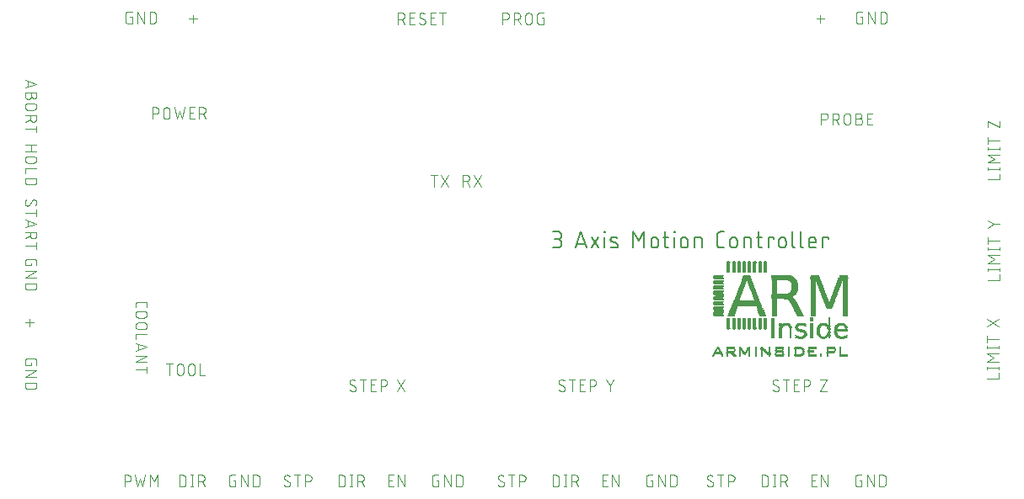
<source format=gbr>
G04 EAGLE Gerber RS-274X export*
G75*
%MOMM*%
%FSLAX34Y34*%
%LPD*%
%INSilkscreen Top*%
%IPPOS*%
%AMOC8*
5,1,8,0,0,1.08239X$1,22.5*%
G01*
%ADD10C,0.101600*%
%ADD11R,0.200000X0.025000*%
%ADD12R,0.225000X0.025000*%
%ADD13R,0.275000X0.025000*%
%ADD14R,0.175000X0.025000*%
%ADD15R,0.150000X0.025000*%
%ADD16R,0.800000X0.025000*%
%ADD17R,0.750000X0.025000*%
%ADD18R,0.875000X0.025000*%
%ADD19R,0.850000X0.025000*%
%ADD20R,0.300000X0.025000*%
%ADD21R,0.825000X0.025000*%
%ADD22R,0.250000X0.025000*%
%ADD23R,0.925000X0.025000*%
%ADD24R,0.900000X0.025000*%
%ADD25R,0.950000X0.025000*%
%ADD26R,0.325000X0.025000*%
%ADD27R,0.100000X0.025000*%
%ADD28R,0.425000X0.025000*%
%ADD29R,0.975000X0.025000*%
%ADD30R,0.375000X0.025000*%
%ADD31R,0.400000X0.025000*%
%ADD32R,0.450000X0.025000*%
%ADD33R,0.350000X0.025000*%
%ADD34R,0.600000X0.025000*%
%ADD35R,0.125000X0.025000*%
%ADD36R,0.775000X0.025000*%
%ADD37R,0.550000X0.025000*%
%ADD38R,0.625000X0.025000*%
%ADD39R,0.700000X0.025000*%
%ADD40R,1.000000X0.025000*%
%ADD41R,1.025000X0.025000*%
%ADD42R,1.075000X0.025000*%
%ADD43R,1.050000X0.025000*%
%ADD44R,1.100000X0.025000*%
%ADD45R,1.125000X0.025000*%
%ADD46R,0.500000X0.025000*%
%ADD47R,0.050000X0.025000*%
%ADD48R,0.475000X0.025000*%
%ADD49R,0.575000X0.025000*%
%ADD50R,0.675000X0.025000*%
%ADD51R,0.725000X0.025000*%
%ADD52R,1.375000X0.025000*%
%ADD53R,0.025000X0.025000*%
%ADD54R,0.650000X0.025000*%
%ADD55R,2.975000X0.025000*%
%ADD56R,2.925000X0.025000*%
%ADD57R,2.900000X0.025000*%
%ADD58R,2.875000X0.025000*%
%ADD59R,2.850000X0.025000*%
%ADD60R,2.825000X0.025000*%
%ADD61R,2.800000X0.025000*%
%ADD62R,2.775000X0.025000*%
%ADD63R,2.750000X0.025000*%
%ADD64R,2.725000X0.025000*%
%ADD65R,2.700000X0.025000*%
%ADD66R,2.675000X0.025000*%
%ADD67R,2.650000X0.025000*%
%ADD68R,2.625000X0.025000*%
%ADD69R,2.225000X0.025000*%
%ADD70R,2.200000X0.025000*%
%ADD71R,2.175000X0.025000*%
%ADD72R,2.150000X0.025000*%
%ADD73R,2.100000X0.025000*%
%ADD74R,2.075000X0.025000*%
%ADD75R,2.025000X0.025000*%
%ADD76R,1.975000X0.025000*%
%ADD77R,2.050000X0.025000*%
%ADD78R,2.125000X0.025000*%
%ADD79R,2.250000X0.025000*%
%ADD80R,2.275000X0.025000*%
%ADD81R,2.325000X0.025000*%
%ADD82R,2.350000X0.025000*%
%ADD83R,2.375000X0.025000*%
%ADD84R,2.400000X0.025000*%
%ADD85R,2.425000X0.025000*%
%ADD86R,0.525000X0.025000*%
%ADD87R,2.475000X0.025000*%
%ADD88R,2.450000X0.025000*%
%ADD89R,2.000000X0.025000*%
%ADD90R,1.950000X0.025000*%
%ADD91R,1.875000X0.025000*%
%ADD92R,1.725000X0.025000*%
%ADD93R,1.575000X0.025000*%
%ADD94C,0.152400*%


D10*
X138508Y380508D02*
X138508Y392192D01*
X141754Y392192D01*
X141867Y392190D01*
X141980Y392184D01*
X142093Y392174D01*
X142206Y392160D01*
X142318Y392143D01*
X142429Y392121D01*
X142539Y392096D01*
X142649Y392066D01*
X142757Y392033D01*
X142864Y391996D01*
X142970Y391956D01*
X143074Y391911D01*
X143177Y391863D01*
X143278Y391812D01*
X143377Y391757D01*
X143474Y391699D01*
X143569Y391637D01*
X143662Y391572D01*
X143752Y391504D01*
X143840Y391433D01*
X143926Y391358D01*
X144009Y391281D01*
X144089Y391201D01*
X144166Y391118D01*
X144241Y391032D01*
X144312Y390944D01*
X144380Y390854D01*
X144445Y390761D01*
X144507Y390666D01*
X144565Y390569D01*
X144620Y390470D01*
X144671Y390369D01*
X144719Y390266D01*
X144764Y390162D01*
X144804Y390056D01*
X144841Y389949D01*
X144874Y389841D01*
X144904Y389731D01*
X144929Y389621D01*
X144951Y389510D01*
X144968Y389398D01*
X144982Y389285D01*
X144992Y389172D01*
X144998Y389059D01*
X145000Y388946D01*
X144998Y388833D01*
X144992Y388720D01*
X144982Y388607D01*
X144968Y388494D01*
X144951Y388382D01*
X144929Y388271D01*
X144904Y388161D01*
X144874Y388051D01*
X144841Y387943D01*
X144804Y387836D01*
X144764Y387730D01*
X144719Y387626D01*
X144671Y387523D01*
X144620Y387422D01*
X144565Y387323D01*
X144507Y387226D01*
X144445Y387131D01*
X144380Y387038D01*
X144312Y386948D01*
X144241Y386860D01*
X144166Y386774D01*
X144089Y386691D01*
X144009Y386611D01*
X143926Y386534D01*
X143840Y386459D01*
X143752Y386388D01*
X143662Y386320D01*
X143569Y386255D01*
X143474Y386193D01*
X143377Y386135D01*
X143278Y386080D01*
X143177Y386029D01*
X143074Y385981D01*
X142970Y385936D01*
X142864Y385896D01*
X142757Y385859D01*
X142649Y385826D01*
X142539Y385796D01*
X142429Y385771D01*
X142318Y385749D01*
X142206Y385732D01*
X142093Y385718D01*
X141980Y385708D01*
X141867Y385702D01*
X141754Y385700D01*
X141754Y385701D02*
X138508Y385701D01*
X149388Y383754D02*
X149388Y388946D01*
X149387Y388946D02*
X149389Y389059D01*
X149395Y389172D01*
X149405Y389285D01*
X149419Y389398D01*
X149436Y389510D01*
X149458Y389621D01*
X149483Y389731D01*
X149513Y389841D01*
X149546Y389949D01*
X149583Y390056D01*
X149623Y390162D01*
X149668Y390266D01*
X149716Y390369D01*
X149767Y390470D01*
X149822Y390569D01*
X149880Y390666D01*
X149942Y390761D01*
X150007Y390854D01*
X150075Y390944D01*
X150146Y391032D01*
X150221Y391118D01*
X150298Y391201D01*
X150378Y391281D01*
X150461Y391358D01*
X150547Y391433D01*
X150635Y391504D01*
X150725Y391572D01*
X150818Y391637D01*
X150913Y391699D01*
X151010Y391757D01*
X151109Y391812D01*
X151210Y391863D01*
X151313Y391911D01*
X151417Y391956D01*
X151523Y391996D01*
X151630Y392033D01*
X151738Y392066D01*
X151848Y392096D01*
X151958Y392121D01*
X152069Y392143D01*
X152181Y392160D01*
X152294Y392174D01*
X152407Y392184D01*
X152520Y392190D01*
X152633Y392192D01*
X152746Y392190D01*
X152859Y392184D01*
X152972Y392174D01*
X153085Y392160D01*
X153197Y392143D01*
X153308Y392121D01*
X153418Y392096D01*
X153528Y392066D01*
X153636Y392033D01*
X153743Y391996D01*
X153849Y391956D01*
X153953Y391911D01*
X154056Y391863D01*
X154157Y391812D01*
X154256Y391757D01*
X154353Y391699D01*
X154448Y391637D01*
X154541Y391572D01*
X154631Y391504D01*
X154719Y391433D01*
X154805Y391358D01*
X154888Y391281D01*
X154968Y391201D01*
X155045Y391118D01*
X155120Y391032D01*
X155191Y390944D01*
X155259Y390854D01*
X155324Y390761D01*
X155386Y390666D01*
X155444Y390569D01*
X155499Y390470D01*
X155550Y390369D01*
X155598Y390266D01*
X155643Y390162D01*
X155683Y390056D01*
X155720Y389949D01*
X155753Y389841D01*
X155783Y389731D01*
X155808Y389621D01*
X155830Y389510D01*
X155847Y389398D01*
X155861Y389285D01*
X155871Y389172D01*
X155877Y389059D01*
X155879Y388946D01*
X155879Y383754D01*
X155877Y383641D01*
X155871Y383528D01*
X155861Y383415D01*
X155847Y383302D01*
X155830Y383190D01*
X155808Y383079D01*
X155783Y382969D01*
X155753Y382859D01*
X155720Y382751D01*
X155683Y382644D01*
X155643Y382538D01*
X155598Y382434D01*
X155550Y382331D01*
X155499Y382230D01*
X155444Y382131D01*
X155386Y382034D01*
X155324Y381939D01*
X155259Y381846D01*
X155191Y381756D01*
X155120Y381668D01*
X155045Y381582D01*
X154968Y381499D01*
X154888Y381419D01*
X154805Y381342D01*
X154719Y381267D01*
X154631Y381196D01*
X154541Y381128D01*
X154448Y381063D01*
X154353Y381001D01*
X154256Y380943D01*
X154157Y380888D01*
X154056Y380837D01*
X153953Y380789D01*
X153849Y380744D01*
X153743Y380704D01*
X153636Y380667D01*
X153528Y380634D01*
X153418Y380604D01*
X153308Y380579D01*
X153197Y380557D01*
X153085Y380540D01*
X152972Y380526D01*
X152859Y380516D01*
X152746Y380510D01*
X152633Y380508D01*
X152520Y380510D01*
X152407Y380516D01*
X152294Y380526D01*
X152181Y380540D01*
X152069Y380557D01*
X151958Y380579D01*
X151848Y380604D01*
X151738Y380634D01*
X151630Y380667D01*
X151523Y380704D01*
X151417Y380744D01*
X151313Y380789D01*
X151210Y380837D01*
X151109Y380888D01*
X151010Y380943D01*
X150913Y381001D01*
X150818Y381063D01*
X150725Y381128D01*
X150635Y381196D01*
X150547Y381267D01*
X150461Y381342D01*
X150378Y381419D01*
X150298Y381499D01*
X150221Y381582D01*
X150146Y381668D01*
X150075Y381756D01*
X150007Y381846D01*
X149942Y381939D01*
X149880Y382034D01*
X149822Y382131D01*
X149767Y382230D01*
X149716Y382331D01*
X149668Y382434D01*
X149623Y382538D01*
X149583Y382644D01*
X149546Y382751D01*
X149513Y382859D01*
X149483Y382969D01*
X149458Y383079D01*
X149436Y383190D01*
X149419Y383302D01*
X149405Y383415D01*
X149395Y383528D01*
X149389Y383641D01*
X149387Y383754D01*
X160394Y392192D02*
X162991Y380508D01*
X165587Y388297D01*
X168184Y380508D01*
X170780Y392192D01*
X175699Y380508D02*
X180892Y380508D01*
X175699Y380508D02*
X175699Y392192D01*
X180892Y392192D01*
X179594Y386999D02*
X175699Y386999D01*
X185656Y392192D02*
X185656Y380508D01*
X185656Y392192D02*
X188902Y392192D01*
X189015Y392190D01*
X189128Y392184D01*
X189241Y392174D01*
X189354Y392160D01*
X189466Y392143D01*
X189577Y392121D01*
X189687Y392096D01*
X189797Y392066D01*
X189905Y392033D01*
X190012Y391996D01*
X190118Y391956D01*
X190222Y391911D01*
X190325Y391863D01*
X190426Y391812D01*
X190525Y391757D01*
X190622Y391699D01*
X190717Y391637D01*
X190810Y391572D01*
X190900Y391504D01*
X190988Y391433D01*
X191074Y391358D01*
X191157Y391281D01*
X191237Y391201D01*
X191314Y391118D01*
X191389Y391032D01*
X191460Y390944D01*
X191528Y390854D01*
X191593Y390761D01*
X191655Y390666D01*
X191713Y390569D01*
X191768Y390470D01*
X191819Y390369D01*
X191867Y390266D01*
X191912Y390162D01*
X191952Y390056D01*
X191989Y389949D01*
X192022Y389841D01*
X192052Y389731D01*
X192077Y389621D01*
X192099Y389510D01*
X192116Y389398D01*
X192130Y389285D01*
X192140Y389172D01*
X192146Y389059D01*
X192148Y388946D01*
X192146Y388833D01*
X192140Y388720D01*
X192130Y388607D01*
X192116Y388494D01*
X192099Y388382D01*
X192077Y388271D01*
X192052Y388161D01*
X192022Y388051D01*
X191989Y387943D01*
X191952Y387836D01*
X191912Y387730D01*
X191867Y387626D01*
X191819Y387523D01*
X191768Y387422D01*
X191713Y387323D01*
X191655Y387226D01*
X191593Y387131D01*
X191528Y387038D01*
X191460Y386948D01*
X191389Y386860D01*
X191314Y386774D01*
X191237Y386691D01*
X191157Y386611D01*
X191074Y386534D01*
X190988Y386459D01*
X190900Y386388D01*
X190810Y386320D01*
X190717Y386255D01*
X190622Y386193D01*
X190525Y386135D01*
X190426Y386080D01*
X190325Y386029D01*
X190222Y385981D01*
X190118Y385936D01*
X190012Y385896D01*
X189905Y385859D01*
X189797Y385826D01*
X189687Y385796D01*
X189577Y385771D01*
X189466Y385749D01*
X189354Y385732D01*
X189241Y385718D01*
X189128Y385708D01*
X189015Y385702D01*
X188902Y385700D01*
X188902Y385701D02*
X185656Y385701D01*
X189551Y385701D02*
X192147Y380508D01*
X22192Y415597D02*
X10508Y419492D01*
X10508Y411703D02*
X22192Y415597D01*
X13429Y412676D02*
X13429Y418518D01*
X16999Y406863D02*
X16999Y403617D01*
X17000Y403617D02*
X16998Y403504D01*
X16992Y403391D01*
X16982Y403278D01*
X16968Y403165D01*
X16951Y403053D01*
X16929Y402942D01*
X16904Y402832D01*
X16874Y402722D01*
X16841Y402614D01*
X16804Y402507D01*
X16764Y402401D01*
X16719Y402297D01*
X16671Y402194D01*
X16620Y402093D01*
X16565Y401994D01*
X16507Y401897D01*
X16445Y401802D01*
X16380Y401709D01*
X16312Y401619D01*
X16241Y401531D01*
X16166Y401445D01*
X16089Y401362D01*
X16009Y401282D01*
X15926Y401205D01*
X15840Y401130D01*
X15752Y401059D01*
X15662Y400991D01*
X15569Y400926D01*
X15474Y400864D01*
X15377Y400806D01*
X15278Y400751D01*
X15177Y400700D01*
X15074Y400652D01*
X14970Y400607D01*
X14864Y400567D01*
X14757Y400530D01*
X14649Y400497D01*
X14539Y400467D01*
X14429Y400442D01*
X14318Y400420D01*
X14206Y400403D01*
X14093Y400389D01*
X13980Y400379D01*
X13867Y400373D01*
X13754Y400371D01*
X13641Y400373D01*
X13528Y400379D01*
X13415Y400389D01*
X13302Y400403D01*
X13190Y400420D01*
X13079Y400442D01*
X12969Y400467D01*
X12859Y400497D01*
X12751Y400530D01*
X12644Y400567D01*
X12538Y400607D01*
X12434Y400652D01*
X12331Y400700D01*
X12230Y400751D01*
X12131Y400806D01*
X12034Y400864D01*
X11939Y400926D01*
X11846Y400991D01*
X11756Y401059D01*
X11668Y401130D01*
X11582Y401205D01*
X11499Y401282D01*
X11419Y401362D01*
X11342Y401445D01*
X11267Y401531D01*
X11196Y401619D01*
X11128Y401709D01*
X11063Y401802D01*
X11001Y401897D01*
X10943Y401994D01*
X10888Y402093D01*
X10837Y402194D01*
X10789Y402297D01*
X10744Y402401D01*
X10704Y402507D01*
X10667Y402614D01*
X10634Y402722D01*
X10604Y402832D01*
X10579Y402942D01*
X10557Y403053D01*
X10540Y403165D01*
X10526Y403278D01*
X10516Y403391D01*
X10510Y403504D01*
X10508Y403617D01*
X10508Y406863D01*
X22192Y406863D01*
X22192Y403617D01*
X22190Y403516D01*
X22184Y403416D01*
X22174Y403316D01*
X22161Y403216D01*
X22143Y403117D01*
X22122Y403018D01*
X22097Y402921D01*
X22068Y402824D01*
X22035Y402729D01*
X21999Y402635D01*
X21959Y402543D01*
X21916Y402452D01*
X21869Y402363D01*
X21819Y402276D01*
X21765Y402190D01*
X21708Y402107D01*
X21648Y402027D01*
X21585Y401948D01*
X21518Y401872D01*
X21449Y401799D01*
X21377Y401729D01*
X21303Y401661D01*
X21226Y401596D01*
X21146Y401535D01*
X21064Y401476D01*
X20980Y401421D01*
X20894Y401369D01*
X20806Y401320D01*
X20716Y401275D01*
X20624Y401233D01*
X20531Y401195D01*
X20436Y401161D01*
X20341Y401130D01*
X20244Y401103D01*
X20146Y401080D01*
X20047Y401060D01*
X19947Y401045D01*
X19847Y401033D01*
X19747Y401025D01*
X19646Y401021D01*
X19546Y401021D01*
X19445Y401025D01*
X19345Y401033D01*
X19245Y401045D01*
X19145Y401060D01*
X19046Y401080D01*
X18948Y401103D01*
X18851Y401130D01*
X18756Y401161D01*
X18661Y401195D01*
X18568Y401233D01*
X18476Y401275D01*
X18386Y401320D01*
X18298Y401369D01*
X18212Y401421D01*
X18128Y401476D01*
X18046Y401535D01*
X17966Y401596D01*
X17889Y401661D01*
X17815Y401729D01*
X17743Y401799D01*
X17674Y401872D01*
X17607Y401948D01*
X17544Y402027D01*
X17484Y402107D01*
X17427Y402190D01*
X17373Y402276D01*
X17323Y402363D01*
X17276Y402452D01*
X17233Y402543D01*
X17193Y402635D01*
X17157Y402729D01*
X17124Y402824D01*
X17095Y402921D01*
X17070Y403018D01*
X17049Y403117D01*
X17031Y403216D01*
X17018Y403316D01*
X17008Y403416D01*
X17002Y403516D01*
X17000Y403617D01*
X18946Y395983D02*
X13754Y395983D01*
X18946Y395983D02*
X19059Y395981D01*
X19172Y395975D01*
X19285Y395965D01*
X19398Y395951D01*
X19510Y395934D01*
X19621Y395912D01*
X19731Y395887D01*
X19841Y395857D01*
X19949Y395824D01*
X20056Y395787D01*
X20162Y395747D01*
X20266Y395702D01*
X20369Y395654D01*
X20470Y395603D01*
X20569Y395548D01*
X20666Y395490D01*
X20761Y395428D01*
X20854Y395363D01*
X20944Y395295D01*
X21032Y395224D01*
X21118Y395149D01*
X21201Y395072D01*
X21281Y394992D01*
X21358Y394909D01*
X21433Y394823D01*
X21504Y394735D01*
X21572Y394645D01*
X21637Y394552D01*
X21699Y394457D01*
X21757Y394360D01*
X21812Y394261D01*
X21863Y394160D01*
X21911Y394057D01*
X21956Y393953D01*
X21996Y393847D01*
X22033Y393740D01*
X22066Y393632D01*
X22096Y393522D01*
X22121Y393412D01*
X22143Y393301D01*
X22160Y393189D01*
X22174Y393076D01*
X22184Y392963D01*
X22190Y392850D01*
X22192Y392737D01*
X22190Y392624D01*
X22184Y392511D01*
X22174Y392398D01*
X22160Y392285D01*
X22143Y392173D01*
X22121Y392062D01*
X22096Y391952D01*
X22066Y391842D01*
X22033Y391734D01*
X21996Y391627D01*
X21956Y391521D01*
X21911Y391417D01*
X21863Y391314D01*
X21812Y391213D01*
X21757Y391114D01*
X21699Y391017D01*
X21637Y390922D01*
X21572Y390829D01*
X21504Y390739D01*
X21433Y390651D01*
X21358Y390565D01*
X21281Y390482D01*
X21201Y390402D01*
X21118Y390325D01*
X21032Y390250D01*
X20944Y390179D01*
X20854Y390111D01*
X20761Y390046D01*
X20666Y389984D01*
X20569Y389926D01*
X20470Y389871D01*
X20369Y389820D01*
X20266Y389772D01*
X20162Y389727D01*
X20056Y389687D01*
X19949Y389650D01*
X19841Y389617D01*
X19731Y389587D01*
X19621Y389562D01*
X19510Y389540D01*
X19398Y389523D01*
X19285Y389509D01*
X19172Y389499D01*
X19059Y389493D01*
X18946Y389491D01*
X18946Y389492D02*
X13754Y389492D01*
X13754Y389491D02*
X13641Y389493D01*
X13528Y389499D01*
X13415Y389509D01*
X13302Y389523D01*
X13190Y389540D01*
X13079Y389562D01*
X12969Y389587D01*
X12859Y389617D01*
X12751Y389650D01*
X12644Y389687D01*
X12538Y389727D01*
X12434Y389772D01*
X12331Y389820D01*
X12230Y389871D01*
X12131Y389926D01*
X12034Y389984D01*
X11939Y390046D01*
X11846Y390111D01*
X11756Y390179D01*
X11668Y390250D01*
X11582Y390325D01*
X11499Y390402D01*
X11419Y390482D01*
X11342Y390565D01*
X11267Y390651D01*
X11196Y390739D01*
X11128Y390829D01*
X11063Y390922D01*
X11001Y391017D01*
X10943Y391114D01*
X10888Y391213D01*
X10837Y391314D01*
X10789Y391417D01*
X10744Y391521D01*
X10704Y391627D01*
X10667Y391734D01*
X10634Y391842D01*
X10604Y391952D01*
X10579Y392062D01*
X10557Y392173D01*
X10540Y392285D01*
X10526Y392398D01*
X10516Y392511D01*
X10510Y392624D01*
X10508Y392737D01*
X10510Y392850D01*
X10516Y392963D01*
X10526Y393076D01*
X10540Y393189D01*
X10557Y393301D01*
X10579Y393412D01*
X10604Y393522D01*
X10634Y393632D01*
X10667Y393740D01*
X10704Y393847D01*
X10744Y393953D01*
X10789Y394057D01*
X10837Y394160D01*
X10888Y394261D01*
X10943Y394360D01*
X11001Y394457D01*
X11063Y394552D01*
X11128Y394645D01*
X11196Y394735D01*
X11267Y394823D01*
X11342Y394909D01*
X11419Y394992D01*
X11499Y395072D01*
X11582Y395149D01*
X11668Y395224D01*
X11756Y395295D01*
X11846Y395363D01*
X11939Y395428D01*
X12034Y395490D01*
X12131Y395548D01*
X12230Y395603D01*
X12331Y395654D01*
X12434Y395702D01*
X12538Y395747D01*
X12644Y395787D01*
X12751Y395824D01*
X12859Y395857D01*
X12969Y395887D01*
X13079Y395912D01*
X13190Y395934D01*
X13302Y395951D01*
X13415Y395965D01*
X13528Y395975D01*
X13641Y395981D01*
X13754Y395983D01*
X10508Y384098D02*
X22192Y384098D01*
X22192Y380853D01*
X22190Y380740D01*
X22184Y380627D01*
X22174Y380514D01*
X22160Y380401D01*
X22143Y380289D01*
X22121Y380178D01*
X22096Y380068D01*
X22066Y379958D01*
X22033Y379850D01*
X21996Y379743D01*
X21956Y379637D01*
X21911Y379533D01*
X21863Y379430D01*
X21812Y379329D01*
X21757Y379230D01*
X21699Y379133D01*
X21637Y379038D01*
X21572Y378945D01*
X21504Y378855D01*
X21433Y378767D01*
X21358Y378681D01*
X21281Y378598D01*
X21201Y378518D01*
X21118Y378441D01*
X21032Y378366D01*
X20944Y378295D01*
X20854Y378227D01*
X20761Y378162D01*
X20666Y378100D01*
X20569Y378042D01*
X20470Y377987D01*
X20369Y377936D01*
X20266Y377888D01*
X20162Y377843D01*
X20056Y377803D01*
X19949Y377766D01*
X19841Y377733D01*
X19731Y377703D01*
X19621Y377678D01*
X19510Y377656D01*
X19398Y377639D01*
X19285Y377625D01*
X19172Y377615D01*
X19059Y377609D01*
X18946Y377607D01*
X18833Y377609D01*
X18720Y377615D01*
X18607Y377625D01*
X18494Y377639D01*
X18382Y377656D01*
X18271Y377678D01*
X18161Y377703D01*
X18051Y377733D01*
X17943Y377766D01*
X17836Y377803D01*
X17730Y377843D01*
X17626Y377888D01*
X17523Y377936D01*
X17422Y377987D01*
X17323Y378042D01*
X17226Y378100D01*
X17131Y378162D01*
X17038Y378227D01*
X16948Y378295D01*
X16860Y378366D01*
X16774Y378441D01*
X16691Y378518D01*
X16611Y378598D01*
X16534Y378681D01*
X16459Y378767D01*
X16388Y378855D01*
X16320Y378945D01*
X16255Y379038D01*
X16193Y379133D01*
X16135Y379230D01*
X16080Y379329D01*
X16029Y379430D01*
X15981Y379533D01*
X15936Y379637D01*
X15896Y379743D01*
X15859Y379850D01*
X15826Y379958D01*
X15796Y380068D01*
X15771Y380178D01*
X15749Y380289D01*
X15732Y380401D01*
X15718Y380514D01*
X15708Y380627D01*
X15702Y380740D01*
X15700Y380853D01*
X15701Y380853D02*
X15701Y384098D01*
X15701Y380204D02*
X10508Y377607D01*
X10508Y370258D02*
X22192Y370258D01*
X22192Y367013D02*
X22192Y373504D01*
X22192Y354492D02*
X10508Y354492D01*
X16999Y354492D02*
X16999Y348001D01*
X22192Y348001D02*
X10508Y348001D01*
X13754Y342681D02*
X18946Y342681D01*
X19059Y342679D01*
X19172Y342673D01*
X19285Y342663D01*
X19398Y342649D01*
X19510Y342632D01*
X19621Y342610D01*
X19731Y342585D01*
X19841Y342555D01*
X19949Y342522D01*
X20056Y342485D01*
X20162Y342445D01*
X20266Y342400D01*
X20369Y342352D01*
X20470Y342301D01*
X20569Y342246D01*
X20666Y342188D01*
X20761Y342126D01*
X20854Y342061D01*
X20944Y341993D01*
X21032Y341922D01*
X21118Y341847D01*
X21201Y341770D01*
X21281Y341690D01*
X21358Y341607D01*
X21433Y341521D01*
X21504Y341433D01*
X21572Y341343D01*
X21637Y341250D01*
X21699Y341155D01*
X21757Y341058D01*
X21812Y340959D01*
X21863Y340858D01*
X21911Y340755D01*
X21956Y340651D01*
X21996Y340545D01*
X22033Y340438D01*
X22066Y340330D01*
X22096Y340220D01*
X22121Y340110D01*
X22143Y339999D01*
X22160Y339887D01*
X22174Y339774D01*
X22184Y339661D01*
X22190Y339548D01*
X22192Y339435D01*
X22190Y339322D01*
X22184Y339209D01*
X22174Y339096D01*
X22160Y338983D01*
X22143Y338871D01*
X22121Y338760D01*
X22096Y338650D01*
X22066Y338540D01*
X22033Y338432D01*
X21996Y338325D01*
X21956Y338219D01*
X21911Y338115D01*
X21863Y338012D01*
X21812Y337911D01*
X21757Y337812D01*
X21699Y337715D01*
X21637Y337620D01*
X21572Y337527D01*
X21504Y337437D01*
X21433Y337349D01*
X21358Y337263D01*
X21281Y337180D01*
X21201Y337100D01*
X21118Y337023D01*
X21032Y336948D01*
X20944Y336877D01*
X20854Y336809D01*
X20761Y336744D01*
X20666Y336682D01*
X20569Y336624D01*
X20470Y336569D01*
X20369Y336518D01*
X20266Y336470D01*
X20162Y336425D01*
X20056Y336385D01*
X19949Y336348D01*
X19841Y336315D01*
X19731Y336285D01*
X19621Y336260D01*
X19510Y336238D01*
X19398Y336221D01*
X19285Y336207D01*
X19172Y336197D01*
X19059Y336191D01*
X18946Y336189D01*
X18946Y336190D02*
X13754Y336190D01*
X13754Y336189D02*
X13641Y336191D01*
X13528Y336197D01*
X13415Y336207D01*
X13302Y336221D01*
X13190Y336238D01*
X13079Y336260D01*
X12969Y336285D01*
X12859Y336315D01*
X12751Y336348D01*
X12644Y336385D01*
X12538Y336425D01*
X12434Y336470D01*
X12331Y336518D01*
X12230Y336569D01*
X12131Y336624D01*
X12034Y336682D01*
X11939Y336744D01*
X11846Y336809D01*
X11756Y336877D01*
X11668Y336948D01*
X11582Y337023D01*
X11499Y337100D01*
X11419Y337180D01*
X11342Y337263D01*
X11267Y337349D01*
X11196Y337437D01*
X11128Y337527D01*
X11063Y337620D01*
X11001Y337715D01*
X10943Y337812D01*
X10888Y337911D01*
X10837Y338012D01*
X10789Y338115D01*
X10744Y338219D01*
X10704Y338325D01*
X10667Y338432D01*
X10634Y338540D01*
X10604Y338650D01*
X10579Y338760D01*
X10557Y338871D01*
X10540Y338983D01*
X10526Y339096D01*
X10516Y339209D01*
X10510Y339322D01*
X10508Y339435D01*
X10510Y339548D01*
X10516Y339661D01*
X10526Y339774D01*
X10540Y339887D01*
X10557Y339999D01*
X10579Y340110D01*
X10604Y340220D01*
X10634Y340330D01*
X10667Y340438D01*
X10704Y340545D01*
X10744Y340651D01*
X10789Y340755D01*
X10837Y340858D01*
X10888Y340959D01*
X10943Y341058D01*
X11001Y341155D01*
X11063Y341250D01*
X11128Y341343D01*
X11196Y341433D01*
X11267Y341521D01*
X11342Y341607D01*
X11419Y341690D01*
X11499Y341770D01*
X11582Y341847D01*
X11668Y341922D01*
X11756Y341993D01*
X11846Y342061D01*
X11939Y342126D01*
X12034Y342188D01*
X12131Y342246D01*
X12230Y342301D01*
X12331Y342352D01*
X12434Y342400D01*
X12538Y342445D01*
X12644Y342485D01*
X12751Y342522D01*
X12859Y342555D01*
X12969Y342585D01*
X13079Y342610D01*
X13190Y342632D01*
X13302Y342649D01*
X13415Y342663D01*
X13528Y342673D01*
X13641Y342679D01*
X13754Y342681D01*
X10508Y330847D02*
X22192Y330847D01*
X10508Y330847D02*
X10508Y325655D01*
X10508Y320964D02*
X22192Y320964D01*
X22192Y317719D01*
X22190Y317606D01*
X22184Y317493D01*
X22174Y317380D01*
X22160Y317267D01*
X22143Y317155D01*
X22121Y317044D01*
X22096Y316934D01*
X22066Y316824D01*
X22033Y316716D01*
X21996Y316609D01*
X21956Y316503D01*
X21911Y316399D01*
X21863Y316296D01*
X21812Y316195D01*
X21757Y316096D01*
X21699Y315999D01*
X21637Y315904D01*
X21572Y315811D01*
X21504Y315721D01*
X21433Y315633D01*
X21358Y315547D01*
X21281Y315464D01*
X21201Y315384D01*
X21118Y315307D01*
X21032Y315232D01*
X20944Y315161D01*
X20854Y315093D01*
X20761Y315028D01*
X20666Y314966D01*
X20569Y314908D01*
X20470Y314853D01*
X20369Y314802D01*
X20266Y314754D01*
X20162Y314709D01*
X20056Y314669D01*
X19949Y314632D01*
X19841Y314599D01*
X19731Y314569D01*
X19621Y314544D01*
X19510Y314522D01*
X19398Y314505D01*
X19285Y314491D01*
X19172Y314481D01*
X19059Y314475D01*
X18946Y314473D01*
X13754Y314473D01*
X13641Y314475D01*
X13528Y314481D01*
X13415Y314491D01*
X13302Y314505D01*
X13190Y314522D01*
X13079Y314544D01*
X12969Y314569D01*
X12859Y314599D01*
X12751Y314632D01*
X12644Y314669D01*
X12538Y314709D01*
X12434Y314754D01*
X12331Y314802D01*
X12230Y314853D01*
X12131Y314908D01*
X12034Y314966D01*
X11939Y315028D01*
X11846Y315093D01*
X11756Y315161D01*
X11668Y315232D01*
X11582Y315307D01*
X11499Y315384D01*
X11419Y315464D01*
X11342Y315547D01*
X11267Y315633D01*
X11196Y315721D01*
X11128Y315811D01*
X11063Y315904D01*
X11001Y315999D01*
X10943Y316096D01*
X10888Y316195D01*
X10837Y316296D01*
X10789Y316399D01*
X10744Y316503D01*
X10704Y316609D01*
X10667Y316716D01*
X10634Y316824D01*
X10604Y316934D01*
X10579Y317044D01*
X10557Y317155D01*
X10540Y317267D01*
X10526Y317380D01*
X10516Y317493D01*
X10510Y317606D01*
X10508Y317719D01*
X10508Y320964D01*
X10508Y295597D02*
X10510Y295498D01*
X10516Y295398D01*
X10525Y295299D01*
X10538Y295201D01*
X10555Y295103D01*
X10576Y295005D01*
X10601Y294909D01*
X10629Y294814D01*
X10661Y294720D01*
X10696Y294627D01*
X10735Y294535D01*
X10778Y294445D01*
X10823Y294357D01*
X10873Y294270D01*
X10925Y294186D01*
X10981Y294103D01*
X11039Y294023D01*
X11101Y293945D01*
X11166Y293870D01*
X11234Y293797D01*
X11304Y293727D01*
X11377Y293659D01*
X11452Y293594D01*
X11530Y293532D01*
X11610Y293474D01*
X11693Y293418D01*
X11777Y293366D01*
X11864Y293316D01*
X11952Y293271D01*
X12042Y293228D01*
X12134Y293189D01*
X12227Y293154D01*
X12321Y293122D01*
X12416Y293094D01*
X12512Y293069D01*
X12610Y293048D01*
X12708Y293031D01*
X12806Y293018D01*
X12905Y293009D01*
X13005Y293003D01*
X13104Y293001D01*
X10508Y295597D02*
X10510Y295741D01*
X10516Y295886D01*
X10525Y296030D01*
X10538Y296173D01*
X10555Y296317D01*
X10576Y296460D01*
X10601Y296602D01*
X10629Y296743D01*
X10661Y296884D01*
X10697Y297024D01*
X10736Y297163D01*
X10779Y297301D01*
X10826Y297437D01*
X10876Y297573D01*
X10930Y297707D01*
X10987Y297839D01*
X11048Y297970D01*
X11112Y298099D01*
X11180Y298227D01*
X11251Y298353D01*
X11325Y298477D01*
X11402Y298598D01*
X11483Y298718D01*
X11566Y298836D01*
X11653Y298951D01*
X11743Y299064D01*
X11836Y299175D01*
X11931Y299283D01*
X12030Y299389D01*
X12131Y299492D01*
X19596Y299167D02*
X19695Y299165D01*
X19795Y299159D01*
X19894Y299150D01*
X19992Y299137D01*
X20090Y299120D01*
X20188Y299099D01*
X20284Y299074D01*
X20379Y299046D01*
X20473Y299014D01*
X20566Y298979D01*
X20658Y298940D01*
X20748Y298897D01*
X20836Y298852D01*
X20923Y298802D01*
X21007Y298750D01*
X21090Y298694D01*
X21170Y298636D01*
X21248Y298574D01*
X21323Y298509D01*
X21396Y298441D01*
X21466Y298371D01*
X21534Y298298D01*
X21599Y298223D01*
X21661Y298145D01*
X21719Y298065D01*
X21775Y297982D01*
X21827Y297898D01*
X21877Y297811D01*
X21922Y297723D01*
X21965Y297633D01*
X22004Y297541D01*
X22039Y297448D01*
X22071Y297354D01*
X22099Y297259D01*
X22124Y297163D01*
X22145Y297065D01*
X22162Y296967D01*
X22175Y296869D01*
X22184Y296770D01*
X22190Y296670D01*
X22192Y296571D01*
X22190Y296435D01*
X22184Y296299D01*
X22175Y296163D01*
X22162Y296027D01*
X22144Y295892D01*
X22124Y295758D01*
X22099Y295624D01*
X22071Y295490D01*
X22038Y295358D01*
X22003Y295227D01*
X21963Y295096D01*
X21920Y294967D01*
X21874Y294839D01*
X21823Y294713D01*
X21770Y294587D01*
X21712Y294464D01*
X21652Y294342D01*
X21588Y294222D01*
X21520Y294103D01*
X21450Y293987D01*
X21376Y293873D01*
X21299Y293760D01*
X21218Y293650D01*
X17324Y297869D02*
X17377Y297955D01*
X17434Y298039D01*
X17493Y298121D01*
X17556Y298201D01*
X17622Y298278D01*
X17690Y298353D01*
X17762Y298425D01*
X17836Y298494D01*
X17913Y298560D01*
X17992Y298623D01*
X18074Y298683D01*
X18158Y298740D01*
X18244Y298794D01*
X18332Y298844D01*
X18422Y298891D01*
X18513Y298935D01*
X18607Y298974D01*
X18701Y299011D01*
X18797Y299043D01*
X18895Y299072D01*
X18993Y299097D01*
X19092Y299118D01*
X19192Y299136D01*
X19292Y299149D01*
X19393Y299159D01*
X19495Y299165D01*
X19596Y299167D01*
X15376Y294299D02*
X15323Y294213D01*
X15266Y294129D01*
X15207Y294047D01*
X15144Y293967D01*
X15078Y293890D01*
X15010Y293815D01*
X14938Y293743D01*
X14864Y293674D01*
X14787Y293608D01*
X14708Y293545D01*
X14626Y293485D01*
X14542Y293428D01*
X14456Y293374D01*
X14368Y293324D01*
X14278Y293277D01*
X14187Y293233D01*
X14093Y293194D01*
X13999Y293157D01*
X13903Y293125D01*
X13805Y293096D01*
X13707Y293071D01*
X13608Y293050D01*
X13508Y293032D01*
X13408Y293019D01*
X13307Y293009D01*
X13205Y293003D01*
X13104Y293001D01*
X15376Y294299D02*
X17324Y297869D01*
X22192Y285960D02*
X10508Y285960D01*
X22192Y289205D02*
X22192Y282714D01*
X22192Y275292D02*
X10508Y279186D01*
X10508Y271397D02*
X22192Y275292D01*
X13429Y272371D02*
X13429Y278213D01*
X10508Y266652D02*
X22192Y266652D01*
X22192Y263407D01*
X22190Y263294D01*
X22184Y263181D01*
X22174Y263068D01*
X22160Y262955D01*
X22143Y262843D01*
X22121Y262732D01*
X22096Y262622D01*
X22066Y262512D01*
X22033Y262404D01*
X21996Y262297D01*
X21956Y262191D01*
X21911Y262087D01*
X21863Y261984D01*
X21812Y261883D01*
X21757Y261784D01*
X21699Y261687D01*
X21637Y261592D01*
X21572Y261499D01*
X21504Y261409D01*
X21433Y261321D01*
X21358Y261235D01*
X21281Y261152D01*
X21201Y261072D01*
X21118Y260995D01*
X21032Y260920D01*
X20944Y260849D01*
X20854Y260781D01*
X20761Y260716D01*
X20666Y260654D01*
X20569Y260596D01*
X20470Y260541D01*
X20369Y260490D01*
X20266Y260442D01*
X20162Y260397D01*
X20056Y260357D01*
X19949Y260320D01*
X19841Y260287D01*
X19731Y260257D01*
X19621Y260232D01*
X19510Y260210D01*
X19398Y260193D01*
X19285Y260179D01*
X19172Y260169D01*
X19059Y260163D01*
X18946Y260161D01*
X18833Y260163D01*
X18720Y260169D01*
X18607Y260179D01*
X18494Y260193D01*
X18382Y260210D01*
X18271Y260232D01*
X18161Y260257D01*
X18051Y260287D01*
X17943Y260320D01*
X17836Y260357D01*
X17730Y260397D01*
X17626Y260442D01*
X17523Y260490D01*
X17422Y260541D01*
X17323Y260596D01*
X17226Y260654D01*
X17131Y260716D01*
X17038Y260781D01*
X16948Y260849D01*
X16860Y260920D01*
X16774Y260995D01*
X16691Y261072D01*
X16611Y261152D01*
X16534Y261235D01*
X16459Y261321D01*
X16388Y261409D01*
X16320Y261499D01*
X16255Y261592D01*
X16193Y261687D01*
X16135Y261784D01*
X16080Y261883D01*
X16029Y261984D01*
X15981Y262087D01*
X15936Y262191D01*
X15896Y262297D01*
X15859Y262404D01*
X15826Y262512D01*
X15796Y262622D01*
X15771Y262732D01*
X15749Y262843D01*
X15732Y262955D01*
X15718Y263068D01*
X15708Y263181D01*
X15702Y263294D01*
X15700Y263407D01*
X15701Y263407D02*
X15701Y266652D01*
X15701Y262758D02*
X10508Y260161D01*
X10508Y252813D02*
X22192Y252813D01*
X22192Y256058D02*
X22192Y249567D01*
X385508Y475508D02*
X385508Y487192D01*
X388754Y487192D01*
X388867Y487190D01*
X388980Y487184D01*
X389093Y487174D01*
X389206Y487160D01*
X389318Y487143D01*
X389429Y487121D01*
X389539Y487096D01*
X389649Y487066D01*
X389757Y487033D01*
X389864Y486996D01*
X389970Y486956D01*
X390074Y486911D01*
X390177Y486863D01*
X390278Y486812D01*
X390377Y486757D01*
X390474Y486699D01*
X390569Y486637D01*
X390662Y486572D01*
X390752Y486504D01*
X390840Y486433D01*
X390926Y486358D01*
X391009Y486281D01*
X391089Y486201D01*
X391166Y486118D01*
X391241Y486032D01*
X391312Y485944D01*
X391380Y485854D01*
X391445Y485761D01*
X391507Y485666D01*
X391565Y485569D01*
X391620Y485470D01*
X391671Y485369D01*
X391719Y485266D01*
X391764Y485162D01*
X391804Y485056D01*
X391841Y484949D01*
X391874Y484841D01*
X391904Y484731D01*
X391929Y484621D01*
X391951Y484510D01*
X391968Y484398D01*
X391982Y484285D01*
X391992Y484172D01*
X391998Y484059D01*
X392000Y483946D01*
X391998Y483833D01*
X391992Y483720D01*
X391982Y483607D01*
X391968Y483494D01*
X391951Y483382D01*
X391929Y483271D01*
X391904Y483161D01*
X391874Y483051D01*
X391841Y482943D01*
X391804Y482836D01*
X391764Y482730D01*
X391719Y482626D01*
X391671Y482523D01*
X391620Y482422D01*
X391565Y482323D01*
X391507Y482226D01*
X391445Y482131D01*
X391380Y482038D01*
X391312Y481948D01*
X391241Y481860D01*
X391166Y481774D01*
X391089Y481691D01*
X391009Y481611D01*
X390926Y481534D01*
X390840Y481459D01*
X390752Y481388D01*
X390662Y481320D01*
X390569Y481255D01*
X390474Y481193D01*
X390377Y481135D01*
X390278Y481080D01*
X390177Y481029D01*
X390074Y480981D01*
X389970Y480936D01*
X389864Y480896D01*
X389757Y480859D01*
X389649Y480826D01*
X389539Y480796D01*
X389429Y480771D01*
X389318Y480749D01*
X389206Y480732D01*
X389093Y480718D01*
X388980Y480708D01*
X388867Y480702D01*
X388754Y480700D01*
X388754Y480701D02*
X385508Y480701D01*
X389403Y480701D02*
X391999Y475508D01*
X397268Y475508D02*
X402461Y475508D01*
X397268Y475508D02*
X397268Y487192D01*
X402461Y487192D01*
X401163Y481999D02*
X397268Y481999D01*
X410284Y475508D02*
X410383Y475510D01*
X410483Y475516D01*
X410582Y475525D01*
X410680Y475538D01*
X410778Y475555D01*
X410876Y475576D01*
X410972Y475601D01*
X411067Y475629D01*
X411161Y475661D01*
X411254Y475696D01*
X411346Y475735D01*
X411436Y475778D01*
X411524Y475823D01*
X411611Y475873D01*
X411695Y475925D01*
X411778Y475981D01*
X411858Y476039D01*
X411936Y476101D01*
X412011Y476166D01*
X412084Y476234D01*
X412154Y476304D01*
X412222Y476377D01*
X412287Y476452D01*
X412349Y476530D01*
X412407Y476610D01*
X412463Y476693D01*
X412515Y476777D01*
X412565Y476864D01*
X412610Y476952D01*
X412653Y477042D01*
X412692Y477134D01*
X412727Y477227D01*
X412759Y477321D01*
X412787Y477416D01*
X412812Y477512D01*
X412833Y477610D01*
X412850Y477708D01*
X412863Y477806D01*
X412872Y477905D01*
X412878Y478005D01*
X412880Y478104D01*
X410284Y475508D02*
X410140Y475510D01*
X409995Y475516D01*
X409851Y475525D01*
X409708Y475538D01*
X409564Y475555D01*
X409421Y475576D01*
X409279Y475601D01*
X409138Y475629D01*
X408997Y475661D01*
X408857Y475697D01*
X408718Y475736D01*
X408580Y475779D01*
X408444Y475826D01*
X408308Y475876D01*
X408174Y475930D01*
X408042Y475987D01*
X407911Y476048D01*
X407782Y476112D01*
X407654Y476180D01*
X407528Y476250D01*
X407404Y476325D01*
X407283Y476402D01*
X407163Y476483D01*
X407045Y476566D01*
X406930Y476653D01*
X406817Y476743D01*
X406706Y476836D01*
X406598Y476931D01*
X406492Y477030D01*
X406389Y477131D01*
X406714Y484596D02*
X406716Y484695D01*
X406722Y484795D01*
X406731Y484894D01*
X406744Y484992D01*
X406761Y485090D01*
X406782Y485188D01*
X406807Y485284D01*
X406835Y485379D01*
X406867Y485473D01*
X406902Y485566D01*
X406941Y485658D01*
X406984Y485748D01*
X407029Y485836D01*
X407079Y485923D01*
X407131Y486007D01*
X407187Y486090D01*
X407245Y486170D01*
X407307Y486248D01*
X407372Y486323D01*
X407440Y486396D01*
X407510Y486466D01*
X407583Y486534D01*
X407658Y486599D01*
X407736Y486661D01*
X407816Y486719D01*
X407899Y486775D01*
X407983Y486827D01*
X408070Y486877D01*
X408158Y486922D01*
X408248Y486965D01*
X408340Y487004D01*
X408433Y487039D01*
X408527Y487071D01*
X408622Y487099D01*
X408719Y487124D01*
X408816Y487145D01*
X408914Y487162D01*
X409012Y487175D01*
X409111Y487184D01*
X409211Y487190D01*
X409310Y487192D01*
X409446Y487190D01*
X409582Y487184D01*
X409718Y487175D01*
X409854Y487162D01*
X409989Y487144D01*
X410123Y487124D01*
X410257Y487099D01*
X410391Y487071D01*
X410523Y487038D01*
X410654Y487003D01*
X410785Y486963D01*
X410914Y486920D01*
X411042Y486874D01*
X411168Y486823D01*
X411294Y486770D01*
X411417Y486712D01*
X411539Y486652D01*
X411659Y486588D01*
X411778Y486520D01*
X411894Y486450D01*
X412008Y486376D01*
X412121Y486299D01*
X412231Y486218D01*
X408012Y482324D02*
X407926Y482377D01*
X407842Y482434D01*
X407760Y482493D01*
X407680Y482556D01*
X407603Y482622D01*
X407528Y482690D01*
X407456Y482762D01*
X407387Y482836D01*
X407321Y482913D01*
X407258Y482992D01*
X407198Y483074D01*
X407141Y483158D01*
X407087Y483244D01*
X407037Y483332D01*
X406990Y483422D01*
X406946Y483513D01*
X406907Y483607D01*
X406870Y483701D01*
X406838Y483797D01*
X406809Y483895D01*
X406784Y483993D01*
X406763Y484092D01*
X406745Y484192D01*
X406732Y484292D01*
X406722Y484393D01*
X406716Y484495D01*
X406714Y484596D01*
X411582Y480376D02*
X411668Y480323D01*
X411752Y480266D01*
X411834Y480207D01*
X411914Y480144D01*
X411991Y480078D01*
X412066Y480010D01*
X412138Y479938D01*
X412207Y479864D01*
X412273Y479787D01*
X412336Y479708D01*
X412396Y479626D01*
X412453Y479542D01*
X412507Y479456D01*
X412557Y479368D01*
X412604Y479278D01*
X412648Y479187D01*
X412687Y479093D01*
X412724Y478999D01*
X412756Y478903D01*
X412785Y478805D01*
X412810Y478707D01*
X412831Y478608D01*
X412849Y478508D01*
X412862Y478408D01*
X412872Y478307D01*
X412878Y478205D01*
X412880Y478104D01*
X411582Y480376D02*
X408012Y482324D01*
X417842Y475508D02*
X423035Y475508D01*
X417842Y475508D02*
X417842Y487192D01*
X423035Y487192D01*
X421737Y481999D02*
X417842Y481999D01*
X429828Y487192D02*
X429828Y475508D01*
X426582Y487192D02*
X433073Y487192D01*
X490508Y487192D02*
X490508Y475508D01*
X490508Y487192D02*
X493754Y487192D01*
X493867Y487190D01*
X493980Y487184D01*
X494093Y487174D01*
X494206Y487160D01*
X494318Y487143D01*
X494429Y487121D01*
X494539Y487096D01*
X494649Y487066D01*
X494757Y487033D01*
X494864Y486996D01*
X494970Y486956D01*
X495074Y486911D01*
X495177Y486863D01*
X495278Y486812D01*
X495377Y486757D01*
X495474Y486699D01*
X495569Y486637D01*
X495662Y486572D01*
X495752Y486504D01*
X495840Y486433D01*
X495926Y486358D01*
X496009Y486281D01*
X496089Y486201D01*
X496166Y486118D01*
X496241Y486032D01*
X496312Y485944D01*
X496380Y485854D01*
X496445Y485761D01*
X496507Y485666D01*
X496565Y485569D01*
X496620Y485470D01*
X496671Y485369D01*
X496719Y485266D01*
X496764Y485162D01*
X496804Y485056D01*
X496841Y484949D01*
X496874Y484841D01*
X496904Y484731D01*
X496929Y484621D01*
X496951Y484510D01*
X496968Y484398D01*
X496982Y484285D01*
X496992Y484172D01*
X496998Y484059D01*
X497000Y483946D01*
X496998Y483833D01*
X496992Y483720D01*
X496982Y483607D01*
X496968Y483494D01*
X496951Y483382D01*
X496929Y483271D01*
X496904Y483161D01*
X496874Y483051D01*
X496841Y482943D01*
X496804Y482836D01*
X496764Y482730D01*
X496719Y482626D01*
X496671Y482523D01*
X496620Y482422D01*
X496565Y482323D01*
X496507Y482226D01*
X496445Y482131D01*
X496380Y482038D01*
X496312Y481948D01*
X496241Y481860D01*
X496166Y481774D01*
X496089Y481691D01*
X496009Y481611D01*
X495926Y481534D01*
X495840Y481459D01*
X495752Y481388D01*
X495662Y481320D01*
X495569Y481255D01*
X495474Y481193D01*
X495377Y481135D01*
X495278Y481080D01*
X495177Y481029D01*
X495074Y480981D01*
X494970Y480936D01*
X494864Y480896D01*
X494757Y480859D01*
X494649Y480826D01*
X494539Y480796D01*
X494429Y480771D01*
X494318Y480749D01*
X494206Y480732D01*
X494093Y480718D01*
X493980Y480708D01*
X493867Y480702D01*
X493754Y480700D01*
X493754Y480701D02*
X490508Y480701D01*
X501842Y475508D02*
X501842Y487192D01*
X505088Y487192D01*
X505201Y487190D01*
X505314Y487184D01*
X505427Y487174D01*
X505540Y487160D01*
X505652Y487143D01*
X505763Y487121D01*
X505873Y487096D01*
X505983Y487066D01*
X506091Y487033D01*
X506198Y486996D01*
X506304Y486956D01*
X506408Y486911D01*
X506511Y486863D01*
X506612Y486812D01*
X506711Y486757D01*
X506808Y486699D01*
X506903Y486637D01*
X506996Y486572D01*
X507086Y486504D01*
X507174Y486433D01*
X507260Y486358D01*
X507343Y486281D01*
X507423Y486201D01*
X507500Y486118D01*
X507575Y486032D01*
X507646Y485944D01*
X507714Y485854D01*
X507779Y485761D01*
X507841Y485666D01*
X507899Y485569D01*
X507954Y485470D01*
X508005Y485369D01*
X508053Y485266D01*
X508098Y485162D01*
X508138Y485056D01*
X508175Y484949D01*
X508208Y484841D01*
X508238Y484731D01*
X508263Y484621D01*
X508285Y484510D01*
X508302Y484398D01*
X508316Y484285D01*
X508326Y484172D01*
X508332Y484059D01*
X508334Y483946D01*
X508332Y483833D01*
X508326Y483720D01*
X508316Y483607D01*
X508302Y483494D01*
X508285Y483382D01*
X508263Y483271D01*
X508238Y483161D01*
X508208Y483051D01*
X508175Y482943D01*
X508138Y482836D01*
X508098Y482730D01*
X508053Y482626D01*
X508005Y482523D01*
X507954Y482422D01*
X507899Y482323D01*
X507841Y482226D01*
X507779Y482131D01*
X507714Y482038D01*
X507646Y481948D01*
X507575Y481860D01*
X507500Y481774D01*
X507423Y481691D01*
X507343Y481611D01*
X507260Y481534D01*
X507174Y481459D01*
X507086Y481388D01*
X506996Y481320D01*
X506903Y481255D01*
X506808Y481193D01*
X506711Y481135D01*
X506612Y481080D01*
X506511Y481029D01*
X506408Y480981D01*
X506304Y480936D01*
X506198Y480896D01*
X506091Y480859D01*
X505983Y480826D01*
X505873Y480796D01*
X505763Y480771D01*
X505652Y480749D01*
X505540Y480732D01*
X505427Y480718D01*
X505314Y480708D01*
X505201Y480702D01*
X505088Y480700D01*
X505088Y480701D02*
X501842Y480701D01*
X505737Y480701D02*
X508333Y475508D01*
X513199Y478754D02*
X513199Y483946D01*
X513198Y483946D02*
X513200Y484059D01*
X513206Y484172D01*
X513216Y484285D01*
X513230Y484398D01*
X513247Y484510D01*
X513269Y484621D01*
X513294Y484731D01*
X513324Y484841D01*
X513357Y484949D01*
X513394Y485056D01*
X513434Y485162D01*
X513479Y485266D01*
X513527Y485369D01*
X513578Y485470D01*
X513633Y485569D01*
X513691Y485666D01*
X513753Y485761D01*
X513818Y485854D01*
X513886Y485944D01*
X513957Y486032D01*
X514032Y486118D01*
X514109Y486201D01*
X514189Y486281D01*
X514272Y486358D01*
X514358Y486433D01*
X514446Y486504D01*
X514536Y486572D01*
X514629Y486637D01*
X514724Y486699D01*
X514821Y486757D01*
X514920Y486812D01*
X515021Y486863D01*
X515124Y486911D01*
X515228Y486956D01*
X515334Y486996D01*
X515441Y487033D01*
X515549Y487066D01*
X515659Y487096D01*
X515769Y487121D01*
X515880Y487143D01*
X515992Y487160D01*
X516105Y487174D01*
X516218Y487184D01*
X516331Y487190D01*
X516444Y487192D01*
X516557Y487190D01*
X516670Y487184D01*
X516783Y487174D01*
X516896Y487160D01*
X517008Y487143D01*
X517119Y487121D01*
X517229Y487096D01*
X517339Y487066D01*
X517447Y487033D01*
X517554Y486996D01*
X517660Y486956D01*
X517764Y486911D01*
X517867Y486863D01*
X517968Y486812D01*
X518067Y486757D01*
X518164Y486699D01*
X518259Y486637D01*
X518352Y486572D01*
X518442Y486504D01*
X518530Y486433D01*
X518616Y486358D01*
X518699Y486281D01*
X518779Y486201D01*
X518856Y486118D01*
X518931Y486032D01*
X519002Y485944D01*
X519070Y485854D01*
X519135Y485761D01*
X519197Y485666D01*
X519255Y485569D01*
X519310Y485470D01*
X519361Y485369D01*
X519409Y485266D01*
X519454Y485162D01*
X519494Y485056D01*
X519531Y484949D01*
X519564Y484841D01*
X519594Y484731D01*
X519619Y484621D01*
X519641Y484510D01*
X519658Y484398D01*
X519672Y484285D01*
X519682Y484172D01*
X519688Y484059D01*
X519690Y483946D01*
X519690Y478754D01*
X519688Y478641D01*
X519682Y478528D01*
X519672Y478415D01*
X519658Y478302D01*
X519641Y478190D01*
X519619Y478079D01*
X519594Y477969D01*
X519564Y477859D01*
X519531Y477751D01*
X519494Y477644D01*
X519454Y477538D01*
X519409Y477434D01*
X519361Y477331D01*
X519310Y477230D01*
X519255Y477131D01*
X519197Y477034D01*
X519135Y476939D01*
X519070Y476846D01*
X519002Y476756D01*
X518931Y476668D01*
X518856Y476582D01*
X518779Y476499D01*
X518699Y476419D01*
X518616Y476342D01*
X518530Y476267D01*
X518442Y476196D01*
X518352Y476128D01*
X518259Y476063D01*
X518164Y476001D01*
X518067Y475943D01*
X517968Y475888D01*
X517867Y475837D01*
X517764Y475789D01*
X517660Y475744D01*
X517554Y475704D01*
X517447Y475667D01*
X517339Y475634D01*
X517229Y475604D01*
X517119Y475579D01*
X517008Y475557D01*
X516896Y475540D01*
X516783Y475526D01*
X516670Y475516D01*
X516557Y475510D01*
X516444Y475508D01*
X516331Y475510D01*
X516218Y475516D01*
X516105Y475526D01*
X515992Y475540D01*
X515880Y475557D01*
X515769Y475579D01*
X515659Y475604D01*
X515549Y475634D01*
X515441Y475667D01*
X515334Y475704D01*
X515228Y475744D01*
X515124Y475789D01*
X515021Y475837D01*
X514920Y475888D01*
X514821Y475943D01*
X514724Y476001D01*
X514629Y476063D01*
X514536Y476128D01*
X514446Y476196D01*
X514358Y476267D01*
X514272Y476342D01*
X514189Y476419D01*
X514109Y476499D01*
X514032Y476582D01*
X513957Y476668D01*
X513886Y476756D01*
X513818Y476846D01*
X513753Y476939D01*
X513691Y477034D01*
X513633Y477131D01*
X513578Y477230D01*
X513527Y477331D01*
X513479Y477434D01*
X513434Y477538D01*
X513394Y477644D01*
X513357Y477751D01*
X513324Y477859D01*
X513294Y477969D01*
X513269Y478079D01*
X513247Y478190D01*
X513230Y478302D01*
X513216Y478415D01*
X513206Y478528D01*
X513200Y478641D01*
X513198Y478754D01*
X529553Y481999D02*
X531501Y481999D01*
X531501Y475508D01*
X527606Y475508D01*
X527507Y475510D01*
X527407Y475516D01*
X527308Y475525D01*
X527210Y475538D01*
X527112Y475555D01*
X527014Y475576D01*
X526918Y475601D01*
X526823Y475629D01*
X526729Y475661D01*
X526636Y475696D01*
X526544Y475735D01*
X526454Y475778D01*
X526366Y475823D01*
X526279Y475873D01*
X526195Y475925D01*
X526112Y475981D01*
X526032Y476039D01*
X525954Y476101D01*
X525879Y476166D01*
X525806Y476234D01*
X525736Y476304D01*
X525668Y476377D01*
X525603Y476452D01*
X525541Y476530D01*
X525483Y476610D01*
X525427Y476693D01*
X525375Y476777D01*
X525325Y476864D01*
X525280Y476952D01*
X525237Y477042D01*
X525198Y477134D01*
X525163Y477227D01*
X525131Y477321D01*
X525103Y477416D01*
X525078Y477512D01*
X525057Y477610D01*
X525040Y477708D01*
X525027Y477806D01*
X525018Y477905D01*
X525012Y478005D01*
X525010Y478104D01*
X525010Y484596D01*
X525012Y484695D01*
X525018Y484795D01*
X525027Y484894D01*
X525040Y484992D01*
X525057Y485090D01*
X525078Y485188D01*
X525103Y485284D01*
X525131Y485379D01*
X525163Y485473D01*
X525198Y485566D01*
X525237Y485658D01*
X525280Y485748D01*
X525325Y485836D01*
X525375Y485923D01*
X525427Y486007D01*
X525483Y486090D01*
X525541Y486170D01*
X525603Y486248D01*
X525668Y486323D01*
X525736Y486396D01*
X525806Y486466D01*
X525879Y486534D01*
X525954Y486599D01*
X526032Y486661D01*
X526112Y486719D01*
X526195Y486775D01*
X526279Y486827D01*
X526366Y486877D01*
X526454Y486922D01*
X526544Y486965D01*
X526636Y487004D01*
X526728Y487039D01*
X526823Y487071D01*
X526918Y487099D01*
X527014Y487124D01*
X527112Y487145D01*
X527210Y487162D01*
X527308Y487175D01*
X527407Y487184D01*
X527507Y487190D01*
X527606Y487192D01*
X531501Y487192D01*
X450508Y324192D02*
X450508Y312508D01*
X450508Y324192D02*
X453754Y324192D01*
X453867Y324190D01*
X453980Y324184D01*
X454093Y324174D01*
X454206Y324160D01*
X454318Y324143D01*
X454429Y324121D01*
X454539Y324096D01*
X454649Y324066D01*
X454757Y324033D01*
X454864Y323996D01*
X454970Y323956D01*
X455074Y323911D01*
X455177Y323863D01*
X455278Y323812D01*
X455377Y323757D01*
X455474Y323699D01*
X455569Y323637D01*
X455662Y323572D01*
X455752Y323504D01*
X455840Y323433D01*
X455926Y323358D01*
X456009Y323281D01*
X456089Y323201D01*
X456166Y323118D01*
X456241Y323032D01*
X456312Y322944D01*
X456380Y322854D01*
X456445Y322761D01*
X456507Y322666D01*
X456565Y322569D01*
X456620Y322470D01*
X456671Y322369D01*
X456719Y322266D01*
X456764Y322162D01*
X456804Y322056D01*
X456841Y321949D01*
X456874Y321841D01*
X456904Y321731D01*
X456929Y321621D01*
X456951Y321510D01*
X456968Y321398D01*
X456982Y321285D01*
X456992Y321172D01*
X456998Y321059D01*
X457000Y320946D01*
X456998Y320833D01*
X456992Y320720D01*
X456982Y320607D01*
X456968Y320494D01*
X456951Y320382D01*
X456929Y320271D01*
X456904Y320161D01*
X456874Y320051D01*
X456841Y319943D01*
X456804Y319836D01*
X456764Y319730D01*
X456719Y319626D01*
X456671Y319523D01*
X456620Y319422D01*
X456565Y319323D01*
X456507Y319226D01*
X456445Y319131D01*
X456380Y319038D01*
X456312Y318948D01*
X456241Y318860D01*
X456166Y318774D01*
X456089Y318691D01*
X456009Y318611D01*
X455926Y318534D01*
X455840Y318459D01*
X455752Y318388D01*
X455662Y318320D01*
X455569Y318255D01*
X455474Y318193D01*
X455377Y318135D01*
X455278Y318080D01*
X455177Y318029D01*
X455074Y317981D01*
X454970Y317936D01*
X454864Y317896D01*
X454757Y317859D01*
X454649Y317826D01*
X454539Y317796D01*
X454429Y317771D01*
X454318Y317749D01*
X454206Y317732D01*
X454093Y317718D01*
X453980Y317708D01*
X453867Y317702D01*
X453754Y317700D01*
X453754Y317701D02*
X450508Y317701D01*
X454403Y317701D02*
X456999Y312508D01*
X461215Y312508D02*
X469005Y324192D01*
X461215Y324192D02*
X469005Y312508D01*
X421754Y312508D02*
X421754Y324192D01*
X424999Y324192D02*
X418508Y324192D01*
X428527Y312508D02*
X436316Y324192D01*
X428527Y324192D02*
X436316Y312508D01*
X810508Y374508D02*
X810508Y386192D01*
X813754Y386192D01*
X813867Y386190D01*
X813980Y386184D01*
X814093Y386174D01*
X814206Y386160D01*
X814318Y386143D01*
X814429Y386121D01*
X814539Y386096D01*
X814649Y386066D01*
X814757Y386033D01*
X814864Y385996D01*
X814970Y385956D01*
X815074Y385911D01*
X815177Y385863D01*
X815278Y385812D01*
X815377Y385757D01*
X815474Y385699D01*
X815569Y385637D01*
X815662Y385572D01*
X815752Y385504D01*
X815840Y385433D01*
X815926Y385358D01*
X816009Y385281D01*
X816089Y385201D01*
X816166Y385118D01*
X816241Y385032D01*
X816312Y384944D01*
X816380Y384854D01*
X816445Y384761D01*
X816507Y384666D01*
X816565Y384569D01*
X816620Y384470D01*
X816671Y384369D01*
X816719Y384266D01*
X816764Y384162D01*
X816804Y384056D01*
X816841Y383949D01*
X816874Y383841D01*
X816904Y383731D01*
X816929Y383621D01*
X816951Y383510D01*
X816968Y383398D01*
X816982Y383285D01*
X816992Y383172D01*
X816998Y383059D01*
X817000Y382946D01*
X816998Y382833D01*
X816992Y382720D01*
X816982Y382607D01*
X816968Y382494D01*
X816951Y382382D01*
X816929Y382271D01*
X816904Y382161D01*
X816874Y382051D01*
X816841Y381943D01*
X816804Y381836D01*
X816764Y381730D01*
X816719Y381626D01*
X816671Y381523D01*
X816620Y381422D01*
X816565Y381323D01*
X816507Y381226D01*
X816445Y381131D01*
X816380Y381038D01*
X816312Y380948D01*
X816241Y380860D01*
X816166Y380774D01*
X816089Y380691D01*
X816009Y380611D01*
X815926Y380534D01*
X815840Y380459D01*
X815752Y380388D01*
X815662Y380320D01*
X815569Y380255D01*
X815474Y380193D01*
X815377Y380135D01*
X815278Y380080D01*
X815177Y380029D01*
X815074Y379981D01*
X814970Y379936D01*
X814864Y379896D01*
X814757Y379859D01*
X814649Y379826D01*
X814539Y379796D01*
X814429Y379771D01*
X814318Y379749D01*
X814206Y379732D01*
X814093Y379718D01*
X813980Y379708D01*
X813867Y379702D01*
X813754Y379700D01*
X813754Y379701D02*
X810508Y379701D01*
X821842Y374508D02*
X821842Y386192D01*
X825088Y386192D01*
X825201Y386190D01*
X825314Y386184D01*
X825427Y386174D01*
X825540Y386160D01*
X825652Y386143D01*
X825763Y386121D01*
X825873Y386096D01*
X825983Y386066D01*
X826091Y386033D01*
X826198Y385996D01*
X826304Y385956D01*
X826408Y385911D01*
X826511Y385863D01*
X826612Y385812D01*
X826711Y385757D01*
X826808Y385699D01*
X826903Y385637D01*
X826996Y385572D01*
X827086Y385504D01*
X827174Y385433D01*
X827260Y385358D01*
X827343Y385281D01*
X827423Y385201D01*
X827500Y385118D01*
X827575Y385032D01*
X827646Y384944D01*
X827714Y384854D01*
X827779Y384761D01*
X827841Y384666D01*
X827899Y384569D01*
X827954Y384470D01*
X828005Y384369D01*
X828053Y384266D01*
X828098Y384162D01*
X828138Y384056D01*
X828175Y383949D01*
X828208Y383841D01*
X828238Y383731D01*
X828263Y383621D01*
X828285Y383510D01*
X828302Y383398D01*
X828316Y383285D01*
X828326Y383172D01*
X828332Y383059D01*
X828334Y382946D01*
X828332Y382833D01*
X828326Y382720D01*
X828316Y382607D01*
X828302Y382494D01*
X828285Y382382D01*
X828263Y382271D01*
X828238Y382161D01*
X828208Y382051D01*
X828175Y381943D01*
X828138Y381836D01*
X828098Y381730D01*
X828053Y381626D01*
X828005Y381523D01*
X827954Y381422D01*
X827899Y381323D01*
X827841Y381226D01*
X827779Y381131D01*
X827714Y381038D01*
X827646Y380948D01*
X827575Y380860D01*
X827500Y380774D01*
X827423Y380691D01*
X827343Y380611D01*
X827260Y380534D01*
X827174Y380459D01*
X827086Y380388D01*
X826996Y380320D01*
X826903Y380255D01*
X826808Y380193D01*
X826711Y380135D01*
X826612Y380080D01*
X826511Y380029D01*
X826408Y379981D01*
X826304Y379936D01*
X826198Y379896D01*
X826091Y379859D01*
X825983Y379826D01*
X825873Y379796D01*
X825763Y379771D01*
X825652Y379749D01*
X825540Y379732D01*
X825427Y379718D01*
X825314Y379708D01*
X825201Y379702D01*
X825088Y379700D01*
X825088Y379701D02*
X821842Y379701D01*
X825737Y379701D02*
X828333Y374508D01*
X833199Y377754D02*
X833199Y382946D01*
X833198Y382946D02*
X833200Y383059D01*
X833206Y383172D01*
X833216Y383285D01*
X833230Y383398D01*
X833247Y383510D01*
X833269Y383621D01*
X833294Y383731D01*
X833324Y383841D01*
X833357Y383949D01*
X833394Y384056D01*
X833434Y384162D01*
X833479Y384266D01*
X833527Y384369D01*
X833578Y384470D01*
X833633Y384569D01*
X833691Y384666D01*
X833753Y384761D01*
X833818Y384854D01*
X833886Y384944D01*
X833957Y385032D01*
X834032Y385118D01*
X834109Y385201D01*
X834189Y385281D01*
X834272Y385358D01*
X834358Y385433D01*
X834446Y385504D01*
X834536Y385572D01*
X834629Y385637D01*
X834724Y385699D01*
X834821Y385757D01*
X834920Y385812D01*
X835021Y385863D01*
X835124Y385911D01*
X835228Y385956D01*
X835334Y385996D01*
X835441Y386033D01*
X835549Y386066D01*
X835659Y386096D01*
X835769Y386121D01*
X835880Y386143D01*
X835992Y386160D01*
X836105Y386174D01*
X836218Y386184D01*
X836331Y386190D01*
X836444Y386192D01*
X836557Y386190D01*
X836670Y386184D01*
X836783Y386174D01*
X836896Y386160D01*
X837008Y386143D01*
X837119Y386121D01*
X837229Y386096D01*
X837339Y386066D01*
X837447Y386033D01*
X837554Y385996D01*
X837660Y385956D01*
X837764Y385911D01*
X837867Y385863D01*
X837968Y385812D01*
X838067Y385757D01*
X838164Y385699D01*
X838259Y385637D01*
X838352Y385572D01*
X838442Y385504D01*
X838530Y385433D01*
X838616Y385358D01*
X838699Y385281D01*
X838779Y385201D01*
X838856Y385118D01*
X838931Y385032D01*
X839002Y384944D01*
X839070Y384854D01*
X839135Y384761D01*
X839197Y384666D01*
X839255Y384569D01*
X839310Y384470D01*
X839361Y384369D01*
X839409Y384266D01*
X839454Y384162D01*
X839494Y384056D01*
X839531Y383949D01*
X839564Y383841D01*
X839594Y383731D01*
X839619Y383621D01*
X839641Y383510D01*
X839658Y383398D01*
X839672Y383285D01*
X839682Y383172D01*
X839688Y383059D01*
X839690Y382946D01*
X839690Y377754D01*
X839688Y377641D01*
X839682Y377528D01*
X839672Y377415D01*
X839658Y377302D01*
X839641Y377190D01*
X839619Y377079D01*
X839594Y376969D01*
X839564Y376859D01*
X839531Y376751D01*
X839494Y376644D01*
X839454Y376538D01*
X839409Y376434D01*
X839361Y376331D01*
X839310Y376230D01*
X839255Y376131D01*
X839197Y376034D01*
X839135Y375939D01*
X839070Y375846D01*
X839002Y375756D01*
X838931Y375668D01*
X838856Y375582D01*
X838779Y375499D01*
X838699Y375419D01*
X838616Y375342D01*
X838530Y375267D01*
X838442Y375196D01*
X838352Y375128D01*
X838259Y375063D01*
X838164Y375001D01*
X838067Y374943D01*
X837968Y374888D01*
X837867Y374837D01*
X837764Y374789D01*
X837660Y374744D01*
X837554Y374704D01*
X837447Y374667D01*
X837339Y374634D01*
X837229Y374604D01*
X837119Y374579D01*
X837008Y374557D01*
X836896Y374540D01*
X836783Y374526D01*
X836670Y374516D01*
X836557Y374510D01*
X836444Y374508D01*
X836331Y374510D01*
X836218Y374516D01*
X836105Y374526D01*
X835992Y374540D01*
X835880Y374557D01*
X835769Y374579D01*
X835659Y374604D01*
X835549Y374634D01*
X835441Y374667D01*
X835334Y374704D01*
X835228Y374744D01*
X835124Y374789D01*
X835021Y374837D01*
X834920Y374888D01*
X834821Y374943D01*
X834724Y375001D01*
X834629Y375063D01*
X834536Y375128D01*
X834446Y375196D01*
X834358Y375267D01*
X834272Y375342D01*
X834189Y375419D01*
X834109Y375499D01*
X834032Y375582D01*
X833957Y375668D01*
X833886Y375756D01*
X833818Y375846D01*
X833753Y375939D01*
X833691Y376034D01*
X833633Y376131D01*
X833578Y376230D01*
X833527Y376331D01*
X833479Y376434D01*
X833434Y376538D01*
X833394Y376644D01*
X833357Y376751D01*
X833324Y376859D01*
X833294Y376969D01*
X833269Y377079D01*
X833247Y377190D01*
X833230Y377302D01*
X833216Y377415D01*
X833206Y377528D01*
X833200Y377641D01*
X833198Y377754D01*
X845179Y380999D02*
X848424Y380999D01*
X848424Y381000D02*
X848537Y380998D01*
X848650Y380992D01*
X848763Y380982D01*
X848876Y380968D01*
X848988Y380951D01*
X849099Y380929D01*
X849209Y380904D01*
X849319Y380874D01*
X849427Y380841D01*
X849534Y380804D01*
X849640Y380764D01*
X849744Y380719D01*
X849847Y380671D01*
X849948Y380620D01*
X850047Y380565D01*
X850144Y380507D01*
X850239Y380445D01*
X850332Y380380D01*
X850422Y380312D01*
X850510Y380241D01*
X850596Y380166D01*
X850679Y380089D01*
X850759Y380009D01*
X850836Y379926D01*
X850911Y379840D01*
X850982Y379752D01*
X851050Y379662D01*
X851115Y379569D01*
X851177Y379474D01*
X851235Y379377D01*
X851290Y379278D01*
X851341Y379177D01*
X851389Y379074D01*
X851434Y378970D01*
X851474Y378864D01*
X851511Y378757D01*
X851544Y378649D01*
X851574Y378539D01*
X851599Y378429D01*
X851621Y378318D01*
X851638Y378206D01*
X851652Y378093D01*
X851662Y377980D01*
X851668Y377867D01*
X851670Y377754D01*
X851668Y377641D01*
X851662Y377528D01*
X851652Y377415D01*
X851638Y377302D01*
X851621Y377190D01*
X851599Y377079D01*
X851574Y376969D01*
X851544Y376859D01*
X851511Y376751D01*
X851474Y376644D01*
X851434Y376538D01*
X851389Y376434D01*
X851341Y376331D01*
X851290Y376230D01*
X851235Y376131D01*
X851177Y376034D01*
X851115Y375939D01*
X851050Y375846D01*
X850982Y375756D01*
X850911Y375668D01*
X850836Y375582D01*
X850759Y375499D01*
X850679Y375419D01*
X850596Y375342D01*
X850510Y375267D01*
X850422Y375196D01*
X850332Y375128D01*
X850239Y375063D01*
X850144Y375001D01*
X850047Y374943D01*
X849948Y374888D01*
X849847Y374837D01*
X849744Y374789D01*
X849640Y374744D01*
X849534Y374704D01*
X849427Y374667D01*
X849319Y374634D01*
X849209Y374604D01*
X849099Y374579D01*
X848988Y374557D01*
X848876Y374540D01*
X848763Y374526D01*
X848650Y374516D01*
X848537Y374510D01*
X848424Y374508D01*
X845179Y374508D01*
X845179Y386192D01*
X848424Y386192D01*
X848525Y386190D01*
X848625Y386184D01*
X848725Y386174D01*
X848825Y386161D01*
X848924Y386143D01*
X849023Y386122D01*
X849120Y386097D01*
X849217Y386068D01*
X849312Y386035D01*
X849406Y385999D01*
X849498Y385959D01*
X849589Y385916D01*
X849678Y385869D01*
X849765Y385819D01*
X849851Y385765D01*
X849934Y385708D01*
X850014Y385648D01*
X850093Y385585D01*
X850169Y385518D01*
X850242Y385449D01*
X850312Y385377D01*
X850380Y385303D01*
X850445Y385226D01*
X850506Y385146D01*
X850565Y385064D01*
X850620Y384980D01*
X850672Y384894D01*
X850721Y384806D01*
X850766Y384716D01*
X850808Y384624D01*
X850846Y384531D01*
X850880Y384436D01*
X850911Y384341D01*
X850938Y384244D01*
X850961Y384146D01*
X850981Y384047D01*
X850996Y383947D01*
X851008Y383847D01*
X851016Y383747D01*
X851020Y383646D01*
X851020Y383546D01*
X851016Y383445D01*
X851008Y383345D01*
X850996Y383245D01*
X850981Y383145D01*
X850961Y383046D01*
X850938Y382948D01*
X850911Y382851D01*
X850880Y382756D01*
X850846Y382661D01*
X850808Y382568D01*
X850766Y382476D01*
X850721Y382386D01*
X850672Y382298D01*
X850620Y382212D01*
X850565Y382128D01*
X850506Y382046D01*
X850445Y381966D01*
X850380Y381889D01*
X850312Y381815D01*
X850242Y381743D01*
X850169Y381674D01*
X850093Y381607D01*
X850014Y381544D01*
X849934Y381484D01*
X849851Y381427D01*
X849765Y381373D01*
X849678Y381323D01*
X849589Y381276D01*
X849498Y381233D01*
X849406Y381193D01*
X849312Y381157D01*
X849217Y381124D01*
X849120Y381095D01*
X849023Y381070D01*
X848924Y381049D01*
X848825Y381031D01*
X848725Y381018D01*
X848625Y381008D01*
X848525Y381002D01*
X848424Y381000D01*
X856462Y374508D02*
X861655Y374508D01*
X856462Y374508D02*
X856462Y386192D01*
X861655Y386192D01*
X860357Y380999D02*
X856462Y380999D01*
X342999Y109104D02*
X342997Y109005D01*
X342991Y108905D01*
X342982Y108806D01*
X342969Y108708D01*
X342952Y108610D01*
X342931Y108512D01*
X342906Y108416D01*
X342878Y108321D01*
X342846Y108227D01*
X342811Y108134D01*
X342772Y108042D01*
X342729Y107952D01*
X342684Y107864D01*
X342634Y107777D01*
X342582Y107693D01*
X342526Y107610D01*
X342468Y107530D01*
X342406Y107452D01*
X342341Y107377D01*
X342273Y107304D01*
X342203Y107234D01*
X342130Y107166D01*
X342055Y107101D01*
X341977Y107039D01*
X341897Y106981D01*
X341814Y106925D01*
X341730Y106873D01*
X341643Y106823D01*
X341555Y106778D01*
X341465Y106735D01*
X341373Y106696D01*
X341280Y106661D01*
X341186Y106629D01*
X341091Y106601D01*
X340995Y106576D01*
X340897Y106555D01*
X340799Y106538D01*
X340701Y106525D01*
X340602Y106516D01*
X340502Y106510D01*
X340403Y106508D01*
X340259Y106510D01*
X340114Y106516D01*
X339970Y106525D01*
X339827Y106538D01*
X339683Y106555D01*
X339540Y106576D01*
X339398Y106601D01*
X339257Y106629D01*
X339116Y106661D01*
X338976Y106697D01*
X338837Y106736D01*
X338699Y106779D01*
X338563Y106826D01*
X338427Y106876D01*
X338293Y106930D01*
X338161Y106987D01*
X338030Y107048D01*
X337901Y107112D01*
X337773Y107180D01*
X337647Y107250D01*
X337523Y107325D01*
X337402Y107402D01*
X337282Y107483D01*
X337164Y107566D01*
X337049Y107653D01*
X336936Y107743D01*
X336825Y107836D01*
X336717Y107931D01*
X336611Y108030D01*
X336508Y108131D01*
X336833Y115596D02*
X336835Y115695D01*
X336841Y115795D01*
X336850Y115894D01*
X336863Y115992D01*
X336880Y116090D01*
X336901Y116188D01*
X336926Y116284D01*
X336954Y116379D01*
X336986Y116473D01*
X337021Y116566D01*
X337060Y116658D01*
X337103Y116748D01*
X337148Y116836D01*
X337198Y116923D01*
X337250Y117007D01*
X337306Y117090D01*
X337364Y117170D01*
X337426Y117248D01*
X337491Y117323D01*
X337559Y117396D01*
X337629Y117466D01*
X337702Y117534D01*
X337777Y117599D01*
X337855Y117661D01*
X337935Y117719D01*
X338018Y117775D01*
X338102Y117827D01*
X338189Y117877D01*
X338277Y117922D01*
X338367Y117965D01*
X338459Y118004D01*
X338552Y118039D01*
X338646Y118071D01*
X338741Y118099D01*
X338838Y118124D01*
X338935Y118145D01*
X339033Y118162D01*
X339131Y118175D01*
X339230Y118184D01*
X339330Y118190D01*
X339429Y118192D01*
X339565Y118190D01*
X339701Y118184D01*
X339837Y118175D01*
X339973Y118162D01*
X340108Y118144D01*
X340242Y118124D01*
X340376Y118099D01*
X340510Y118071D01*
X340642Y118038D01*
X340773Y118003D01*
X340904Y117963D01*
X341033Y117920D01*
X341161Y117874D01*
X341287Y117823D01*
X341413Y117770D01*
X341536Y117712D01*
X341658Y117652D01*
X341778Y117588D01*
X341897Y117520D01*
X342013Y117450D01*
X342127Y117376D01*
X342240Y117299D01*
X342350Y117218D01*
X338131Y113324D02*
X338045Y113377D01*
X337961Y113434D01*
X337879Y113493D01*
X337799Y113556D01*
X337722Y113622D01*
X337647Y113690D01*
X337575Y113762D01*
X337506Y113836D01*
X337440Y113913D01*
X337377Y113992D01*
X337317Y114074D01*
X337260Y114158D01*
X337206Y114244D01*
X337156Y114332D01*
X337109Y114422D01*
X337065Y114513D01*
X337026Y114607D01*
X336989Y114701D01*
X336957Y114797D01*
X336928Y114895D01*
X336903Y114993D01*
X336882Y115092D01*
X336864Y115192D01*
X336851Y115292D01*
X336841Y115393D01*
X336835Y115495D01*
X336833Y115596D01*
X341701Y111376D02*
X341787Y111323D01*
X341871Y111266D01*
X341953Y111207D01*
X342033Y111144D01*
X342110Y111078D01*
X342185Y111010D01*
X342257Y110938D01*
X342326Y110864D01*
X342392Y110787D01*
X342455Y110708D01*
X342515Y110626D01*
X342572Y110542D01*
X342626Y110456D01*
X342676Y110368D01*
X342723Y110278D01*
X342767Y110187D01*
X342806Y110093D01*
X342843Y109999D01*
X342875Y109903D01*
X342904Y109805D01*
X342929Y109707D01*
X342950Y109608D01*
X342968Y109508D01*
X342981Y109408D01*
X342991Y109307D01*
X342997Y109205D01*
X342999Y109104D01*
X341701Y111376D02*
X338131Y113324D01*
X350041Y118192D02*
X350041Y106508D01*
X346795Y118192D02*
X353286Y118192D01*
X357867Y106508D02*
X363059Y106508D01*
X357867Y106508D02*
X357867Y118192D01*
X363059Y118192D01*
X361761Y112999D02*
X357867Y112999D01*
X367919Y118192D02*
X367919Y106508D01*
X367919Y118192D02*
X371165Y118192D01*
X371278Y118190D01*
X371391Y118184D01*
X371504Y118174D01*
X371617Y118160D01*
X371729Y118143D01*
X371840Y118121D01*
X371950Y118096D01*
X372060Y118066D01*
X372168Y118033D01*
X372275Y117996D01*
X372381Y117956D01*
X372485Y117911D01*
X372588Y117863D01*
X372689Y117812D01*
X372788Y117757D01*
X372885Y117699D01*
X372980Y117637D01*
X373073Y117572D01*
X373163Y117504D01*
X373251Y117433D01*
X373337Y117358D01*
X373420Y117281D01*
X373500Y117201D01*
X373577Y117118D01*
X373652Y117032D01*
X373723Y116944D01*
X373791Y116854D01*
X373856Y116761D01*
X373918Y116666D01*
X373976Y116569D01*
X374031Y116470D01*
X374082Y116369D01*
X374130Y116266D01*
X374175Y116162D01*
X374215Y116056D01*
X374252Y115949D01*
X374285Y115841D01*
X374315Y115731D01*
X374340Y115621D01*
X374362Y115510D01*
X374379Y115398D01*
X374393Y115285D01*
X374403Y115172D01*
X374409Y115059D01*
X374411Y114946D01*
X374409Y114833D01*
X374403Y114720D01*
X374393Y114607D01*
X374379Y114494D01*
X374362Y114382D01*
X374340Y114271D01*
X374315Y114161D01*
X374285Y114051D01*
X374252Y113943D01*
X374215Y113836D01*
X374175Y113730D01*
X374130Y113626D01*
X374082Y113523D01*
X374031Y113422D01*
X373976Y113323D01*
X373918Y113226D01*
X373856Y113131D01*
X373791Y113038D01*
X373723Y112948D01*
X373652Y112860D01*
X373577Y112774D01*
X373500Y112691D01*
X373420Y112611D01*
X373337Y112534D01*
X373251Y112459D01*
X373163Y112388D01*
X373073Y112320D01*
X372980Y112255D01*
X372885Y112193D01*
X372788Y112135D01*
X372689Y112080D01*
X372588Y112029D01*
X372485Y111981D01*
X372381Y111936D01*
X372275Y111896D01*
X372168Y111859D01*
X372060Y111826D01*
X371950Y111796D01*
X371840Y111771D01*
X371729Y111749D01*
X371617Y111732D01*
X371504Y111718D01*
X371391Y111708D01*
X371278Y111702D01*
X371165Y111700D01*
X371165Y111701D02*
X367919Y111701D01*
X384246Y106508D02*
X392035Y118192D01*
X384246Y118192D02*
X392035Y106508D01*
X550403Y106508D02*
X550502Y106510D01*
X550602Y106516D01*
X550701Y106525D01*
X550799Y106538D01*
X550897Y106555D01*
X550995Y106576D01*
X551091Y106601D01*
X551186Y106629D01*
X551280Y106661D01*
X551373Y106696D01*
X551465Y106735D01*
X551555Y106778D01*
X551643Y106823D01*
X551730Y106873D01*
X551814Y106925D01*
X551897Y106981D01*
X551977Y107039D01*
X552055Y107101D01*
X552130Y107166D01*
X552203Y107234D01*
X552273Y107304D01*
X552341Y107377D01*
X552406Y107452D01*
X552468Y107530D01*
X552526Y107610D01*
X552582Y107693D01*
X552634Y107777D01*
X552684Y107864D01*
X552729Y107952D01*
X552772Y108042D01*
X552811Y108134D01*
X552846Y108227D01*
X552878Y108321D01*
X552906Y108416D01*
X552931Y108512D01*
X552952Y108610D01*
X552969Y108708D01*
X552982Y108806D01*
X552991Y108905D01*
X552997Y109005D01*
X552999Y109104D01*
X550403Y106508D02*
X550259Y106510D01*
X550114Y106516D01*
X549970Y106525D01*
X549827Y106538D01*
X549683Y106555D01*
X549540Y106576D01*
X549398Y106601D01*
X549257Y106629D01*
X549116Y106661D01*
X548976Y106697D01*
X548837Y106736D01*
X548699Y106779D01*
X548563Y106826D01*
X548427Y106876D01*
X548293Y106930D01*
X548161Y106987D01*
X548030Y107048D01*
X547901Y107112D01*
X547773Y107180D01*
X547647Y107250D01*
X547523Y107325D01*
X547402Y107402D01*
X547282Y107483D01*
X547164Y107566D01*
X547049Y107653D01*
X546936Y107743D01*
X546825Y107836D01*
X546717Y107931D01*
X546611Y108030D01*
X546508Y108131D01*
X546833Y115596D02*
X546835Y115695D01*
X546841Y115795D01*
X546850Y115894D01*
X546863Y115992D01*
X546880Y116090D01*
X546901Y116188D01*
X546926Y116284D01*
X546954Y116379D01*
X546986Y116473D01*
X547021Y116566D01*
X547060Y116658D01*
X547103Y116748D01*
X547148Y116836D01*
X547198Y116923D01*
X547250Y117007D01*
X547306Y117090D01*
X547364Y117170D01*
X547426Y117248D01*
X547491Y117323D01*
X547559Y117396D01*
X547629Y117466D01*
X547702Y117534D01*
X547777Y117599D01*
X547855Y117661D01*
X547935Y117719D01*
X548018Y117775D01*
X548102Y117827D01*
X548189Y117877D01*
X548277Y117922D01*
X548367Y117965D01*
X548459Y118004D01*
X548552Y118039D01*
X548646Y118071D01*
X548741Y118099D01*
X548838Y118124D01*
X548935Y118145D01*
X549033Y118162D01*
X549131Y118175D01*
X549230Y118184D01*
X549330Y118190D01*
X549429Y118192D01*
X549565Y118190D01*
X549701Y118184D01*
X549837Y118175D01*
X549973Y118162D01*
X550108Y118144D01*
X550242Y118124D01*
X550376Y118099D01*
X550510Y118071D01*
X550642Y118038D01*
X550773Y118003D01*
X550904Y117963D01*
X551033Y117920D01*
X551161Y117874D01*
X551287Y117823D01*
X551413Y117770D01*
X551536Y117712D01*
X551658Y117652D01*
X551778Y117588D01*
X551897Y117520D01*
X552013Y117450D01*
X552127Y117376D01*
X552240Y117299D01*
X552350Y117218D01*
X548131Y113324D02*
X548045Y113377D01*
X547961Y113434D01*
X547879Y113493D01*
X547799Y113556D01*
X547722Y113622D01*
X547647Y113690D01*
X547575Y113762D01*
X547506Y113836D01*
X547440Y113913D01*
X547377Y113992D01*
X547317Y114074D01*
X547260Y114158D01*
X547206Y114244D01*
X547156Y114332D01*
X547109Y114422D01*
X547065Y114513D01*
X547026Y114607D01*
X546989Y114701D01*
X546957Y114797D01*
X546928Y114895D01*
X546903Y114993D01*
X546882Y115092D01*
X546864Y115192D01*
X546851Y115292D01*
X546841Y115393D01*
X546835Y115495D01*
X546833Y115596D01*
X551701Y111376D02*
X551787Y111323D01*
X551871Y111266D01*
X551953Y111207D01*
X552033Y111144D01*
X552110Y111078D01*
X552185Y111010D01*
X552257Y110938D01*
X552326Y110864D01*
X552392Y110787D01*
X552455Y110708D01*
X552515Y110626D01*
X552572Y110542D01*
X552626Y110456D01*
X552676Y110368D01*
X552723Y110278D01*
X552767Y110187D01*
X552806Y110093D01*
X552843Y109999D01*
X552875Y109903D01*
X552904Y109805D01*
X552929Y109707D01*
X552950Y109608D01*
X552968Y109508D01*
X552981Y109408D01*
X552991Y109307D01*
X552997Y109205D01*
X552999Y109104D01*
X551701Y111376D02*
X548131Y113324D01*
X560041Y118192D02*
X560041Y106508D01*
X556795Y118192D02*
X563286Y118192D01*
X567867Y106508D02*
X573059Y106508D01*
X567867Y106508D02*
X567867Y118192D01*
X573059Y118192D01*
X571761Y112999D02*
X567867Y112999D01*
X577919Y118192D02*
X577919Y106508D01*
X577919Y118192D02*
X581165Y118192D01*
X581278Y118190D01*
X581391Y118184D01*
X581504Y118174D01*
X581617Y118160D01*
X581729Y118143D01*
X581840Y118121D01*
X581950Y118096D01*
X582060Y118066D01*
X582168Y118033D01*
X582275Y117996D01*
X582381Y117956D01*
X582485Y117911D01*
X582588Y117863D01*
X582689Y117812D01*
X582788Y117757D01*
X582885Y117699D01*
X582980Y117637D01*
X583073Y117572D01*
X583163Y117504D01*
X583251Y117433D01*
X583337Y117358D01*
X583420Y117281D01*
X583500Y117201D01*
X583577Y117118D01*
X583652Y117032D01*
X583723Y116944D01*
X583791Y116854D01*
X583856Y116761D01*
X583918Y116666D01*
X583976Y116569D01*
X584031Y116470D01*
X584082Y116369D01*
X584130Y116266D01*
X584175Y116162D01*
X584215Y116056D01*
X584252Y115949D01*
X584285Y115841D01*
X584315Y115731D01*
X584340Y115621D01*
X584362Y115510D01*
X584379Y115398D01*
X584393Y115285D01*
X584403Y115172D01*
X584409Y115059D01*
X584411Y114946D01*
X584409Y114833D01*
X584403Y114720D01*
X584393Y114607D01*
X584379Y114494D01*
X584362Y114382D01*
X584340Y114271D01*
X584315Y114161D01*
X584285Y114051D01*
X584252Y113943D01*
X584215Y113836D01*
X584175Y113730D01*
X584130Y113626D01*
X584082Y113523D01*
X584031Y113422D01*
X583976Y113323D01*
X583918Y113226D01*
X583856Y113131D01*
X583791Y113038D01*
X583723Y112948D01*
X583652Y112860D01*
X583577Y112774D01*
X583500Y112691D01*
X583420Y112611D01*
X583337Y112534D01*
X583251Y112459D01*
X583163Y112388D01*
X583073Y112320D01*
X582980Y112255D01*
X582885Y112193D01*
X582788Y112135D01*
X582689Y112080D01*
X582588Y112029D01*
X582485Y111981D01*
X582381Y111936D01*
X582275Y111896D01*
X582168Y111859D01*
X582060Y111826D01*
X581950Y111796D01*
X581840Y111771D01*
X581729Y111749D01*
X581617Y111732D01*
X581504Y111718D01*
X581391Y111708D01*
X581278Y111702D01*
X581165Y111700D01*
X581165Y111701D02*
X577919Y111701D01*
X594246Y118192D02*
X598140Y112675D01*
X602035Y118192D01*
X598140Y112675D02*
X598140Y106508D01*
X765403Y106508D02*
X765502Y106510D01*
X765602Y106516D01*
X765701Y106525D01*
X765799Y106538D01*
X765897Y106555D01*
X765995Y106576D01*
X766091Y106601D01*
X766186Y106629D01*
X766280Y106661D01*
X766373Y106696D01*
X766465Y106735D01*
X766555Y106778D01*
X766643Y106823D01*
X766730Y106873D01*
X766814Y106925D01*
X766897Y106981D01*
X766977Y107039D01*
X767055Y107101D01*
X767130Y107166D01*
X767203Y107234D01*
X767273Y107304D01*
X767341Y107377D01*
X767406Y107452D01*
X767468Y107530D01*
X767526Y107610D01*
X767582Y107693D01*
X767634Y107777D01*
X767684Y107864D01*
X767729Y107952D01*
X767772Y108042D01*
X767811Y108134D01*
X767846Y108227D01*
X767878Y108321D01*
X767906Y108416D01*
X767931Y108512D01*
X767952Y108610D01*
X767969Y108708D01*
X767982Y108806D01*
X767991Y108905D01*
X767997Y109005D01*
X767999Y109104D01*
X765403Y106508D02*
X765259Y106510D01*
X765114Y106516D01*
X764970Y106525D01*
X764827Y106538D01*
X764683Y106555D01*
X764540Y106576D01*
X764398Y106601D01*
X764257Y106629D01*
X764116Y106661D01*
X763976Y106697D01*
X763837Y106736D01*
X763699Y106779D01*
X763563Y106826D01*
X763427Y106876D01*
X763293Y106930D01*
X763161Y106987D01*
X763030Y107048D01*
X762901Y107112D01*
X762773Y107180D01*
X762647Y107250D01*
X762523Y107325D01*
X762402Y107402D01*
X762282Y107483D01*
X762164Y107566D01*
X762049Y107653D01*
X761936Y107743D01*
X761825Y107836D01*
X761717Y107931D01*
X761611Y108030D01*
X761508Y108131D01*
X761833Y115596D02*
X761835Y115695D01*
X761841Y115795D01*
X761850Y115894D01*
X761863Y115992D01*
X761880Y116090D01*
X761901Y116188D01*
X761926Y116284D01*
X761954Y116379D01*
X761986Y116473D01*
X762021Y116566D01*
X762060Y116658D01*
X762103Y116748D01*
X762148Y116836D01*
X762198Y116923D01*
X762250Y117007D01*
X762306Y117090D01*
X762364Y117170D01*
X762426Y117248D01*
X762491Y117323D01*
X762559Y117396D01*
X762629Y117466D01*
X762702Y117534D01*
X762777Y117599D01*
X762855Y117661D01*
X762935Y117719D01*
X763018Y117775D01*
X763102Y117827D01*
X763189Y117877D01*
X763277Y117922D01*
X763367Y117965D01*
X763459Y118004D01*
X763552Y118039D01*
X763646Y118071D01*
X763741Y118099D01*
X763838Y118124D01*
X763935Y118145D01*
X764033Y118162D01*
X764131Y118175D01*
X764230Y118184D01*
X764330Y118190D01*
X764429Y118192D01*
X764565Y118190D01*
X764701Y118184D01*
X764837Y118175D01*
X764973Y118162D01*
X765108Y118144D01*
X765242Y118124D01*
X765376Y118099D01*
X765510Y118071D01*
X765642Y118038D01*
X765773Y118003D01*
X765904Y117963D01*
X766033Y117920D01*
X766161Y117874D01*
X766287Y117823D01*
X766413Y117770D01*
X766536Y117712D01*
X766658Y117652D01*
X766778Y117588D01*
X766897Y117520D01*
X767013Y117450D01*
X767127Y117376D01*
X767240Y117299D01*
X767350Y117218D01*
X763131Y113324D02*
X763045Y113377D01*
X762961Y113434D01*
X762879Y113493D01*
X762799Y113556D01*
X762722Y113622D01*
X762647Y113690D01*
X762575Y113762D01*
X762506Y113836D01*
X762440Y113913D01*
X762377Y113992D01*
X762317Y114074D01*
X762260Y114158D01*
X762206Y114244D01*
X762156Y114332D01*
X762109Y114422D01*
X762065Y114513D01*
X762026Y114607D01*
X761989Y114701D01*
X761957Y114797D01*
X761928Y114895D01*
X761903Y114993D01*
X761882Y115092D01*
X761864Y115192D01*
X761851Y115292D01*
X761841Y115393D01*
X761835Y115495D01*
X761833Y115596D01*
X766701Y111376D02*
X766787Y111323D01*
X766871Y111266D01*
X766953Y111207D01*
X767033Y111144D01*
X767110Y111078D01*
X767185Y111010D01*
X767257Y110938D01*
X767326Y110864D01*
X767392Y110787D01*
X767455Y110708D01*
X767515Y110626D01*
X767572Y110542D01*
X767626Y110456D01*
X767676Y110368D01*
X767723Y110278D01*
X767767Y110187D01*
X767806Y110093D01*
X767843Y109999D01*
X767875Y109903D01*
X767904Y109805D01*
X767929Y109707D01*
X767950Y109608D01*
X767968Y109508D01*
X767981Y109408D01*
X767991Y109307D01*
X767997Y109205D01*
X767999Y109104D01*
X766701Y111376D02*
X763131Y113324D01*
X775041Y118192D02*
X775041Y106508D01*
X771795Y118192D02*
X778286Y118192D01*
X782867Y106508D02*
X788059Y106508D01*
X782867Y106508D02*
X782867Y118192D01*
X788059Y118192D01*
X786761Y112999D02*
X782867Y112999D01*
X792919Y118192D02*
X792919Y106508D01*
X792919Y118192D02*
X796165Y118192D01*
X796278Y118190D01*
X796391Y118184D01*
X796504Y118174D01*
X796617Y118160D01*
X796729Y118143D01*
X796840Y118121D01*
X796950Y118096D01*
X797060Y118066D01*
X797168Y118033D01*
X797275Y117996D01*
X797381Y117956D01*
X797485Y117911D01*
X797588Y117863D01*
X797689Y117812D01*
X797788Y117757D01*
X797885Y117699D01*
X797980Y117637D01*
X798073Y117572D01*
X798163Y117504D01*
X798251Y117433D01*
X798337Y117358D01*
X798420Y117281D01*
X798500Y117201D01*
X798577Y117118D01*
X798652Y117032D01*
X798723Y116944D01*
X798791Y116854D01*
X798856Y116761D01*
X798918Y116666D01*
X798976Y116569D01*
X799031Y116470D01*
X799082Y116369D01*
X799130Y116266D01*
X799175Y116162D01*
X799215Y116056D01*
X799252Y115949D01*
X799285Y115841D01*
X799315Y115731D01*
X799340Y115621D01*
X799362Y115510D01*
X799379Y115398D01*
X799393Y115285D01*
X799403Y115172D01*
X799409Y115059D01*
X799411Y114946D01*
X799409Y114833D01*
X799403Y114720D01*
X799393Y114607D01*
X799379Y114494D01*
X799362Y114382D01*
X799340Y114271D01*
X799315Y114161D01*
X799285Y114051D01*
X799252Y113943D01*
X799215Y113836D01*
X799175Y113730D01*
X799130Y113626D01*
X799082Y113523D01*
X799031Y113422D01*
X798976Y113323D01*
X798918Y113226D01*
X798856Y113131D01*
X798791Y113038D01*
X798723Y112948D01*
X798652Y112860D01*
X798577Y112774D01*
X798500Y112691D01*
X798420Y112611D01*
X798337Y112534D01*
X798251Y112459D01*
X798163Y112388D01*
X798073Y112320D01*
X797980Y112255D01*
X797885Y112193D01*
X797788Y112135D01*
X797689Y112080D01*
X797588Y112029D01*
X797485Y111981D01*
X797381Y111936D01*
X797275Y111896D01*
X797168Y111859D01*
X797060Y111826D01*
X796950Y111796D01*
X796840Y111771D01*
X796729Y111749D01*
X796617Y111732D01*
X796504Y111718D01*
X796391Y111708D01*
X796278Y111702D01*
X796165Y111700D01*
X796165Y111701D02*
X792919Y111701D01*
X809514Y118192D02*
X816005Y118192D01*
X809514Y106508D01*
X816005Y106508D01*
X976808Y119508D02*
X988492Y119508D01*
X988492Y124701D01*
X988492Y129970D02*
X976808Y129970D01*
X988492Y128672D02*
X988492Y131268D01*
X976808Y131268D02*
X976808Y128672D01*
X976808Y136362D02*
X988492Y136362D01*
X983299Y140257D02*
X976808Y136362D01*
X983299Y140257D02*
X976808Y144152D01*
X988492Y144152D01*
X988492Y150544D02*
X976808Y150544D01*
X988492Y149246D02*
X988492Y151842D01*
X976808Y151842D02*
X976808Y149246D01*
X976808Y158926D02*
X988492Y158926D01*
X976808Y155680D02*
X976808Y162172D01*
X988492Y171795D02*
X976808Y179585D01*
X976808Y171795D02*
X988492Y179585D01*
X989492Y218508D02*
X977808Y218508D01*
X989492Y218508D02*
X989492Y223701D01*
X989492Y228970D02*
X977808Y228970D01*
X989492Y227672D02*
X989492Y230268D01*
X977808Y230268D02*
X977808Y227672D01*
X977808Y235362D02*
X989492Y235362D01*
X984299Y239257D02*
X977808Y235362D01*
X984299Y239257D02*
X977808Y243152D01*
X989492Y243152D01*
X989492Y249544D02*
X977808Y249544D01*
X989492Y248246D02*
X989492Y250842D01*
X977808Y250842D02*
X977808Y248246D01*
X977808Y257926D02*
X989492Y257926D01*
X977808Y254680D02*
X977808Y261172D01*
X977808Y270795D02*
X983325Y274690D01*
X977808Y278585D01*
X983325Y274690D02*
X989492Y274690D01*
X989492Y319508D02*
X977808Y319508D01*
X989492Y319508D02*
X989492Y324701D01*
X989492Y329970D02*
X977808Y329970D01*
X989492Y328672D02*
X989492Y331268D01*
X977808Y331268D02*
X977808Y328672D01*
X977808Y336362D02*
X989492Y336362D01*
X984299Y340257D02*
X977808Y336362D01*
X984299Y340257D02*
X977808Y344152D01*
X989492Y344152D01*
X989492Y350544D02*
X977808Y350544D01*
X989492Y349246D02*
X989492Y351842D01*
X977808Y351842D02*
X977808Y349246D01*
X977808Y358926D02*
X989492Y358926D01*
X977808Y355680D02*
X977808Y362172D01*
X977808Y372063D02*
X977808Y378554D01*
X989492Y372063D01*
X989492Y378554D01*
X155754Y134192D02*
X155754Y122508D01*
X152508Y134192D02*
X158999Y134192D01*
X163176Y130946D02*
X163176Y125754D01*
X163176Y130946D02*
X163178Y131059D01*
X163184Y131172D01*
X163194Y131285D01*
X163208Y131398D01*
X163225Y131510D01*
X163247Y131621D01*
X163272Y131731D01*
X163302Y131841D01*
X163335Y131949D01*
X163372Y132056D01*
X163412Y132162D01*
X163457Y132266D01*
X163505Y132369D01*
X163556Y132470D01*
X163611Y132569D01*
X163669Y132666D01*
X163731Y132761D01*
X163796Y132854D01*
X163864Y132944D01*
X163935Y133032D01*
X164010Y133118D01*
X164087Y133201D01*
X164167Y133281D01*
X164250Y133358D01*
X164336Y133433D01*
X164424Y133504D01*
X164514Y133572D01*
X164607Y133637D01*
X164702Y133699D01*
X164799Y133757D01*
X164898Y133812D01*
X164999Y133863D01*
X165102Y133911D01*
X165206Y133956D01*
X165312Y133996D01*
X165419Y134033D01*
X165527Y134066D01*
X165637Y134096D01*
X165747Y134121D01*
X165858Y134143D01*
X165970Y134160D01*
X166083Y134174D01*
X166196Y134184D01*
X166309Y134190D01*
X166422Y134192D01*
X166535Y134190D01*
X166648Y134184D01*
X166761Y134174D01*
X166874Y134160D01*
X166986Y134143D01*
X167097Y134121D01*
X167207Y134096D01*
X167317Y134066D01*
X167425Y134033D01*
X167532Y133996D01*
X167638Y133956D01*
X167742Y133911D01*
X167845Y133863D01*
X167946Y133812D01*
X168045Y133757D01*
X168142Y133699D01*
X168237Y133637D01*
X168330Y133572D01*
X168420Y133504D01*
X168508Y133433D01*
X168594Y133358D01*
X168677Y133281D01*
X168757Y133201D01*
X168834Y133118D01*
X168909Y133032D01*
X168980Y132944D01*
X169048Y132854D01*
X169113Y132761D01*
X169175Y132666D01*
X169233Y132569D01*
X169288Y132470D01*
X169339Y132369D01*
X169387Y132266D01*
X169432Y132162D01*
X169472Y132056D01*
X169509Y131949D01*
X169542Y131841D01*
X169572Y131731D01*
X169597Y131621D01*
X169619Y131510D01*
X169636Y131398D01*
X169650Y131285D01*
X169660Y131172D01*
X169666Y131059D01*
X169668Y130946D01*
X169667Y130946D02*
X169667Y125754D01*
X169668Y125754D02*
X169666Y125641D01*
X169660Y125528D01*
X169650Y125415D01*
X169636Y125302D01*
X169619Y125190D01*
X169597Y125079D01*
X169572Y124969D01*
X169542Y124859D01*
X169509Y124751D01*
X169472Y124644D01*
X169432Y124538D01*
X169387Y124434D01*
X169339Y124331D01*
X169288Y124230D01*
X169233Y124131D01*
X169175Y124034D01*
X169113Y123939D01*
X169048Y123846D01*
X168980Y123756D01*
X168909Y123668D01*
X168834Y123582D01*
X168757Y123499D01*
X168677Y123419D01*
X168594Y123342D01*
X168508Y123267D01*
X168420Y123196D01*
X168330Y123128D01*
X168237Y123063D01*
X168142Y123001D01*
X168045Y122943D01*
X167946Y122888D01*
X167845Y122837D01*
X167742Y122789D01*
X167638Y122744D01*
X167532Y122704D01*
X167425Y122667D01*
X167317Y122634D01*
X167207Y122604D01*
X167097Y122579D01*
X166986Y122557D01*
X166874Y122540D01*
X166761Y122526D01*
X166648Y122516D01*
X166535Y122510D01*
X166422Y122508D01*
X166309Y122510D01*
X166196Y122516D01*
X166083Y122526D01*
X165970Y122540D01*
X165858Y122557D01*
X165747Y122579D01*
X165637Y122604D01*
X165527Y122634D01*
X165419Y122667D01*
X165312Y122704D01*
X165206Y122744D01*
X165102Y122789D01*
X164999Y122837D01*
X164898Y122888D01*
X164799Y122943D01*
X164702Y123001D01*
X164607Y123063D01*
X164514Y123128D01*
X164424Y123196D01*
X164336Y123267D01*
X164250Y123342D01*
X164167Y123419D01*
X164087Y123499D01*
X164010Y123582D01*
X163935Y123668D01*
X163864Y123756D01*
X163796Y123846D01*
X163731Y123939D01*
X163669Y124034D01*
X163611Y124131D01*
X163556Y124230D01*
X163505Y124331D01*
X163457Y124434D01*
X163412Y124538D01*
X163372Y124644D01*
X163335Y124751D01*
X163302Y124859D01*
X163272Y124969D01*
X163247Y125079D01*
X163225Y125190D01*
X163208Y125302D01*
X163194Y125415D01*
X163184Y125528D01*
X163178Y125641D01*
X163176Y125754D01*
X174606Y125754D02*
X174606Y130946D01*
X174605Y130946D02*
X174607Y131059D01*
X174613Y131172D01*
X174623Y131285D01*
X174637Y131398D01*
X174654Y131510D01*
X174676Y131621D01*
X174701Y131731D01*
X174731Y131841D01*
X174764Y131949D01*
X174801Y132056D01*
X174841Y132162D01*
X174886Y132266D01*
X174934Y132369D01*
X174985Y132470D01*
X175040Y132569D01*
X175098Y132666D01*
X175160Y132761D01*
X175225Y132854D01*
X175293Y132944D01*
X175364Y133032D01*
X175439Y133118D01*
X175516Y133201D01*
X175596Y133281D01*
X175679Y133358D01*
X175765Y133433D01*
X175853Y133504D01*
X175943Y133572D01*
X176036Y133637D01*
X176131Y133699D01*
X176228Y133757D01*
X176327Y133812D01*
X176428Y133863D01*
X176531Y133911D01*
X176635Y133956D01*
X176741Y133996D01*
X176848Y134033D01*
X176956Y134066D01*
X177066Y134096D01*
X177176Y134121D01*
X177287Y134143D01*
X177399Y134160D01*
X177512Y134174D01*
X177625Y134184D01*
X177738Y134190D01*
X177851Y134192D01*
X177964Y134190D01*
X178077Y134184D01*
X178190Y134174D01*
X178303Y134160D01*
X178415Y134143D01*
X178526Y134121D01*
X178636Y134096D01*
X178746Y134066D01*
X178854Y134033D01*
X178961Y133996D01*
X179067Y133956D01*
X179171Y133911D01*
X179274Y133863D01*
X179375Y133812D01*
X179474Y133757D01*
X179571Y133699D01*
X179666Y133637D01*
X179759Y133572D01*
X179849Y133504D01*
X179937Y133433D01*
X180023Y133358D01*
X180106Y133281D01*
X180186Y133201D01*
X180263Y133118D01*
X180338Y133032D01*
X180409Y132944D01*
X180477Y132854D01*
X180542Y132761D01*
X180604Y132666D01*
X180662Y132569D01*
X180717Y132470D01*
X180768Y132369D01*
X180816Y132266D01*
X180861Y132162D01*
X180901Y132056D01*
X180938Y131949D01*
X180971Y131841D01*
X181001Y131731D01*
X181026Y131621D01*
X181048Y131510D01*
X181065Y131398D01*
X181079Y131285D01*
X181089Y131172D01*
X181095Y131059D01*
X181097Y130946D01*
X181097Y125754D01*
X181095Y125641D01*
X181089Y125528D01*
X181079Y125415D01*
X181065Y125302D01*
X181048Y125190D01*
X181026Y125079D01*
X181001Y124969D01*
X180971Y124859D01*
X180938Y124751D01*
X180901Y124644D01*
X180861Y124538D01*
X180816Y124434D01*
X180768Y124331D01*
X180717Y124230D01*
X180662Y124131D01*
X180604Y124034D01*
X180542Y123939D01*
X180477Y123846D01*
X180409Y123756D01*
X180338Y123668D01*
X180263Y123582D01*
X180186Y123499D01*
X180106Y123419D01*
X180023Y123342D01*
X179937Y123267D01*
X179849Y123196D01*
X179759Y123128D01*
X179666Y123063D01*
X179571Y123001D01*
X179474Y122943D01*
X179375Y122888D01*
X179274Y122837D01*
X179171Y122789D01*
X179067Y122744D01*
X178961Y122704D01*
X178854Y122667D01*
X178746Y122634D01*
X178636Y122604D01*
X178526Y122579D01*
X178415Y122557D01*
X178303Y122540D01*
X178190Y122526D01*
X178077Y122516D01*
X177964Y122510D01*
X177851Y122508D01*
X177738Y122510D01*
X177625Y122516D01*
X177512Y122526D01*
X177399Y122540D01*
X177287Y122557D01*
X177176Y122579D01*
X177066Y122604D01*
X176956Y122634D01*
X176848Y122667D01*
X176741Y122704D01*
X176635Y122744D01*
X176531Y122789D01*
X176428Y122837D01*
X176327Y122888D01*
X176228Y122943D01*
X176131Y123001D01*
X176036Y123063D01*
X175943Y123128D01*
X175853Y123196D01*
X175765Y123267D01*
X175679Y123342D01*
X175596Y123419D01*
X175516Y123499D01*
X175439Y123582D01*
X175364Y123668D01*
X175293Y123756D01*
X175225Y123846D01*
X175160Y123939D01*
X175098Y124034D01*
X175040Y124131D01*
X174985Y124230D01*
X174934Y124331D01*
X174886Y124434D01*
X174841Y124538D01*
X174801Y124644D01*
X174764Y124751D01*
X174731Y124859D01*
X174701Y124969D01*
X174676Y125079D01*
X174654Y125190D01*
X174637Y125302D01*
X174623Y125415D01*
X174613Y125528D01*
X174607Y125641D01*
X174605Y125754D01*
X186440Y122508D02*
X186440Y134192D01*
X186440Y122508D02*
X191632Y122508D01*
X121508Y191299D02*
X121508Y193896D01*
X121510Y193995D01*
X121516Y194095D01*
X121525Y194194D01*
X121538Y194292D01*
X121555Y194390D01*
X121576Y194488D01*
X121601Y194584D01*
X121629Y194679D01*
X121661Y194773D01*
X121696Y194866D01*
X121735Y194958D01*
X121778Y195048D01*
X121823Y195136D01*
X121873Y195223D01*
X121925Y195307D01*
X121981Y195390D01*
X122039Y195470D01*
X122101Y195548D01*
X122166Y195623D01*
X122234Y195696D01*
X122304Y195766D01*
X122377Y195834D01*
X122452Y195899D01*
X122530Y195961D01*
X122610Y196019D01*
X122693Y196075D01*
X122777Y196127D01*
X122864Y196177D01*
X122952Y196222D01*
X123042Y196265D01*
X123134Y196304D01*
X123227Y196339D01*
X123321Y196371D01*
X123416Y196399D01*
X123512Y196424D01*
X123610Y196445D01*
X123708Y196462D01*
X123806Y196475D01*
X123905Y196484D01*
X124005Y196490D01*
X124104Y196492D01*
X130596Y196492D01*
X130695Y196490D01*
X130795Y196484D01*
X130894Y196475D01*
X130992Y196462D01*
X131090Y196445D01*
X131188Y196424D01*
X131284Y196399D01*
X131379Y196371D01*
X131473Y196339D01*
X131566Y196304D01*
X131658Y196265D01*
X131748Y196222D01*
X131836Y196177D01*
X131923Y196127D01*
X132007Y196075D01*
X132090Y196019D01*
X132170Y195961D01*
X132248Y195899D01*
X132323Y195834D01*
X132396Y195766D01*
X132466Y195696D01*
X132534Y195623D01*
X132599Y195548D01*
X132661Y195470D01*
X132719Y195390D01*
X132775Y195307D01*
X132827Y195223D01*
X132877Y195136D01*
X132922Y195048D01*
X132965Y194958D01*
X133004Y194866D01*
X133039Y194774D01*
X133071Y194679D01*
X133099Y194584D01*
X133124Y194488D01*
X133145Y194390D01*
X133162Y194292D01*
X133175Y194194D01*
X133184Y194095D01*
X133190Y193995D01*
X133192Y193896D01*
X133192Y191299D01*
X129946Y186934D02*
X124754Y186934D01*
X129946Y186934D02*
X130059Y186932D01*
X130172Y186926D01*
X130285Y186916D01*
X130398Y186902D01*
X130510Y186885D01*
X130621Y186863D01*
X130731Y186838D01*
X130841Y186808D01*
X130949Y186775D01*
X131056Y186738D01*
X131162Y186698D01*
X131266Y186653D01*
X131369Y186605D01*
X131470Y186554D01*
X131569Y186499D01*
X131666Y186441D01*
X131761Y186379D01*
X131854Y186314D01*
X131944Y186246D01*
X132032Y186175D01*
X132118Y186100D01*
X132201Y186023D01*
X132281Y185943D01*
X132358Y185860D01*
X132433Y185774D01*
X132504Y185686D01*
X132572Y185596D01*
X132637Y185503D01*
X132699Y185408D01*
X132757Y185311D01*
X132812Y185212D01*
X132863Y185111D01*
X132911Y185008D01*
X132956Y184904D01*
X132996Y184798D01*
X133033Y184691D01*
X133066Y184583D01*
X133096Y184473D01*
X133121Y184363D01*
X133143Y184252D01*
X133160Y184140D01*
X133174Y184027D01*
X133184Y183914D01*
X133190Y183801D01*
X133192Y183688D01*
X133190Y183575D01*
X133184Y183462D01*
X133174Y183349D01*
X133160Y183236D01*
X133143Y183124D01*
X133121Y183013D01*
X133096Y182903D01*
X133066Y182793D01*
X133033Y182685D01*
X132996Y182578D01*
X132956Y182472D01*
X132911Y182368D01*
X132863Y182265D01*
X132812Y182164D01*
X132757Y182065D01*
X132699Y181968D01*
X132637Y181873D01*
X132572Y181780D01*
X132504Y181690D01*
X132433Y181602D01*
X132358Y181516D01*
X132281Y181433D01*
X132201Y181353D01*
X132118Y181276D01*
X132032Y181201D01*
X131944Y181130D01*
X131854Y181062D01*
X131761Y180997D01*
X131666Y180935D01*
X131569Y180877D01*
X131470Y180822D01*
X131369Y180771D01*
X131266Y180723D01*
X131162Y180678D01*
X131056Y180638D01*
X130949Y180601D01*
X130841Y180568D01*
X130731Y180538D01*
X130621Y180513D01*
X130510Y180491D01*
X130398Y180474D01*
X130285Y180460D01*
X130172Y180450D01*
X130059Y180444D01*
X129946Y180442D01*
X129946Y180443D02*
X124754Y180443D01*
X124754Y180442D02*
X124641Y180444D01*
X124528Y180450D01*
X124415Y180460D01*
X124302Y180474D01*
X124190Y180491D01*
X124079Y180513D01*
X123969Y180538D01*
X123859Y180568D01*
X123751Y180601D01*
X123644Y180638D01*
X123538Y180678D01*
X123434Y180723D01*
X123331Y180771D01*
X123230Y180822D01*
X123131Y180877D01*
X123034Y180935D01*
X122939Y180997D01*
X122846Y181062D01*
X122756Y181130D01*
X122668Y181201D01*
X122582Y181276D01*
X122499Y181353D01*
X122419Y181433D01*
X122342Y181516D01*
X122267Y181602D01*
X122196Y181690D01*
X122128Y181780D01*
X122063Y181873D01*
X122001Y181968D01*
X121943Y182065D01*
X121888Y182164D01*
X121837Y182265D01*
X121789Y182368D01*
X121744Y182472D01*
X121704Y182578D01*
X121667Y182685D01*
X121634Y182793D01*
X121604Y182903D01*
X121579Y183013D01*
X121557Y183124D01*
X121540Y183236D01*
X121526Y183349D01*
X121516Y183462D01*
X121510Y183575D01*
X121508Y183688D01*
X121510Y183801D01*
X121516Y183914D01*
X121526Y184027D01*
X121540Y184140D01*
X121557Y184252D01*
X121579Y184363D01*
X121604Y184473D01*
X121634Y184583D01*
X121667Y184691D01*
X121704Y184798D01*
X121744Y184904D01*
X121789Y185008D01*
X121837Y185111D01*
X121888Y185212D01*
X121943Y185311D01*
X122001Y185408D01*
X122063Y185503D01*
X122128Y185596D01*
X122196Y185686D01*
X122267Y185774D01*
X122342Y185860D01*
X122419Y185943D01*
X122499Y186023D01*
X122582Y186100D01*
X122668Y186175D01*
X122756Y186246D01*
X122846Y186314D01*
X122939Y186379D01*
X123034Y186441D01*
X123131Y186499D01*
X123230Y186554D01*
X123331Y186605D01*
X123434Y186653D01*
X123538Y186698D01*
X123644Y186738D01*
X123751Y186775D01*
X123859Y186808D01*
X123969Y186838D01*
X124079Y186863D01*
X124190Y186885D01*
X124302Y186902D01*
X124415Y186916D01*
X124528Y186926D01*
X124641Y186932D01*
X124754Y186934D01*
X124754Y175504D02*
X129946Y175504D01*
X130059Y175502D01*
X130172Y175496D01*
X130285Y175486D01*
X130398Y175472D01*
X130510Y175455D01*
X130621Y175433D01*
X130731Y175408D01*
X130841Y175378D01*
X130949Y175345D01*
X131056Y175308D01*
X131162Y175268D01*
X131266Y175223D01*
X131369Y175175D01*
X131470Y175124D01*
X131569Y175069D01*
X131666Y175011D01*
X131761Y174949D01*
X131854Y174884D01*
X131944Y174816D01*
X132032Y174745D01*
X132118Y174670D01*
X132201Y174593D01*
X132281Y174513D01*
X132358Y174430D01*
X132433Y174344D01*
X132504Y174256D01*
X132572Y174166D01*
X132637Y174073D01*
X132699Y173978D01*
X132757Y173881D01*
X132812Y173782D01*
X132863Y173681D01*
X132911Y173578D01*
X132956Y173474D01*
X132996Y173368D01*
X133033Y173261D01*
X133066Y173153D01*
X133096Y173043D01*
X133121Y172933D01*
X133143Y172822D01*
X133160Y172710D01*
X133174Y172597D01*
X133184Y172484D01*
X133190Y172371D01*
X133192Y172258D01*
X133190Y172145D01*
X133184Y172032D01*
X133174Y171919D01*
X133160Y171806D01*
X133143Y171694D01*
X133121Y171583D01*
X133096Y171473D01*
X133066Y171363D01*
X133033Y171255D01*
X132996Y171148D01*
X132956Y171042D01*
X132911Y170938D01*
X132863Y170835D01*
X132812Y170734D01*
X132757Y170635D01*
X132699Y170538D01*
X132637Y170443D01*
X132572Y170350D01*
X132504Y170260D01*
X132433Y170172D01*
X132358Y170086D01*
X132281Y170003D01*
X132201Y169923D01*
X132118Y169846D01*
X132032Y169771D01*
X131944Y169700D01*
X131854Y169632D01*
X131761Y169567D01*
X131666Y169505D01*
X131569Y169447D01*
X131470Y169392D01*
X131369Y169341D01*
X131266Y169293D01*
X131162Y169248D01*
X131056Y169208D01*
X130949Y169171D01*
X130841Y169138D01*
X130731Y169108D01*
X130621Y169083D01*
X130510Y169061D01*
X130398Y169044D01*
X130285Y169030D01*
X130172Y169020D01*
X130059Y169014D01*
X129946Y169012D01*
X129946Y169013D02*
X124754Y169013D01*
X124754Y169012D02*
X124641Y169014D01*
X124528Y169020D01*
X124415Y169030D01*
X124302Y169044D01*
X124190Y169061D01*
X124079Y169083D01*
X123969Y169108D01*
X123859Y169138D01*
X123751Y169171D01*
X123644Y169208D01*
X123538Y169248D01*
X123434Y169293D01*
X123331Y169341D01*
X123230Y169392D01*
X123131Y169447D01*
X123034Y169505D01*
X122939Y169567D01*
X122846Y169632D01*
X122756Y169700D01*
X122668Y169771D01*
X122582Y169846D01*
X122499Y169923D01*
X122419Y170003D01*
X122342Y170086D01*
X122267Y170172D01*
X122196Y170260D01*
X122128Y170350D01*
X122063Y170443D01*
X122001Y170538D01*
X121943Y170635D01*
X121888Y170734D01*
X121837Y170835D01*
X121789Y170938D01*
X121744Y171042D01*
X121704Y171148D01*
X121667Y171255D01*
X121634Y171363D01*
X121604Y171473D01*
X121579Y171583D01*
X121557Y171694D01*
X121540Y171806D01*
X121526Y171919D01*
X121516Y172032D01*
X121510Y172145D01*
X121508Y172258D01*
X121510Y172371D01*
X121516Y172484D01*
X121526Y172597D01*
X121540Y172710D01*
X121557Y172822D01*
X121579Y172933D01*
X121604Y173043D01*
X121634Y173153D01*
X121667Y173261D01*
X121704Y173368D01*
X121744Y173474D01*
X121789Y173578D01*
X121837Y173681D01*
X121888Y173782D01*
X121943Y173881D01*
X122001Y173978D01*
X122063Y174073D01*
X122128Y174166D01*
X122196Y174256D01*
X122267Y174344D01*
X122342Y174430D01*
X122419Y174513D01*
X122499Y174593D01*
X122582Y174670D01*
X122668Y174745D01*
X122756Y174816D01*
X122846Y174884D01*
X122939Y174949D01*
X123034Y175011D01*
X123131Y175069D01*
X123230Y175124D01*
X123331Y175175D01*
X123434Y175223D01*
X123538Y175268D01*
X123644Y175308D01*
X123751Y175345D01*
X123859Y175378D01*
X123969Y175408D01*
X124079Y175433D01*
X124190Y175455D01*
X124302Y175472D01*
X124415Y175486D01*
X124528Y175496D01*
X124641Y175502D01*
X124754Y175504D01*
X121508Y163670D02*
X133192Y163670D01*
X121508Y163670D02*
X121508Y158477D01*
X121508Y154817D02*
X133192Y150922D01*
X121508Y147028D01*
X124429Y148001D02*
X124429Y153843D01*
X121508Y142357D02*
X133192Y142357D01*
X121508Y135866D01*
X133192Y135866D01*
X133192Y128062D02*
X121508Y128062D01*
X133192Y131308D02*
X133192Y124817D01*
X16999Y233001D02*
X16999Y234948D01*
X16999Y233001D02*
X10508Y233001D01*
X10508Y236896D01*
X10510Y236995D01*
X10516Y237095D01*
X10525Y237194D01*
X10538Y237292D01*
X10555Y237390D01*
X10576Y237488D01*
X10601Y237584D01*
X10629Y237679D01*
X10661Y237773D01*
X10696Y237866D01*
X10735Y237958D01*
X10778Y238048D01*
X10823Y238136D01*
X10873Y238223D01*
X10925Y238307D01*
X10981Y238390D01*
X11039Y238470D01*
X11101Y238548D01*
X11166Y238623D01*
X11234Y238696D01*
X11304Y238766D01*
X11377Y238834D01*
X11452Y238899D01*
X11530Y238961D01*
X11610Y239019D01*
X11693Y239075D01*
X11777Y239127D01*
X11864Y239177D01*
X11952Y239222D01*
X12042Y239265D01*
X12134Y239304D01*
X12227Y239339D01*
X12321Y239371D01*
X12416Y239399D01*
X12512Y239424D01*
X12610Y239445D01*
X12708Y239462D01*
X12806Y239475D01*
X12905Y239484D01*
X13005Y239490D01*
X13104Y239492D01*
X19596Y239492D01*
X19695Y239490D01*
X19795Y239484D01*
X19894Y239475D01*
X19992Y239462D01*
X20090Y239445D01*
X20188Y239424D01*
X20284Y239399D01*
X20379Y239371D01*
X20473Y239339D01*
X20566Y239304D01*
X20658Y239265D01*
X20748Y239222D01*
X20836Y239177D01*
X20923Y239127D01*
X21007Y239075D01*
X21090Y239019D01*
X21170Y238961D01*
X21248Y238899D01*
X21323Y238834D01*
X21396Y238766D01*
X21466Y238696D01*
X21534Y238623D01*
X21599Y238548D01*
X21661Y238470D01*
X21719Y238390D01*
X21775Y238307D01*
X21827Y238223D01*
X21877Y238136D01*
X21922Y238048D01*
X21965Y237958D01*
X22004Y237866D01*
X22039Y237774D01*
X22071Y237679D01*
X22099Y237584D01*
X22124Y237488D01*
X22145Y237390D01*
X22162Y237292D01*
X22175Y237194D01*
X22184Y237095D01*
X22190Y236995D01*
X22192Y236896D01*
X22192Y233001D01*
X22192Y227300D02*
X10508Y227300D01*
X10508Y220809D02*
X22192Y227300D01*
X22192Y220809D02*
X10508Y220809D01*
X10508Y215108D02*
X22192Y215108D01*
X22192Y211863D01*
X22190Y211750D01*
X22184Y211637D01*
X22174Y211524D01*
X22160Y211411D01*
X22143Y211299D01*
X22121Y211188D01*
X22096Y211078D01*
X22066Y210968D01*
X22033Y210860D01*
X21996Y210753D01*
X21956Y210647D01*
X21911Y210543D01*
X21863Y210440D01*
X21812Y210339D01*
X21757Y210240D01*
X21699Y210143D01*
X21637Y210048D01*
X21572Y209955D01*
X21504Y209865D01*
X21433Y209777D01*
X21358Y209691D01*
X21281Y209608D01*
X21201Y209528D01*
X21118Y209451D01*
X21032Y209376D01*
X20944Y209305D01*
X20854Y209237D01*
X20761Y209172D01*
X20666Y209110D01*
X20569Y209052D01*
X20470Y208997D01*
X20369Y208946D01*
X20266Y208898D01*
X20162Y208853D01*
X20056Y208813D01*
X19949Y208776D01*
X19841Y208743D01*
X19731Y208713D01*
X19621Y208688D01*
X19510Y208666D01*
X19398Y208649D01*
X19285Y208635D01*
X19172Y208625D01*
X19059Y208619D01*
X18946Y208617D01*
X13754Y208617D01*
X13641Y208619D01*
X13528Y208625D01*
X13415Y208635D01*
X13302Y208649D01*
X13190Y208666D01*
X13079Y208688D01*
X12969Y208713D01*
X12859Y208743D01*
X12751Y208776D01*
X12644Y208813D01*
X12538Y208853D01*
X12434Y208898D01*
X12331Y208946D01*
X12230Y208997D01*
X12131Y209052D01*
X12034Y209110D01*
X11939Y209172D01*
X11846Y209237D01*
X11756Y209305D01*
X11668Y209376D01*
X11582Y209451D01*
X11499Y209528D01*
X11419Y209608D01*
X11342Y209691D01*
X11267Y209777D01*
X11196Y209865D01*
X11128Y209955D01*
X11063Y210048D01*
X11001Y210143D01*
X10943Y210240D01*
X10888Y210339D01*
X10837Y210440D01*
X10789Y210543D01*
X10744Y210647D01*
X10704Y210753D01*
X10667Y210860D01*
X10634Y210968D01*
X10604Y211078D01*
X10579Y211188D01*
X10557Y211299D01*
X10540Y211411D01*
X10526Y211524D01*
X10516Y211637D01*
X10510Y211750D01*
X10508Y211863D01*
X10508Y215108D01*
X16999Y134948D02*
X16999Y133001D01*
X10508Y133001D01*
X10508Y136896D01*
X10510Y136995D01*
X10516Y137095D01*
X10525Y137194D01*
X10538Y137292D01*
X10555Y137390D01*
X10576Y137488D01*
X10601Y137584D01*
X10629Y137679D01*
X10661Y137773D01*
X10696Y137866D01*
X10735Y137958D01*
X10778Y138048D01*
X10823Y138136D01*
X10873Y138223D01*
X10925Y138307D01*
X10981Y138390D01*
X11039Y138470D01*
X11101Y138548D01*
X11166Y138623D01*
X11234Y138696D01*
X11304Y138766D01*
X11377Y138834D01*
X11452Y138899D01*
X11530Y138961D01*
X11610Y139019D01*
X11693Y139075D01*
X11777Y139127D01*
X11864Y139177D01*
X11952Y139222D01*
X12042Y139265D01*
X12134Y139304D01*
X12227Y139339D01*
X12321Y139371D01*
X12416Y139399D01*
X12512Y139424D01*
X12610Y139445D01*
X12708Y139462D01*
X12806Y139475D01*
X12905Y139484D01*
X13005Y139490D01*
X13104Y139492D01*
X19596Y139492D01*
X19695Y139490D01*
X19795Y139484D01*
X19894Y139475D01*
X19992Y139462D01*
X20090Y139445D01*
X20188Y139424D01*
X20284Y139399D01*
X20379Y139371D01*
X20473Y139339D01*
X20566Y139304D01*
X20658Y139265D01*
X20748Y139222D01*
X20836Y139177D01*
X20923Y139127D01*
X21007Y139075D01*
X21090Y139019D01*
X21170Y138961D01*
X21248Y138899D01*
X21323Y138834D01*
X21396Y138766D01*
X21466Y138696D01*
X21534Y138623D01*
X21599Y138548D01*
X21661Y138470D01*
X21719Y138390D01*
X21775Y138307D01*
X21827Y138223D01*
X21877Y138136D01*
X21922Y138048D01*
X21965Y137958D01*
X22004Y137866D01*
X22039Y137774D01*
X22071Y137679D01*
X22099Y137584D01*
X22124Y137488D01*
X22145Y137390D01*
X22162Y137292D01*
X22175Y137194D01*
X22184Y137095D01*
X22190Y136995D01*
X22192Y136896D01*
X22192Y133001D01*
X22192Y127300D02*
X10508Y127300D01*
X10508Y120809D02*
X22192Y127300D01*
X22192Y120809D02*
X10508Y120809D01*
X10508Y115108D02*
X22192Y115108D01*
X22192Y111863D01*
X22190Y111750D01*
X22184Y111637D01*
X22174Y111524D01*
X22160Y111411D01*
X22143Y111299D01*
X22121Y111188D01*
X22096Y111078D01*
X22066Y110968D01*
X22033Y110860D01*
X21996Y110753D01*
X21956Y110647D01*
X21911Y110543D01*
X21863Y110440D01*
X21812Y110339D01*
X21757Y110240D01*
X21699Y110143D01*
X21637Y110048D01*
X21572Y109955D01*
X21504Y109865D01*
X21433Y109777D01*
X21358Y109691D01*
X21281Y109608D01*
X21201Y109528D01*
X21118Y109451D01*
X21032Y109376D01*
X20944Y109305D01*
X20854Y109237D01*
X20761Y109172D01*
X20666Y109110D01*
X20569Y109052D01*
X20470Y108997D01*
X20369Y108946D01*
X20266Y108898D01*
X20162Y108853D01*
X20056Y108813D01*
X19949Y108776D01*
X19841Y108743D01*
X19731Y108713D01*
X19621Y108688D01*
X19510Y108666D01*
X19398Y108649D01*
X19285Y108635D01*
X19172Y108625D01*
X19059Y108619D01*
X18946Y108617D01*
X13754Y108617D01*
X13641Y108619D01*
X13528Y108625D01*
X13415Y108635D01*
X13302Y108649D01*
X13190Y108666D01*
X13079Y108688D01*
X12969Y108713D01*
X12859Y108743D01*
X12751Y108776D01*
X12644Y108813D01*
X12538Y108853D01*
X12434Y108898D01*
X12331Y108946D01*
X12230Y108997D01*
X12131Y109052D01*
X12034Y109110D01*
X11939Y109172D01*
X11846Y109237D01*
X11756Y109305D01*
X11668Y109376D01*
X11582Y109451D01*
X11499Y109528D01*
X11419Y109608D01*
X11342Y109691D01*
X11267Y109777D01*
X11196Y109865D01*
X11128Y109955D01*
X11063Y110048D01*
X11001Y110143D01*
X10943Y110240D01*
X10888Y110339D01*
X10837Y110440D01*
X10789Y110543D01*
X10744Y110647D01*
X10704Y110753D01*
X10667Y110860D01*
X10634Y110968D01*
X10604Y111078D01*
X10579Y111188D01*
X10557Y111299D01*
X10540Y111411D01*
X10526Y111524D01*
X10516Y111637D01*
X10510Y111750D01*
X10508Y111863D01*
X10508Y115108D01*
X15052Y171703D02*
X15052Y179492D01*
X18946Y175597D02*
X11157Y175597D01*
X274403Y10508D02*
X274502Y10510D01*
X274602Y10516D01*
X274701Y10525D01*
X274799Y10538D01*
X274897Y10555D01*
X274995Y10576D01*
X275091Y10601D01*
X275186Y10629D01*
X275280Y10661D01*
X275373Y10696D01*
X275465Y10735D01*
X275555Y10778D01*
X275643Y10823D01*
X275730Y10873D01*
X275814Y10925D01*
X275897Y10981D01*
X275977Y11039D01*
X276055Y11101D01*
X276130Y11166D01*
X276203Y11234D01*
X276273Y11304D01*
X276341Y11377D01*
X276406Y11452D01*
X276468Y11530D01*
X276526Y11610D01*
X276582Y11693D01*
X276634Y11777D01*
X276684Y11864D01*
X276729Y11952D01*
X276772Y12042D01*
X276811Y12134D01*
X276846Y12227D01*
X276878Y12321D01*
X276906Y12416D01*
X276931Y12512D01*
X276952Y12610D01*
X276969Y12708D01*
X276982Y12806D01*
X276991Y12905D01*
X276997Y13005D01*
X276999Y13104D01*
X274403Y10508D02*
X274259Y10510D01*
X274114Y10516D01*
X273970Y10525D01*
X273827Y10538D01*
X273683Y10555D01*
X273540Y10576D01*
X273398Y10601D01*
X273257Y10629D01*
X273116Y10661D01*
X272976Y10697D01*
X272837Y10736D01*
X272699Y10779D01*
X272563Y10826D01*
X272427Y10876D01*
X272293Y10930D01*
X272161Y10987D01*
X272030Y11048D01*
X271901Y11112D01*
X271773Y11180D01*
X271647Y11250D01*
X271523Y11325D01*
X271402Y11402D01*
X271282Y11483D01*
X271164Y11566D01*
X271049Y11653D01*
X270936Y11743D01*
X270825Y11836D01*
X270717Y11931D01*
X270611Y12030D01*
X270508Y12131D01*
X270833Y19596D02*
X270835Y19695D01*
X270841Y19795D01*
X270850Y19894D01*
X270863Y19992D01*
X270880Y20090D01*
X270901Y20188D01*
X270926Y20284D01*
X270954Y20379D01*
X270986Y20473D01*
X271021Y20566D01*
X271060Y20658D01*
X271103Y20748D01*
X271148Y20836D01*
X271198Y20923D01*
X271250Y21007D01*
X271306Y21090D01*
X271364Y21170D01*
X271426Y21248D01*
X271491Y21323D01*
X271559Y21396D01*
X271629Y21466D01*
X271702Y21534D01*
X271777Y21599D01*
X271855Y21661D01*
X271935Y21719D01*
X272018Y21775D01*
X272102Y21827D01*
X272189Y21877D01*
X272277Y21922D01*
X272367Y21965D01*
X272459Y22004D01*
X272552Y22039D01*
X272646Y22071D01*
X272741Y22099D01*
X272838Y22124D01*
X272935Y22145D01*
X273033Y22162D01*
X273131Y22175D01*
X273230Y22184D01*
X273330Y22190D01*
X273429Y22192D01*
X273565Y22190D01*
X273701Y22184D01*
X273837Y22175D01*
X273973Y22162D01*
X274108Y22144D01*
X274242Y22124D01*
X274376Y22099D01*
X274510Y22071D01*
X274642Y22038D01*
X274773Y22003D01*
X274904Y21963D01*
X275033Y21920D01*
X275161Y21874D01*
X275287Y21823D01*
X275413Y21770D01*
X275536Y21712D01*
X275658Y21652D01*
X275778Y21588D01*
X275897Y21520D01*
X276013Y21450D01*
X276127Y21376D01*
X276240Y21299D01*
X276350Y21218D01*
X272131Y17324D02*
X272045Y17377D01*
X271961Y17434D01*
X271879Y17493D01*
X271799Y17556D01*
X271722Y17622D01*
X271647Y17690D01*
X271575Y17762D01*
X271506Y17836D01*
X271440Y17913D01*
X271377Y17992D01*
X271317Y18074D01*
X271260Y18158D01*
X271206Y18244D01*
X271156Y18332D01*
X271109Y18422D01*
X271065Y18513D01*
X271026Y18607D01*
X270989Y18701D01*
X270957Y18797D01*
X270928Y18895D01*
X270903Y18993D01*
X270882Y19092D01*
X270864Y19192D01*
X270851Y19292D01*
X270841Y19393D01*
X270835Y19495D01*
X270833Y19596D01*
X275701Y15376D02*
X275787Y15323D01*
X275871Y15266D01*
X275953Y15207D01*
X276033Y15144D01*
X276110Y15078D01*
X276185Y15010D01*
X276257Y14938D01*
X276326Y14864D01*
X276392Y14787D01*
X276455Y14708D01*
X276515Y14626D01*
X276572Y14542D01*
X276626Y14456D01*
X276676Y14368D01*
X276723Y14278D01*
X276767Y14187D01*
X276806Y14093D01*
X276843Y13999D01*
X276875Y13903D01*
X276904Y13805D01*
X276929Y13707D01*
X276950Y13608D01*
X276968Y13508D01*
X276981Y13408D01*
X276991Y13307D01*
X276997Y13205D01*
X276999Y13104D01*
X275701Y15376D02*
X272131Y17324D01*
X284041Y22192D02*
X284041Y10508D01*
X280795Y22192D02*
X287286Y22192D01*
X292013Y22192D02*
X292013Y10508D01*
X292013Y22192D02*
X295259Y22192D01*
X295372Y22190D01*
X295485Y22184D01*
X295598Y22174D01*
X295711Y22160D01*
X295823Y22143D01*
X295934Y22121D01*
X296044Y22096D01*
X296154Y22066D01*
X296262Y22033D01*
X296369Y21996D01*
X296475Y21956D01*
X296579Y21911D01*
X296682Y21863D01*
X296783Y21812D01*
X296882Y21757D01*
X296979Y21699D01*
X297074Y21637D01*
X297167Y21572D01*
X297257Y21504D01*
X297345Y21433D01*
X297431Y21358D01*
X297514Y21281D01*
X297594Y21201D01*
X297671Y21118D01*
X297746Y21032D01*
X297817Y20944D01*
X297885Y20854D01*
X297950Y20761D01*
X298012Y20666D01*
X298070Y20569D01*
X298125Y20470D01*
X298176Y20369D01*
X298224Y20266D01*
X298269Y20162D01*
X298309Y20056D01*
X298346Y19949D01*
X298379Y19841D01*
X298409Y19731D01*
X298434Y19621D01*
X298456Y19510D01*
X298473Y19398D01*
X298487Y19285D01*
X298497Y19172D01*
X298503Y19059D01*
X298505Y18946D01*
X298503Y18833D01*
X298497Y18720D01*
X298487Y18607D01*
X298473Y18494D01*
X298456Y18382D01*
X298434Y18271D01*
X298409Y18161D01*
X298379Y18051D01*
X298346Y17943D01*
X298309Y17836D01*
X298269Y17730D01*
X298224Y17626D01*
X298176Y17523D01*
X298125Y17422D01*
X298070Y17323D01*
X298012Y17226D01*
X297950Y17131D01*
X297885Y17038D01*
X297817Y16948D01*
X297746Y16860D01*
X297671Y16774D01*
X297594Y16691D01*
X297514Y16611D01*
X297431Y16534D01*
X297345Y16459D01*
X297257Y16388D01*
X297167Y16320D01*
X297074Y16255D01*
X296979Y16193D01*
X296882Y16135D01*
X296783Y16080D01*
X296682Y16029D01*
X296579Y15981D01*
X296475Y15936D01*
X296369Y15896D01*
X296262Y15859D01*
X296154Y15826D01*
X296044Y15796D01*
X295934Y15771D01*
X295823Y15749D01*
X295711Y15732D01*
X295598Y15718D01*
X295485Y15708D01*
X295372Y15702D01*
X295259Y15700D01*
X295259Y15701D02*
X292013Y15701D01*
X325508Y10508D02*
X325508Y22192D01*
X328754Y22192D01*
X328867Y22190D01*
X328980Y22184D01*
X329093Y22174D01*
X329206Y22160D01*
X329318Y22143D01*
X329429Y22121D01*
X329539Y22096D01*
X329649Y22066D01*
X329757Y22033D01*
X329864Y21996D01*
X329970Y21956D01*
X330074Y21911D01*
X330177Y21863D01*
X330278Y21812D01*
X330377Y21757D01*
X330474Y21699D01*
X330569Y21637D01*
X330662Y21572D01*
X330752Y21504D01*
X330840Y21433D01*
X330926Y21358D01*
X331009Y21281D01*
X331089Y21201D01*
X331166Y21118D01*
X331241Y21032D01*
X331312Y20944D01*
X331380Y20854D01*
X331445Y20761D01*
X331507Y20666D01*
X331565Y20569D01*
X331620Y20470D01*
X331671Y20369D01*
X331719Y20266D01*
X331764Y20162D01*
X331804Y20056D01*
X331841Y19949D01*
X331874Y19841D01*
X331904Y19731D01*
X331929Y19621D01*
X331951Y19510D01*
X331968Y19398D01*
X331982Y19285D01*
X331992Y19172D01*
X331998Y19059D01*
X332000Y18946D01*
X331999Y18946D02*
X331999Y13754D01*
X332000Y13754D02*
X331998Y13641D01*
X331992Y13528D01*
X331982Y13415D01*
X331968Y13302D01*
X331951Y13190D01*
X331929Y13079D01*
X331904Y12969D01*
X331874Y12859D01*
X331841Y12751D01*
X331804Y12644D01*
X331764Y12538D01*
X331719Y12434D01*
X331671Y12331D01*
X331620Y12230D01*
X331565Y12131D01*
X331507Y12034D01*
X331445Y11939D01*
X331380Y11846D01*
X331312Y11756D01*
X331241Y11668D01*
X331166Y11582D01*
X331089Y11499D01*
X331009Y11419D01*
X330926Y11342D01*
X330840Y11267D01*
X330752Y11196D01*
X330662Y11128D01*
X330569Y11063D01*
X330474Y11001D01*
X330377Y10943D01*
X330278Y10888D01*
X330177Y10837D01*
X330074Y10789D01*
X329970Y10744D01*
X329864Y10704D01*
X329757Y10667D01*
X329649Y10634D01*
X329539Y10604D01*
X329429Y10579D01*
X329318Y10557D01*
X329206Y10540D01*
X329093Y10526D01*
X328980Y10516D01*
X328867Y10510D01*
X328754Y10508D01*
X325508Y10508D01*
X338279Y10508D02*
X338279Y22192D01*
X336980Y10508D02*
X339577Y10508D01*
X339577Y22192D02*
X336980Y22192D01*
X344632Y22192D02*
X344632Y10508D01*
X344632Y22192D02*
X347877Y22192D01*
X347990Y22190D01*
X348103Y22184D01*
X348216Y22174D01*
X348329Y22160D01*
X348441Y22143D01*
X348552Y22121D01*
X348662Y22096D01*
X348772Y22066D01*
X348880Y22033D01*
X348987Y21996D01*
X349093Y21956D01*
X349197Y21911D01*
X349300Y21863D01*
X349401Y21812D01*
X349500Y21757D01*
X349597Y21699D01*
X349692Y21637D01*
X349785Y21572D01*
X349875Y21504D01*
X349963Y21433D01*
X350049Y21358D01*
X350132Y21281D01*
X350212Y21201D01*
X350289Y21118D01*
X350364Y21032D01*
X350435Y20944D01*
X350503Y20854D01*
X350568Y20761D01*
X350630Y20666D01*
X350688Y20569D01*
X350743Y20470D01*
X350794Y20369D01*
X350842Y20266D01*
X350887Y20162D01*
X350927Y20056D01*
X350964Y19949D01*
X350997Y19841D01*
X351027Y19731D01*
X351052Y19621D01*
X351074Y19510D01*
X351091Y19398D01*
X351105Y19285D01*
X351115Y19172D01*
X351121Y19059D01*
X351123Y18946D01*
X351121Y18833D01*
X351115Y18720D01*
X351105Y18607D01*
X351091Y18494D01*
X351074Y18382D01*
X351052Y18271D01*
X351027Y18161D01*
X350997Y18051D01*
X350964Y17943D01*
X350927Y17836D01*
X350887Y17730D01*
X350842Y17626D01*
X350794Y17523D01*
X350743Y17422D01*
X350688Y17323D01*
X350630Y17226D01*
X350568Y17131D01*
X350503Y17038D01*
X350435Y16948D01*
X350364Y16860D01*
X350289Y16774D01*
X350212Y16691D01*
X350132Y16611D01*
X350049Y16534D01*
X349963Y16459D01*
X349875Y16388D01*
X349785Y16320D01*
X349692Y16255D01*
X349597Y16193D01*
X349500Y16135D01*
X349401Y16080D01*
X349300Y16029D01*
X349197Y15981D01*
X349093Y15936D01*
X348987Y15896D01*
X348880Y15859D01*
X348772Y15826D01*
X348662Y15796D01*
X348552Y15771D01*
X348441Y15749D01*
X348329Y15732D01*
X348216Y15718D01*
X348103Y15708D01*
X347990Y15702D01*
X347877Y15700D01*
X347877Y15701D02*
X344632Y15701D01*
X348526Y15701D02*
X351123Y10508D01*
X375508Y10508D02*
X380701Y10508D01*
X375508Y10508D02*
X375508Y22192D01*
X380701Y22192D01*
X379403Y16999D02*
X375508Y16999D01*
X385391Y22192D02*
X385391Y10508D01*
X391883Y10508D02*
X385391Y22192D01*
X391883Y22192D02*
X391883Y10508D01*
X424052Y16999D02*
X425999Y16999D01*
X425999Y10508D01*
X422104Y10508D01*
X422005Y10510D01*
X421905Y10516D01*
X421806Y10525D01*
X421708Y10538D01*
X421610Y10555D01*
X421512Y10576D01*
X421416Y10601D01*
X421321Y10629D01*
X421227Y10661D01*
X421134Y10696D01*
X421042Y10735D01*
X420952Y10778D01*
X420864Y10823D01*
X420777Y10873D01*
X420693Y10925D01*
X420610Y10981D01*
X420530Y11039D01*
X420452Y11101D01*
X420377Y11166D01*
X420304Y11234D01*
X420234Y11304D01*
X420166Y11377D01*
X420101Y11452D01*
X420039Y11530D01*
X419981Y11610D01*
X419925Y11693D01*
X419873Y11777D01*
X419823Y11864D01*
X419778Y11952D01*
X419735Y12042D01*
X419696Y12134D01*
X419661Y12227D01*
X419629Y12321D01*
X419601Y12416D01*
X419576Y12512D01*
X419555Y12610D01*
X419538Y12708D01*
X419525Y12806D01*
X419516Y12905D01*
X419510Y13005D01*
X419508Y13104D01*
X419508Y19596D01*
X419510Y19695D01*
X419516Y19795D01*
X419525Y19894D01*
X419538Y19992D01*
X419555Y20090D01*
X419576Y20188D01*
X419601Y20284D01*
X419629Y20379D01*
X419661Y20473D01*
X419696Y20566D01*
X419735Y20658D01*
X419778Y20748D01*
X419823Y20836D01*
X419873Y20923D01*
X419925Y21007D01*
X419981Y21090D01*
X420039Y21170D01*
X420101Y21248D01*
X420166Y21323D01*
X420234Y21396D01*
X420304Y21466D01*
X420377Y21534D01*
X420452Y21599D01*
X420530Y21661D01*
X420610Y21719D01*
X420693Y21775D01*
X420777Y21827D01*
X420864Y21877D01*
X420952Y21922D01*
X421042Y21965D01*
X421134Y22004D01*
X421226Y22039D01*
X421321Y22071D01*
X421416Y22099D01*
X421512Y22124D01*
X421610Y22145D01*
X421708Y22162D01*
X421806Y22175D01*
X421905Y22184D01*
X422005Y22190D01*
X422104Y22192D01*
X425999Y22192D01*
X431700Y22192D02*
X431700Y10508D01*
X438191Y10508D02*
X431700Y22192D01*
X438191Y22192D02*
X438191Y10508D01*
X443892Y10508D02*
X443892Y22192D01*
X447137Y22192D01*
X447250Y22190D01*
X447363Y22184D01*
X447476Y22174D01*
X447589Y22160D01*
X447701Y22143D01*
X447812Y22121D01*
X447922Y22096D01*
X448032Y22066D01*
X448140Y22033D01*
X448247Y21996D01*
X448353Y21956D01*
X448457Y21911D01*
X448560Y21863D01*
X448661Y21812D01*
X448760Y21757D01*
X448857Y21699D01*
X448952Y21637D01*
X449045Y21572D01*
X449135Y21504D01*
X449223Y21433D01*
X449309Y21358D01*
X449392Y21281D01*
X449472Y21201D01*
X449549Y21118D01*
X449624Y21032D01*
X449695Y20944D01*
X449763Y20854D01*
X449828Y20761D01*
X449890Y20666D01*
X449948Y20569D01*
X450003Y20470D01*
X450054Y20369D01*
X450102Y20266D01*
X450147Y20162D01*
X450187Y20056D01*
X450224Y19949D01*
X450257Y19841D01*
X450287Y19731D01*
X450312Y19621D01*
X450334Y19510D01*
X450351Y19398D01*
X450365Y19285D01*
X450375Y19172D01*
X450381Y19059D01*
X450383Y18946D01*
X450383Y13754D01*
X450384Y13754D02*
X450382Y13641D01*
X450376Y13528D01*
X450366Y13415D01*
X450352Y13302D01*
X450335Y13190D01*
X450313Y13079D01*
X450288Y12969D01*
X450258Y12859D01*
X450225Y12751D01*
X450188Y12644D01*
X450148Y12538D01*
X450103Y12434D01*
X450055Y12331D01*
X450004Y12230D01*
X449949Y12131D01*
X449891Y12034D01*
X449829Y11939D01*
X449764Y11846D01*
X449696Y11756D01*
X449625Y11668D01*
X449550Y11582D01*
X449473Y11499D01*
X449393Y11419D01*
X449310Y11342D01*
X449224Y11267D01*
X449136Y11196D01*
X449046Y11128D01*
X448953Y11063D01*
X448858Y11001D01*
X448761Y10943D01*
X448662Y10888D01*
X448561Y10837D01*
X448458Y10789D01*
X448354Y10744D01*
X448248Y10704D01*
X448141Y10667D01*
X448033Y10634D01*
X447923Y10604D01*
X447813Y10579D01*
X447702Y10557D01*
X447590Y10540D01*
X447477Y10526D01*
X447364Y10516D01*
X447251Y10510D01*
X447138Y10508D01*
X447137Y10508D02*
X443892Y10508D01*
X489403Y10508D02*
X489502Y10510D01*
X489602Y10516D01*
X489701Y10525D01*
X489799Y10538D01*
X489897Y10555D01*
X489995Y10576D01*
X490091Y10601D01*
X490186Y10629D01*
X490280Y10661D01*
X490373Y10696D01*
X490465Y10735D01*
X490555Y10778D01*
X490643Y10823D01*
X490730Y10873D01*
X490814Y10925D01*
X490897Y10981D01*
X490977Y11039D01*
X491055Y11101D01*
X491130Y11166D01*
X491203Y11234D01*
X491273Y11304D01*
X491341Y11377D01*
X491406Y11452D01*
X491468Y11530D01*
X491526Y11610D01*
X491582Y11693D01*
X491634Y11777D01*
X491684Y11864D01*
X491729Y11952D01*
X491772Y12042D01*
X491811Y12134D01*
X491846Y12227D01*
X491878Y12321D01*
X491906Y12416D01*
X491931Y12512D01*
X491952Y12610D01*
X491969Y12708D01*
X491982Y12806D01*
X491991Y12905D01*
X491997Y13005D01*
X491999Y13104D01*
X489403Y10508D02*
X489259Y10510D01*
X489114Y10516D01*
X488970Y10525D01*
X488827Y10538D01*
X488683Y10555D01*
X488540Y10576D01*
X488398Y10601D01*
X488257Y10629D01*
X488116Y10661D01*
X487976Y10697D01*
X487837Y10736D01*
X487699Y10779D01*
X487563Y10826D01*
X487427Y10876D01*
X487293Y10930D01*
X487161Y10987D01*
X487030Y11048D01*
X486901Y11112D01*
X486773Y11180D01*
X486647Y11250D01*
X486523Y11325D01*
X486402Y11402D01*
X486282Y11483D01*
X486164Y11566D01*
X486049Y11653D01*
X485936Y11743D01*
X485825Y11836D01*
X485717Y11931D01*
X485611Y12030D01*
X485508Y12131D01*
X485833Y19596D02*
X485835Y19695D01*
X485841Y19795D01*
X485850Y19894D01*
X485863Y19992D01*
X485880Y20090D01*
X485901Y20188D01*
X485926Y20284D01*
X485954Y20379D01*
X485986Y20473D01*
X486021Y20566D01*
X486060Y20658D01*
X486103Y20748D01*
X486148Y20836D01*
X486198Y20923D01*
X486250Y21007D01*
X486306Y21090D01*
X486364Y21170D01*
X486426Y21248D01*
X486491Y21323D01*
X486559Y21396D01*
X486629Y21466D01*
X486702Y21534D01*
X486777Y21599D01*
X486855Y21661D01*
X486935Y21719D01*
X487018Y21775D01*
X487102Y21827D01*
X487189Y21877D01*
X487277Y21922D01*
X487367Y21965D01*
X487459Y22004D01*
X487552Y22039D01*
X487646Y22071D01*
X487741Y22099D01*
X487838Y22124D01*
X487935Y22145D01*
X488033Y22162D01*
X488131Y22175D01*
X488230Y22184D01*
X488330Y22190D01*
X488429Y22192D01*
X488565Y22190D01*
X488701Y22184D01*
X488837Y22175D01*
X488973Y22162D01*
X489108Y22144D01*
X489242Y22124D01*
X489376Y22099D01*
X489510Y22071D01*
X489642Y22038D01*
X489773Y22003D01*
X489904Y21963D01*
X490033Y21920D01*
X490161Y21874D01*
X490287Y21823D01*
X490413Y21770D01*
X490536Y21712D01*
X490658Y21652D01*
X490778Y21588D01*
X490897Y21520D01*
X491013Y21450D01*
X491127Y21376D01*
X491240Y21299D01*
X491350Y21218D01*
X487131Y17324D02*
X487045Y17377D01*
X486961Y17434D01*
X486879Y17493D01*
X486799Y17556D01*
X486722Y17622D01*
X486647Y17690D01*
X486575Y17762D01*
X486506Y17836D01*
X486440Y17913D01*
X486377Y17992D01*
X486317Y18074D01*
X486260Y18158D01*
X486206Y18244D01*
X486156Y18332D01*
X486109Y18422D01*
X486065Y18513D01*
X486026Y18607D01*
X485989Y18701D01*
X485957Y18797D01*
X485928Y18895D01*
X485903Y18993D01*
X485882Y19092D01*
X485864Y19192D01*
X485851Y19292D01*
X485841Y19393D01*
X485835Y19495D01*
X485833Y19596D01*
X490701Y15376D02*
X490787Y15323D01*
X490871Y15266D01*
X490953Y15207D01*
X491033Y15144D01*
X491110Y15078D01*
X491185Y15010D01*
X491257Y14938D01*
X491326Y14864D01*
X491392Y14787D01*
X491455Y14708D01*
X491515Y14626D01*
X491572Y14542D01*
X491626Y14456D01*
X491676Y14368D01*
X491723Y14278D01*
X491767Y14187D01*
X491806Y14093D01*
X491843Y13999D01*
X491875Y13903D01*
X491904Y13805D01*
X491929Y13707D01*
X491950Y13608D01*
X491968Y13508D01*
X491981Y13408D01*
X491991Y13307D01*
X491997Y13205D01*
X491999Y13104D01*
X490701Y15376D02*
X487131Y17324D01*
X499041Y22192D02*
X499041Y10508D01*
X495795Y22192D02*
X502286Y22192D01*
X507013Y22192D02*
X507013Y10508D01*
X507013Y22192D02*
X510259Y22192D01*
X510372Y22190D01*
X510485Y22184D01*
X510598Y22174D01*
X510711Y22160D01*
X510823Y22143D01*
X510934Y22121D01*
X511044Y22096D01*
X511154Y22066D01*
X511262Y22033D01*
X511369Y21996D01*
X511475Y21956D01*
X511579Y21911D01*
X511682Y21863D01*
X511783Y21812D01*
X511882Y21757D01*
X511979Y21699D01*
X512074Y21637D01*
X512167Y21572D01*
X512257Y21504D01*
X512345Y21433D01*
X512431Y21358D01*
X512514Y21281D01*
X512594Y21201D01*
X512671Y21118D01*
X512746Y21032D01*
X512817Y20944D01*
X512885Y20854D01*
X512950Y20761D01*
X513012Y20666D01*
X513070Y20569D01*
X513125Y20470D01*
X513176Y20369D01*
X513224Y20266D01*
X513269Y20162D01*
X513309Y20056D01*
X513346Y19949D01*
X513379Y19841D01*
X513409Y19731D01*
X513434Y19621D01*
X513456Y19510D01*
X513473Y19398D01*
X513487Y19285D01*
X513497Y19172D01*
X513503Y19059D01*
X513505Y18946D01*
X513503Y18833D01*
X513497Y18720D01*
X513487Y18607D01*
X513473Y18494D01*
X513456Y18382D01*
X513434Y18271D01*
X513409Y18161D01*
X513379Y18051D01*
X513346Y17943D01*
X513309Y17836D01*
X513269Y17730D01*
X513224Y17626D01*
X513176Y17523D01*
X513125Y17422D01*
X513070Y17323D01*
X513012Y17226D01*
X512950Y17131D01*
X512885Y17038D01*
X512817Y16948D01*
X512746Y16860D01*
X512671Y16774D01*
X512594Y16691D01*
X512514Y16611D01*
X512431Y16534D01*
X512345Y16459D01*
X512257Y16388D01*
X512167Y16320D01*
X512074Y16255D01*
X511979Y16193D01*
X511882Y16135D01*
X511783Y16080D01*
X511682Y16029D01*
X511579Y15981D01*
X511475Y15936D01*
X511369Y15896D01*
X511262Y15859D01*
X511154Y15826D01*
X511044Y15796D01*
X510934Y15771D01*
X510823Y15749D01*
X510711Y15732D01*
X510598Y15718D01*
X510485Y15708D01*
X510372Y15702D01*
X510259Y15700D01*
X510259Y15701D02*
X507013Y15701D01*
X540508Y10508D02*
X540508Y22192D01*
X543754Y22192D01*
X543867Y22190D01*
X543980Y22184D01*
X544093Y22174D01*
X544206Y22160D01*
X544318Y22143D01*
X544429Y22121D01*
X544539Y22096D01*
X544649Y22066D01*
X544757Y22033D01*
X544864Y21996D01*
X544970Y21956D01*
X545074Y21911D01*
X545177Y21863D01*
X545278Y21812D01*
X545377Y21757D01*
X545474Y21699D01*
X545569Y21637D01*
X545662Y21572D01*
X545752Y21504D01*
X545840Y21433D01*
X545926Y21358D01*
X546009Y21281D01*
X546089Y21201D01*
X546166Y21118D01*
X546241Y21032D01*
X546312Y20944D01*
X546380Y20854D01*
X546445Y20761D01*
X546507Y20666D01*
X546565Y20569D01*
X546620Y20470D01*
X546671Y20369D01*
X546719Y20266D01*
X546764Y20162D01*
X546804Y20056D01*
X546841Y19949D01*
X546874Y19841D01*
X546904Y19731D01*
X546929Y19621D01*
X546951Y19510D01*
X546968Y19398D01*
X546982Y19285D01*
X546992Y19172D01*
X546998Y19059D01*
X547000Y18946D01*
X546999Y18946D02*
X546999Y13754D01*
X547000Y13754D02*
X546998Y13641D01*
X546992Y13528D01*
X546982Y13415D01*
X546968Y13302D01*
X546951Y13190D01*
X546929Y13079D01*
X546904Y12969D01*
X546874Y12859D01*
X546841Y12751D01*
X546804Y12644D01*
X546764Y12538D01*
X546719Y12434D01*
X546671Y12331D01*
X546620Y12230D01*
X546565Y12131D01*
X546507Y12034D01*
X546445Y11939D01*
X546380Y11846D01*
X546312Y11756D01*
X546241Y11668D01*
X546166Y11582D01*
X546089Y11499D01*
X546009Y11419D01*
X545926Y11342D01*
X545840Y11267D01*
X545752Y11196D01*
X545662Y11128D01*
X545569Y11063D01*
X545474Y11001D01*
X545377Y10943D01*
X545278Y10888D01*
X545177Y10837D01*
X545074Y10789D01*
X544970Y10744D01*
X544864Y10704D01*
X544757Y10667D01*
X544649Y10634D01*
X544539Y10604D01*
X544429Y10579D01*
X544318Y10557D01*
X544206Y10540D01*
X544093Y10526D01*
X543980Y10516D01*
X543867Y10510D01*
X543754Y10508D01*
X540508Y10508D01*
X553279Y10508D02*
X553279Y22192D01*
X551980Y10508D02*
X554577Y10508D01*
X554577Y22192D02*
X551980Y22192D01*
X559632Y22192D02*
X559632Y10508D01*
X559632Y22192D02*
X562877Y22192D01*
X562990Y22190D01*
X563103Y22184D01*
X563216Y22174D01*
X563329Y22160D01*
X563441Y22143D01*
X563552Y22121D01*
X563662Y22096D01*
X563772Y22066D01*
X563880Y22033D01*
X563987Y21996D01*
X564093Y21956D01*
X564197Y21911D01*
X564300Y21863D01*
X564401Y21812D01*
X564500Y21757D01*
X564597Y21699D01*
X564692Y21637D01*
X564785Y21572D01*
X564875Y21504D01*
X564963Y21433D01*
X565049Y21358D01*
X565132Y21281D01*
X565212Y21201D01*
X565289Y21118D01*
X565364Y21032D01*
X565435Y20944D01*
X565503Y20854D01*
X565568Y20761D01*
X565630Y20666D01*
X565688Y20569D01*
X565743Y20470D01*
X565794Y20369D01*
X565842Y20266D01*
X565887Y20162D01*
X565927Y20056D01*
X565964Y19949D01*
X565997Y19841D01*
X566027Y19731D01*
X566052Y19621D01*
X566074Y19510D01*
X566091Y19398D01*
X566105Y19285D01*
X566115Y19172D01*
X566121Y19059D01*
X566123Y18946D01*
X566121Y18833D01*
X566115Y18720D01*
X566105Y18607D01*
X566091Y18494D01*
X566074Y18382D01*
X566052Y18271D01*
X566027Y18161D01*
X565997Y18051D01*
X565964Y17943D01*
X565927Y17836D01*
X565887Y17730D01*
X565842Y17626D01*
X565794Y17523D01*
X565743Y17422D01*
X565688Y17323D01*
X565630Y17226D01*
X565568Y17131D01*
X565503Y17038D01*
X565435Y16948D01*
X565364Y16860D01*
X565289Y16774D01*
X565212Y16691D01*
X565132Y16611D01*
X565049Y16534D01*
X564963Y16459D01*
X564875Y16388D01*
X564785Y16320D01*
X564692Y16255D01*
X564597Y16193D01*
X564500Y16135D01*
X564401Y16080D01*
X564300Y16029D01*
X564197Y15981D01*
X564093Y15936D01*
X563987Y15896D01*
X563880Y15859D01*
X563772Y15826D01*
X563662Y15796D01*
X563552Y15771D01*
X563441Y15749D01*
X563329Y15732D01*
X563216Y15718D01*
X563103Y15708D01*
X562990Y15702D01*
X562877Y15700D01*
X562877Y15701D02*
X559632Y15701D01*
X563526Y15701D02*
X566123Y10508D01*
X590508Y10508D02*
X595701Y10508D01*
X590508Y10508D02*
X590508Y22192D01*
X595701Y22192D01*
X594403Y16999D02*
X590508Y16999D01*
X600391Y22192D02*
X600391Y10508D01*
X606883Y10508D02*
X600391Y22192D01*
X606883Y22192D02*
X606883Y10508D01*
X639052Y16999D02*
X640999Y16999D01*
X640999Y10508D01*
X637104Y10508D01*
X637005Y10510D01*
X636905Y10516D01*
X636806Y10525D01*
X636708Y10538D01*
X636610Y10555D01*
X636512Y10576D01*
X636416Y10601D01*
X636321Y10629D01*
X636227Y10661D01*
X636134Y10696D01*
X636042Y10735D01*
X635952Y10778D01*
X635864Y10823D01*
X635777Y10873D01*
X635693Y10925D01*
X635610Y10981D01*
X635530Y11039D01*
X635452Y11101D01*
X635377Y11166D01*
X635304Y11234D01*
X635234Y11304D01*
X635166Y11377D01*
X635101Y11452D01*
X635039Y11530D01*
X634981Y11610D01*
X634925Y11693D01*
X634873Y11777D01*
X634823Y11864D01*
X634778Y11952D01*
X634735Y12042D01*
X634696Y12134D01*
X634661Y12227D01*
X634629Y12321D01*
X634601Y12416D01*
X634576Y12512D01*
X634555Y12610D01*
X634538Y12708D01*
X634525Y12806D01*
X634516Y12905D01*
X634510Y13005D01*
X634508Y13104D01*
X634508Y19596D01*
X634510Y19695D01*
X634516Y19795D01*
X634525Y19894D01*
X634538Y19992D01*
X634555Y20090D01*
X634576Y20188D01*
X634601Y20284D01*
X634629Y20379D01*
X634661Y20473D01*
X634696Y20566D01*
X634735Y20658D01*
X634778Y20748D01*
X634823Y20836D01*
X634873Y20923D01*
X634925Y21007D01*
X634981Y21090D01*
X635039Y21170D01*
X635101Y21248D01*
X635166Y21323D01*
X635234Y21396D01*
X635304Y21466D01*
X635377Y21534D01*
X635452Y21599D01*
X635530Y21661D01*
X635610Y21719D01*
X635693Y21775D01*
X635777Y21827D01*
X635864Y21877D01*
X635952Y21922D01*
X636042Y21965D01*
X636134Y22004D01*
X636226Y22039D01*
X636321Y22071D01*
X636416Y22099D01*
X636512Y22124D01*
X636610Y22145D01*
X636708Y22162D01*
X636806Y22175D01*
X636905Y22184D01*
X637005Y22190D01*
X637104Y22192D01*
X640999Y22192D01*
X646700Y22192D02*
X646700Y10508D01*
X653191Y10508D02*
X646700Y22192D01*
X653191Y22192D02*
X653191Y10508D01*
X658892Y10508D02*
X658892Y22192D01*
X662137Y22192D01*
X662250Y22190D01*
X662363Y22184D01*
X662476Y22174D01*
X662589Y22160D01*
X662701Y22143D01*
X662812Y22121D01*
X662922Y22096D01*
X663032Y22066D01*
X663140Y22033D01*
X663247Y21996D01*
X663353Y21956D01*
X663457Y21911D01*
X663560Y21863D01*
X663661Y21812D01*
X663760Y21757D01*
X663857Y21699D01*
X663952Y21637D01*
X664045Y21572D01*
X664135Y21504D01*
X664223Y21433D01*
X664309Y21358D01*
X664392Y21281D01*
X664472Y21201D01*
X664549Y21118D01*
X664624Y21032D01*
X664695Y20944D01*
X664763Y20854D01*
X664828Y20761D01*
X664890Y20666D01*
X664948Y20569D01*
X665003Y20470D01*
X665054Y20369D01*
X665102Y20266D01*
X665147Y20162D01*
X665187Y20056D01*
X665224Y19949D01*
X665257Y19841D01*
X665287Y19731D01*
X665312Y19621D01*
X665334Y19510D01*
X665351Y19398D01*
X665365Y19285D01*
X665375Y19172D01*
X665381Y19059D01*
X665383Y18946D01*
X665383Y13754D01*
X665384Y13754D02*
X665382Y13641D01*
X665376Y13528D01*
X665366Y13415D01*
X665352Y13302D01*
X665335Y13190D01*
X665313Y13079D01*
X665288Y12969D01*
X665258Y12859D01*
X665225Y12751D01*
X665188Y12644D01*
X665148Y12538D01*
X665103Y12434D01*
X665055Y12331D01*
X665004Y12230D01*
X664949Y12131D01*
X664891Y12034D01*
X664829Y11939D01*
X664764Y11846D01*
X664696Y11756D01*
X664625Y11668D01*
X664550Y11582D01*
X664473Y11499D01*
X664393Y11419D01*
X664310Y11342D01*
X664224Y11267D01*
X664136Y11196D01*
X664046Y11128D01*
X663953Y11063D01*
X663858Y11001D01*
X663761Y10943D01*
X663662Y10888D01*
X663561Y10837D01*
X663458Y10789D01*
X663354Y10744D01*
X663248Y10704D01*
X663141Y10667D01*
X663033Y10634D01*
X662923Y10604D01*
X662813Y10579D01*
X662702Y10557D01*
X662590Y10540D01*
X662477Y10526D01*
X662364Y10516D01*
X662251Y10510D01*
X662138Y10508D01*
X662137Y10508D02*
X658892Y10508D01*
X699403Y10508D02*
X699502Y10510D01*
X699602Y10516D01*
X699701Y10525D01*
X699799Y10538D01*
X699897Y10555D01*
X699995Y10576D01*
X700091Y10601D01*
X700186Y10629D01*
X700280Y10661D01*
X700373Y10696D01*
X700465Y10735D01*
X700555Y10778D01*
X700643Y10823D01*
X700730Y10873D01*
X700814Y10925D01*
X700897Y10981D01*
X700977Y11039D01*
X701055Y11101D01*
X701130Y11166D01*
X701203Y11234D01*
X701273Y11304D01*
X701341Y11377D01*
X701406Y11452D01*
X701468Y11530D01*
X701526Y11610D01*
X701582Y11693D01*
X701634Y11777D01*
X701684Y11864D01*
X701729Y11952D01*
X701772Y12042D01*
X701811Y12134D01*
X701846Y12227D01*
X701878Y12321D01*
X701906Y12416D01*
X701931Y12512D01*
X701952Y12610D01*
X701969Y12708D01*
X701982Y12806D01*
X701991Y12905D01*
X701997Y13005D01*
X701999Y13104D01*
X699403Y10508D02*
X699259Y10510D01*
X699114Y10516D01*
X698970Y10525D01*
X698827Y10538D01*
X698683Y10555D01*
X698540Y10576D01*
X698398Y10601D01*
X698257Y10629D01*
X698116Y10661D01*
X697976Y10697D01*
X697837Y10736D01*
X697699Y10779D01*
X697563Y10826D01*
X697427Y10876D01*
X697293Y10930D01*
X697161Y10987D01*
X697030Y11048D01*
X696901Y11112D01*
X696773Y11180D01*
X696647Y11250D01*
X696523Y11325D01*
X696402Y11402D01*
X696282Y11483D01*
X696164Y11566D01*
X696049Y11653D01*
X695936Y11743D01*
X695825Y11836D01*
X695717Y11931D01*
X695611Y12030D01*
X695508Y12131D01*
X695833Y19596D02*
X695835Y19695D01*
X695841Y19795D01*
X695850Y19894D01*
X695863Y19992D01*
X695880Y20090D01*
X695901Y20188D01*
X695926Y20284D01*
X695954Y20379D01*
X695986Y20473D01*
X696021Y20566D01*
X696060Y20658D01*
X696103Y20748D01*
X696148Y20836D01*
X696198Y20923D01*
X696250Y21007D01*
X696306Y21090D01*
X696364Y21170D01*
X696426Y21248D01*
X696491Y21323D01*
X696559Y21396D01*
X696629Y21466D01*
X696702Y21534D01*
X696777Y21599D01*
X696855Y21661D01*
X696935Y21719D01*
X697018Y21775D01*
X697102Y21827D01*
X697189Y21877D01*
X697277Y21922D01*
X697367Y21965D01*
X697459Y22004D01*
X697552Y22039D01*
X697646Y22071D01*
X697741Y22099D01*
X697838Y22124D01*
X697935Y22145D01*
X698033Y22162D01*
X698131Y22175D01*
X698230Y22184D01*
X698330Y22190D01*
X698429Y22192D01*
X698565Y22190D01*
X698701Y22184D01*
X698837Y22175D01*
X698973Y22162D01*
X699108Y22144D01*
X699242Y22124D01*
X699376Y22099D01*
X699510Y22071D01*
X699642Y22038D01*
X699773Y22003D01*
X699904Y21963D01*
X700033Y21920D01*
X700161Y21874D01*
X700287Y21823D01*
X700413Y21770D01*
X700536Y21712D01*
X700658Y21652D01*
X700778Y21588D01*
X700897Y21520D01*
X701013Y21450D01*
X701127Y21376D01*
X701240Y21299D01*
X701350Y21218D01*
X697131Y17324D02*
X697045Y17377D01*
X696961Y17434D01*
X696879Y17493D01*
X696799Y17556D01*
X696722Y17622D01*
X696647Y17690D01*
X696575Y17762D01*
X696506Y17836D01*
X696440Y17913D01*
X696377Y17992D01*
X696317Y18074D01*
X696260Y18158D01*
X696206Y18244D01*
X696156Y18332D01*
X696109Y18422D01*
X696065Y18513D01*
X696026Y18607D01*
X695989Y18701D01*
X695957Y18797D01*
X695928Y18895D01*
X695903Y18993D01*
X695882Y19092D01*
X695864Y19192D01*
X695851Y19292D01*
X695841Y19393D01*
X695835Y19495D01*
X695833Y19596D01*
X700701Y15376D02*
X700787Y15323D01*
X700871Y15266D01*
X700953Y15207D01*
X701033Y15144D01*
X701110Y15078D01*
X701185Y15010D01*
X701257Y14938D01*
X701326Y14864D01*
X701392Y14787D01*
X701455Y14708D01*
X701515Y14626D01*
X701572Y14542D01*
X701626Y14456D01*
X701676Y14368D01*
X701723Y14278D01*
X701767Y14187D01*
X701806Y14093D01*
X701843Y13999D01*
X701875Y13903D01*
X701904Y13805D01*
X701929Y13707D01*
X701950Y13608D01*
X701968Y13508D01*
X701981Y13408D01*
X701991Y13307D01*
X701997Y13205D01*
X701999Y13104D01*
X700701Y15376D02*
X697131Y17324D01*
X709041Y22192D02*
X709041Y10508D01*
X705795Y22192D02*
X712286Y22192D01*
X717013Y22192D02*
X717013Y10508D01*
X717013Y22192D02*
X720259Y22192D01*
X720372Y22190D01*
X720485Y22184D01*
X720598Y22174D01*
X720711Y22160D01*
X720823Y22143D01*
X720934Y22121D01*
X721044Y22096D01*
X721154Y22066D01*
X721262Y22033D01*
X721369Y21996D01*
X721475Y21956D01*
X721579Y21911D01*
X721682Y21863D01*
X721783Y21812D01*
X721882Y21757D01*
X721979Y21699D01*
X722074Y21637D01*
X722167Y21572D01*
X722257Y21504D01*
X722345Y21433D01*
X722431Y21358D01*
X722514Y21281D01*
X722594Y21201D01*
X722671Y21118D01*
X722746Y21032D01*
X722817Y20944D01*
X722885Y20854D01*
X722950Y20761D01*
X723012Y20666D01*
X723070Y20569D01*
X723125Y20470D01*
X723176Y20369D01*
X723224Y20266D01*
X723269Y20162D01*
X723309Y20056D01*
X723346Y19949D01*
X723379Y19841D01*
X723409Y19731D01*
X723434Y19621D01*
X723456Y19510D01*
X723473Y19398D01*
X723487Y19285D01*
X723497Y19172D01*
X723503Y19059D01*
X723505Y18946D01*
X723503Y18833D01*
X723497Y18720D01*
X723487Y18607D01*
X723473Y18494D01*
X723456Y18382D01*
X723434Y18271D01*
X723409Y18161D01*
X723379Y18051D01*
X723346Y17943D01*
X723309Y17836D01*
X723269Y17730D01*
X723224Y17626D01*
X723176Y17523D01*
X723125Y17422D01*
X723070Y17323D01*
X723012Y17226D01*
X722950Y17131D01*
X722885Y17038D01*
X722817Y16948D01*
X722746Y16860D01*
X722671Y16774D01*
X722594Y16691D01*
X722514Y16611D01*
X722431Y16534D01*
X722345Y16459D01*
X722257Y16388D01*
X722167Y16320D01*
X722074Y16255D01*
X721979Y16193D01*
X721882Y16135D01*
X721783Y16080D01*
X721682Y16029D01*
X721579Y15981D01*
X721475Y15936D01*
X721369Y15896D01*
X721262Y15859D01*
X721154Y15826D01*
X721044Y15796D01*
X720934Y15771D01*
X720823Y15749D01*
X720711Y15732D01*
X720598Y15718D01*
X720485Y15708D01*
X720372Y15702D01*
X720259Y15700D01*
X720259Y15701D02*
X717013Y15701D01*
X750508Y10508D02*
X750508Y22192D01*
X753754Y22192D01*
X753867Y22190D01*
X753980Y22184D01*
X754093Y22174D01*
X754206Y22160D01*
X754318Y22143D01*
X754429Y22121D01*
X754539Y22096D01*
X754649Y22066D01*
X754757Y22033D01*
X754864Y21996D01*
X754970Y21956D01*
X755074Y21911D01*
X755177Y21863D01*
X755278Y21812D01*
X755377Y21757D01*
X755474Y21699D01*
X755569Y21637D01*
X755662Y21572D01*
X755752Y21504D01*
X755840Y21433D01*
X755926Y21358D01*
X756009Y21281D01*
X756089Y21201D01*
X756166Y21118D01*
X756241Y21032D01*
X756312Y20944D01*
X756380Y20854D01*
X756445Y20761D01*
X756507Y20666D01*
X756565Y20569D01*
X756620Y20470D01*
X756671Y20369D01*
X756719Y20266D01*
X756764Y20162D01*
X756804Y20056D01*
X756841Y19949D01*
X756874Y19841D01*
X756904Y19731D01*
X756929Y19621D01*
X756951Y19510D01*
X756968Y19398D01*
X756982Y19285D01*
X756992Y19172D01*
X756998Y19059D01*
X757000Y18946D01*
X756999Y18946D02*
X756999Y13754D01*
X757000Y13754D02*
X756998Y13641D01*
X756992Y13528D01*
X756982Y13415D01*
X756968Y13302D01*
X756951Y13190D01*
X756929Y13079D01*
X756904Y12969D01*
X756874Y12859D01*
X756841Y12751D01*
X756804Y12644D01*
X756764Y12538D01*
X756719Y12434D01*
X756671Y12331D01*
X756620Y12230D01*
X756565Y12131D01*
X756507Y12034D01*
X756445Y11939D01*
X756380Y11846D01*
X756312Y11756D01*
X756241Y11668D01*
X756166Y11582D01*
X756089Y11499D01*
X756009Y11419D01*
X755926Y11342D01*
X755840Y11267D01*
X755752Y11196D01*
X755662Y11128D01*
X755569Y11063D01*
X755474Y11001D01*
X755377Y10943D01*
X755278Y10888D01*
X755177Y10837D01*
X755074Y10789D01*
X754970Y10744D01*
X754864Y10704D01*
X754757Y10667D01*
X754649Y10634D01*
X754539Y10604D01*
X754429Y10579D01*
X754318Y10557D01*
X754206Y10540D01*
X754093Y10526D01*
X753980Y10516D01*
X753867Y10510D01*
X753754Y10508D01*
X750508Y10508D01*
X763279Y10508D02*
X763279Y22192D01*
X761980Y10508D02*
X764577Y10508D01*
X764577Y22192D02*
X761980Y22192D01*
X769632Y22192D02*
X769632Y10508D01*
X769632Y22192D02*
X772877Y22192D01*
X772990Y22190D01*
X773103Y22184D01*
X773216Y22174D01*
X773329Y22160D01*
X773441Y22143D01*
X773552Y22121D01*
X773662Y22096D01*
X773772Y22066D01*
X773880Y22033D01*
X773987Y21996D01*
X774093Y21956D01*
X774197Y21911D01*
X774300Y21863D01*
X774401Y21812D01*
X774500Y21757D01*
X774597Y21699D01*
X774692Y21637D01*
X774785Y21572D01*
X774875Y21504D01*
X774963Y21433D01*
X775049Y21358D01*
X775132Y21281D01*
X775212Y21201D01*
X775289Y21118D01*
X775364Y21032D01*
X775435Y20944D01*
X775503Y20854D01*
X775568Y20761D01*
X775630Y20666D01*
X775688Y20569D01*
X775743Y20470D01*
X775794Y20369D01*
X775842Y20266D01*
X775887Y20162D01*
X775927Y20056D01*
X775964Y19949D01*
X775997Y19841D01*
X776027Y19731D01*
X776052Y19621D01*
X776074Y19510D01*
X776091Y19398D01*
X776105Y19285D01*
X776115Y19172D01*
X776121Y19059D01*
X776123Y18946D01*
X776121Y18833D01*
X776115Y18720D01*
X776105Y18607D01*
X776091Y18494D01*
X776074Y18382D01*
X776052Y18271D01*
X776027Y18161D01*
X775997Y18051D01*
X775964Y17943D01*
X775927Y17836D01*
X775887Y17730D01*
X775842Y17626D01*
X775794Y17523D01*
X775743Y17422D01*
X775688Y17323D01*
X775630Y17226D01*
X775568Y17131D01*
X775503Y17038D01*
X775435Y16948D01*
X775364Y16860D01*
X775289Y16774D01*
X775212Y16691D01*
X775132Y16611D01*
X775049Y16534D01*
X774963Y16459D01*
X774875Y16388D01*
X774785Y16320D01*
X774692Y16255D01*
X774597Y16193D01*
X774500Y16135D01*
X774401Y16080D01*
X774300Y16029D01*
X774197Y15981D01*
X774093Y15936D01*
X773987Y15896D01*
X773880Y15859D01*
X773772Y15826D01*
X773662Y15796D01*
X773552Y15771D01*
X773441Y15749D01*
X773329Y15732D01*
X773216Y15718D01*
X773103Y15708D01*
X772990Y15702D01*
X772877Y15700D01*
X772877Y15701D02*
X769632Y15701D01*
X773526Y15701D02*
X776123Y10508D01*
X800508Y10508D02*
X805701Y10508D01*
X800508Y10508D02*
X800508Y22192D01*
X805701Y22192D01*
X804403Y16999D02*
X800508Y16999D01*
X810391Y22192D02*
X810391Y10508D01*
X816883Y10508D02*
X810391Y22192D01*
X816883Y22192D02*
X816883Y10508D01*
X849052Y16999D02*
X850999Y16999D01*
X850999Y10508D01*
X847104Y10508D01*
X847005Y10510D01*
X846905Y10516D01*
X846806Y10525D01*
X846708Y10538D01*
X846610Y10555D01*
X846512Y10576D01*
X846416Y10601D01*
X846321Y10629D01*
X846227Y10661D01*
X846134Y10696D01*
X846042Y10735D01*
X845952Y10778D01*
X845864Y10823D01*
X845777Y10873D01*
X845693Y10925D01*
X845610Y10981D01*
X845530Y11039D01*
X845452Y11101D01*
X845377Y11166D01*
X845304Y11234D01*
X845234Y11304D01*
X845166Y11377D01*
X845101Y11452D01*
X845039Y11530D01*
X844981Y11610D01*
X844925Y11693D01*
X844873Y11777D01*
X844823Y11864D01*
X844778Y11952D01*
X844735Y12042D01*
X844696Y12134D01*
X844661Y12227D01*
X844629Y12321D01*
X844601Y12416D01*
X844576Y12512D01*
X844555Y12610D01*
X844538Y12708D01*
X844525Y12806D01*
X844516Y12905D01*
X844510Y13005D01*
X844508Y13104D01*
X844508Y19596D01*
X844510Y19695D01*
X844516Y19795D01*
X844525Y19894D01*
X844538Y19992D01*
X844555Y20090D01*
X844576Y20188D01*
X844601Y20284D01*
X844629Y20379D01*
X844661Y20473D01*
X844696Y20566D01*
X844735Y20658D01*
X844778Y20748D01*
X844823Y20836D01*
X844873Y20923D01*
X844925Y21007D01*
X844981Y21090D01*
X845039Y21170D01*
X845101Y21248D01*
X845166Y21323D01*
X845234Y21396D01*
X845304Y21466D01*
X845377Y21534D01*
X845452Y21599D01*
X845530Y21661D01*
X845610Y21719D01*
X845693Y21775D01*
X845777Y21827D01*
X845864Y21877D01*
X845952Y21922D01*
X846042Y21965D01*
X846134Y22004D01*
X846226Y22039D01*
X846321Y22071D01*
X846416Y22099D01*
X846512Y22124D01*
X846610Y22145D01*
X846708Y22162D01*
X846806Y22175D01*
X846905Y22184D01*
X847005Y22190D01*
X847104Y22192D01*
X850999Y22192D01*
X856700Y22192D02*
X856700Y10508D01*
X863191Y10508D02*
X856700Y22192D01*
X863191Y22192D02*
X863191Y10508D01*
X868892Y10508D02*
X868892Y22192D01*
X872137Y22192D01*
X872250Y22190D01*
X872363Y22184D01*
X872476Y22174D01*
X872589Y22160D01*
X872701Y22143D01*
X872812Y22121D01*
X872922Y22096D01*
X873032Y22066D01*
X873140Y22033D01*
X873247Y21996D01*
X873353Y21956D01*
X873457Y21911D01*
X873560Y21863D01*
X873661Y21812D01*
X873760Y21757D01*
X873857Y21699D01*
X873952Y21637D01*
X874045Y21572D01*
X874135Y21504D01*
X874223Y21433D01*
X874309Y21358D01*
X874392Y21281D01*
X874472Y21201D01*
X874549Y21118D01*
X874624Y21032D01*
X874695Y20944D01*
X874763Y20854D01*
X874828Y20761D01*
X874890Y20666D01*
X874948Y20569D01*
X875003Y20470D01*
X875054Y20369D01*
X875102Y20266D01*
X875147Y20162D01*
X875187Y20056D01*
X875224Y19949D01*
X875257Y19841D01*
X875287Y19731D01*
X875312Y19621D01*
X875334Y19510D01*
X875351Y19398D01*
X875365Y19285D01*
X875375Y19172D01*
X875381Y19059D01*
X875383Y18946D01*
X875383Y13754D01*
X875384Y13754D02*
X875382Y13641D01*
X875376Y13528D01*
X875366Y13415D01*
X875352Y13302D01*
X875335Y13190D01*
X875313Y13079D01*
X875288Y12969D01*
X875258Y12859D01*
X875225Y12751D01*
X875188Y12644D01*
X875148Y12538D01*
X875103Y12434D01*
X875055Y12331D01*
X875004Y12230D01*
X874949Y12131D01*
X874891Y12034D01*
X874829Y11939D01*
X874764Y11846D01*
X874696Y11756D01*
X874625Y11668D01*
X874550Y11582D01*
X874473Y11499D01*
X874393Y11419D01*
X874310Y11342D01*
X874224Y11267D01*
X874136Y11196D01*
X874046Y11128D01*
X873953Y11063D01*
X873858Y11001D01*
X873761Y10943D01*
X873662Y10888D01*
X873561Y10837D01*
X873458Y10789D01*
X873354Y10744D01*
X873248Y10704D01*
X873141Y10667D01*
X873033Y10634D01*
X872923Y10604D01*
X872813Y10579D01*
X872702Y10557D01*
X872590Y10540D01*
X872477Y10526D01*
X872364Y10516D01*
X872251Y10510D01*
X872138Y10508D01*
X872137Y10508D02*
X868892Y10508D01*
X117999Y482999D02*
X116052Y482999D01*
X117999Y482999D02*
X117999Y476508D01*
X114104Y476508D01*
X114005Y476510D01*
X113905Y476516D01*
X113806Y476525D01*
X113708Y476538D01*
X113610Y476555D01*
X113512Y476576D01*
X113416Y476601D01*
X113321Y476629D01*
X113227Y476661D01*
X113134Y476696D01*
X113042Y476735D01*
X112952Y476778D01*
X112864Y476823D01*
X112777Y476873D01*
X112693Y476925D01*
X112610Y476981D01*
X112530Y477039D01*
X112452Y477101D01*
X112377Y477166D01*
X112304Y477234D01*
X112234Y477304D01*
X112166Y477377D01*
X112101Y477452D01*
X112039Y477530D01*
X111981Y477610D01*
X111925Y477693D01*
X111873Y477777D01*
X111823Y477864D01*
X111778Y477952D01*
X111735Y478042D01*
X111696Y478134D01*
X111661Y478227D01*
X111629Y478321D01*
X111601Y478416D01*
X111576Y478512D01*
X111555Y478610D01*
X111538Y478708D01*
X111525Y478806D01*
X111516Y478905D01*
X111510Y479005D01*
X111508Y479104D01*
X111508Y485596D01*
X111510Y485695D01*
X111516Y485795D01*
X111525Y485894D01*
X111538Y485992D01*
X111555Y486090D01*
X111576Y486188D01*
X111601Y486284D01*
X111629Y486379D01*
X111661Y486473D01*
X111696Y486566D01*
X111735Y486658D01*
X111778Y486748D01*
X111823Y486836D01*
X111873Y486923D01*
X111925Y487007D01*
X111981Y487090D01*
X112039Y487170D01*
X112101Y487248D01*
X112166Y487323D01*
X112234Y487396D01*
X112304Y487466D01*
X112377Y487534D01*
X112452Y487599D01*
X112530Y487661D01*
X112610Y487719D01*
X112693Y487775D01*
X112777Y487827D01*
X112864Y487877D01*
X112952Y487922D01*
X113042Y487965D01*
X113134Y488004D01*
X113226Y488039D01*
X113321Y488071D01*
X113416Y488099D01*
X113512Y488124D01*
X113610Y488145D01*
X113708Y488162D01*
X113806Y488175D01*
X113905Y488184D01*
X114005Y488190D01*
X114104Y488192D01*
X117999Y488192D01*
X123700Y488192D02*
X123700Y476508D01*
X130191Y476508D02*
X123700Y488192D01*
X130191Y488192D02*
X130191Y476508D01*
X135892Y476508D02*
X135892Y488192D01*
X139137Y488192D01*
X139250Y488190D01*
X139363Y488184D01*
X139476Y488174D01*
X139589Y488160D01*
X139701Y488143D01*
X139812Y488121D01*
X139922Y488096D01*
X140032Y488066D01*
X140140Y488033D01*
X140247Y487996D01*
X140353Y487956D01*
X140457Y487911D01*
X140560Y487863D01*
X140661Y487812D01*
X140760Y487757D01*
X140857Y487699D01*
X140952Y487637D01*
X141045Y487572D01*
X141135Y487504D01*
X141223Y487433D01*
X141309Y487358D01*
X141392Y487281D01*
X141472Y487201D01*
X141549Y487118D01*
X141624Y487032D01*
X141695Y486944D01*
X141763Y486854D01*
X141828Y486761D01*
X141890Y486666D01*
X141948Y486569D01*
X142003Y486470D01*
X142054Y486369D01*
X142102Y486266D01*
X142147Y486162D01*
X142187Y486056D01*
X142224Y485949D01*
X142257Y485841D01*
X142287Y485731D01*
X142312Y485621D01*
X142334Y485510D01*
X142351Y485398D01*
X142365Y485285D01*
X142375Y485172D01*
X142381Y485059D01*
X142383Y484946D01*
X142383Y479754D01*
X142384Y479754D02*
X142382Y479641D01*
X142376Y479528D01*
X142366Y479415D01*
X142352Y479302D01*
X142335Y479190D01*
X142313Y479079D01*
X142288Y478969D01*
X142258Y478859D01*
X142225Y478751D01*
X142188Y478644D01*
X142148Y478538D01*
X142103Y478434D01*
X142055Y478331D01*
X142004Y478230D01*
X141949Y478131D01*
X141891Y478034D01*
X141829Y477939D01*
X141764Y477846D01*
X141696Y477756D01*
X141625Y477668D01*
X141550Y477582D01*
X141473Y477499D01*
X141393Y477419D01*
X141310Y477342D01*
X141224Y477267D01*
X141136Y477196D01*
X141046Y477128D01*
X140953Y477063D01*
X140858Y477001D01*
X140761Y476943D01*
X140662Y476888D01*
X140561Y476837D01*
X140458Y476789D01*
X140354Y476744D01*
X140248Y476704D01*
X140141Y476667D01*
X140033Y476634D01*
X139923Y476604D01*
X139813Y476579D01*
X139702Y476557D01*
X139590Y476540D01*
X139477Y476526D01*
X139364Y476516D01*
X139251Y476510D01*
X139138Y476508D01*
X139137Y476508D02*
X135892Y476508D01*
X175508Y481052D02*
X183297Y481052D01*
X179403Y484946D02*
X179403Y477157D01*
X220052Y16999D02*
X221999Y16999D01*
X221999Y10508D01*
X218104Y10508D01*
X218005Y10510D01*
X217905Y10516D01*
X217806Y10525D01*
X217708Y10538D01*
X217610Y10555D01*
X217512Y10576D01*
X217416Y10601D01*
X217321Y10629D01*
X217227Y10661D01*
X217134Y10696D01*
X217042Y10735D01*
X216952Y10778D01*
X216864Y10823D01*
X216777Y10873D01*
X216693Y10925D01*
X216610Y10981D01*
X216530Y11039D01*
X216452Y11101D01*
X216377Y11166D01*
X216304Y11234D01*
X216234Y11304D01*
X216166Y11377D01*
X216101Y11452D01*
X216039Y11530D01*
X215981Y11610D01*
X215925Y11693D01*
X215873Y11777D01*
X215823Y11864D01*
X215778Y11952D01*
X215735Y12042D01*
X215696Y12134D01*
X215661Y12227D01*
X215629Y12321D01*
X215601Y12416D01*
X215576Y12512D01*
X215555Y12610D01*
X215538Y12708D01*
X215525Y12806D01*
X215516Y12905D01*
X215510Y13005D01*
X215508Y13104D01*
X215508Y19596D01*
X215510Y19695D01*
X215516Y19795D01*
X215525Y19894D01*
X215538Y19992D01*
X215555Y20090D01*
X215576Y20188D01*
X215601Y20284D01*
X215629Y20379D01*
X215661Y20473D01*
X215696Y20566D01*
X215735Y20658D01*
X215778Y20748D01*
X215823Y20836D01*
X215873Y20923D01*
X215925Y21007D01*
X215981Y21090D01*
X216039Y21170D01*
X216101Y21248D01*
X216166Y21323D01*
X216234Y21396D01*
X216304Y21466D01*
X216377Y21534D01*
X216452Y21599D01*
X216530Y21661D01*
X216610Y21719D01*
X216693Y21775D01*
X216777Y21827D01*
X216864Y21877D01*
X216952Y21922D01*
X217042Y21965D01*
X217134Y22004D01*
X217226Y22039D01*
X217321Y22071D01*
X217416Y22099D01*
X217512Y22124D01*
X217610Y22145D01*
X217708Y22162D01*
X217806Y22175D01*
X217905Y22184D01*
X218005Y22190D01*
X218104Y22192D01*
X221999Y22192D01*
X227700Y22192D02*
X227700Y10508D01*
X234191Y10508D02*
X227700Y22192D01*
X234191Y22192D02*
X234191Y10508D01*
X239892Y10508D02*
X239892Y22192D01*
X243137Y22192D01*
X243250Y22190D01*
X243363Y22184D01*
X243476Y22174D01*
X243589Y22160D01*
X243701Y22143D01*
X243812Y22121D01*
X243922Y22096D01*
X244032Y22066D01*
X244140Y22033D01*
X244247Y21996D01*
X244353Y21956D01*
X244457Y21911D01*
X244560Y21863D01*
X244661Y21812D01*
X244760Y21757D01*
X244857Y21699D01*
X244952Y21637D01*
X245045Y21572D01*
X245135Y21504D01*
X245223Y21433D01*
X245309Y21358D01*
X245392Y21281D01*
X245472Y21201D01*
X245549Y21118D01*
X245624Y21032D01*
X245695Y20944D01*
X245763Y20854D01*
X245828Y20761D01*
X245890Y20666D01*
X245948Y20569D01*
X246003Y20470D01*
X246054Y20369D01*
X246102Y20266D01*
X246147Y20162D01*
X246187Y20056D01*
X246224Y19949D01*
X246257Y19841D01*
X246287Y19731D01*
X246312Y19621D01*
X246334Y19510D01*
X246351Y19398D01*
X246365Y19285D01*
X246375Y19172D01*
X246381Y19059D01*
X246383Y18946D01*
X246383Y13754D01*
X246384Y13754D02*
X246382Y13641D01*
X246376Y13528D01*
X246366Y13415D01*
X246352Y13302D01*
X246335Y13190D01*
X246313Y13079D01*
X246288Y12969D01*
X246258Y12859D01*
X246225Y12751D01*
X246188Y12644D01*
X246148Y12538D01*
X246103Y12434D01*
X246055Y12331D01*
X246004Y12230D01*
X245949Y12131D01*
X245891Y12034D01*
X245829Y11939D01*
X245764Y11846D01*
X245696Y11756D01*
X245625Y11668D01*
X245550Y11582D01*
X245473Y11499D01*
X245393Y11419D01*
X245310Y11342D01*
X245224Y11267D01*
X245136Y11196D01*
X245046Y11128D01*
X244953Y11063D01*
X244858Y11001D01*
X244761Y10943D01*
X244662Y10888D01*
X244561Y10837D01*
X244458Y10789D01*
X244354Y10744D01*
X244248Y10704D01*
X244141Y10667D01*
X244033Y10634D01*
X243923Y10604D01*
X243813Y10579D01*
X243702Y10557D01*
X243590Y10540D01*
X243477Y10526D01*
X243364Y10516D01*
X243251Y10510D01*
X243138Y10508D01*
X243137Y10508D02*
X239892Y10508D01*
X165508Y10508D02*
X165508Y22192D01*
X168754Y22192D01*
X168867Y22190D01*
X168980Y22184D01*
X169093Y22174D01*
X169206Y22160D01*
X169318Y22143D01*
X169429Y22121D01*
X169539Y22096D01*
X169649Y22066D01*
X169757Y22033D01*
X169864Y21996D01*
X169970Y21956D01*
X170074Y21911D01*
X170177Y21863D01*
X170278Y21812D01*
X170377Y21757D01*
X170474Y21699D01*
X170569Y21637D01*
X170662Y21572D01*
X170752Y21504D01*
X170840Y21433D01*
X170926Y21358D01*
X171009Y21281D01*
X171089Y21201D01*
X171166Y21118D01*
X171241Y21032D01*
X171312Y20944D01*
X171380Y20854D01*
X171445Y20761D01*
X171507Y20666D01*
X171565Y20569D01*
X171620Y20470D01*
X171671Y20369D01*
X171719Y20266D01*
X171764Y20162D01*
X171804Y20056D01*
X171841Y19949D01*
X171874Y19841D01*
X171904Y19731D01*
X171929Y19621D01*
X171951Y19510D01*
X171968Y19398D01*
X171982Y19285D01*
X171992Y19172D01*
X171998Y19059D01*
X172000Y18946D01*
X171999Y18946D02*
X171999Y13754D01*
X172000Y13754D02*
X171998Y13641D01*
X171992Y13528D01*
X171982Y13415D01*
X171968Y13302D01*
X171951Y13190D01*
X171929Y13079D01*
X171904Y12969D01*
X171874Y12859D01*
X171841Y12751D01*
X171804Y12644D01*
X171764Y12538D01*
X171719Y12434D01*
X171671Y12331D01*
X171620Y12230D01*
X171565Y12131D01*
X171507Y12034D01*
X171445Y11939D01*
X171380Y11846D01*
X171312Y11756D01*
X171241Y11668D01*
X171166Y11582D01*
X171089Y11499D01*
X171009Y11419D01*
X170926Y11342D01*
X170840Y11267D01*
X170752Y11196D01*
X170662Y11128D01*
X170569Y11063D01*
X170474Y11001D01*
X170377Y10943D01*
X170278Y10888D01*
X170177Y10837D01*
X170074Y10789D01*
X169970Y10744D01*
X169864Y10704D01*
X169757Y10667D01*
X169649Y10634D01*
X169539Y10604D01*
X169429Y10579D01*
X169318Y10557D01*
X169206Y10540D01*
X169093Y10526D01*
X168980Y10516D01*
X168867Y10510D01*
X168754Y10508D01*
X165508Y10508D01*
X178279Y10508D02*
X178279Y22192D01*
X176980Y10508D02*
X179577Y10508D01*
X179577Y22192D02*
X176980Y22192D01*
X184632Y22192D02*
X184632Y10508D01*
X184632Y22192D02*
X187877Y22192D01*
X187990Y22190D01*
X188103Y22184D01*
X188216Y22174D01*
X188329Y22160D01*
X188441Y22143D01*
X188552Y22121D01*
X188662Y22096D01*
X188772Y22066D01*
X188880Y22033D01*
X188987Y21996D01*
X189093Y21956D01*
X189197Y21911D01*
X189300Y21863D01*
X189401Y21812D01*
X189500Y21757D01*
X189597Y21699D01*
X189692Y21637D01*
X189785Y21572D01*
X189875Y21504D01*
X189963Y21433D01*
X190049Y21358D01*
X190132Y21281D01*
X190212Y21201D01*
X190289Y21118D01*
X190364Y21032D01*
X190435Y20944D01*
X190503Y20854D01*
X190568Y20761D01*
X190630Y20666D01*
X190688Y20569D01*
X190743Y20470D01*
X190794Y20369D01*
X190842Y20266D01*
X190887Y20162D01*
X190927Y20056D01*
X190964Y19949D01*
X190997Y19841D01*
X191027Y19731D01*
X191052Y19621D01*
X191074Y19510D01*
X191091Y19398D01*
X191105Y19285D01*
X191115Y19172D01*
X191121Y19059D01*
X191123Y18946D01*
X191121Y18833D01*
X191115Y18720D01*
X191105Y18607D01*
X191091Y18494D01*
X191074Y18382D01*
X191052Y18271D01*
X191027Y18161D01*
X190997Y18051D01*
X190964Y17943D01*
X190927Y17836D01*
X190887Y17730D01*
X190842Y17626D01*
X190794Y17523D01*
X190743Y17422D01*
X190688Y17323D01*
X190630Y17226D01*
X190568Y17131D01*
X190503Y17038D01*
X190435Y16948D01*
X190364Y16860D01*
X190289Y16774D01*
X190212Y16691D01*
X190132Y16611D01*
X190049Y16534D01*
X189963Y16459D01*
X189875Y16388D01*
X189785Y16320D01*
X189692Y16255D01*
X189597Y16193D01*
X189500Y16135D01*
X189401Y16080D01*
X189300Y16029D01*
X189197Y15981D01*
X189093Y15936D01*
X188987Y15896D01*
X188880Y15859D01*
X188772Y15826D01*
X188662Y15796D01*
X188552Y15771D01*
X188441Y15749D01*
X188329Y15732D01*
X188216Y15718D01*
X188103Y15708D01*
X187990Y15702D01*
X187877Y15700D01*
X187877Y15701D02*
X184632Y15701D01*
X188526Y15701D02*
X191123Y10508D01*
X110508Y10508D02*
X110508Y22192D01*
X113754Y22192D01*
X113867Y22190D01*
X113980Y22184D01*
X114093Y22174D01*
X114206Y22160D01*
X114318Y22143D01*
X114429Y22121D01*
X114539Y22096D01*
X114649Y22066D01*
X114757Y22033D01*
X114864Y21996D01*
X114970Y21956D01*
X115074Y21911D01*
X115177Y21863D01*
X115278Y21812D01*
X115377Y21757D01*
X115474Y21699D01*
X115569Y21637D01*
X115662Y21572D01*
X115752Y21504D01*
X115840Y21433D01*
X115926Y21358D01*
X116009Y21281D01*
X116089Y21201D01*
X116166Y21118D01*
X116241Y21032D01*
X116312Y20944D01*
X116380Y20854D01*
X116445Y20761D01*
X116507Y20666D01*
X116565Y20569D01*
X116620Y20470D01*
X116671Y20369D01*
X116719Y20266D01*
X116764Y20162D01*
X116804Y20056D01*
X116841Y19949D01*
X116874Y19841D01*
X116904Y19731D01*
X116929Y19621D01*
X116951Y19510D01*
X116968Y19398D01*
X116982Y19285D01*
X116992Y19172D01*
X116998Y19059D01*
X117000Y18946D01*
X116998Y18833D01*
X116992Y18720D01*
X116982Y18607D01*
X116968Y18494D01*
X116951Y18382D01*
X116929Y18271D01*
X116904Y18161D01*
X116874Y18051D01*
X116841Y17943D01*
X116804Y17836D01*
X116764Y17730D01*
X116719Y17626D01*
X116671Y17523D01*
X116620Y17422D01*
X116565Y17323D01*
X116507Y17226D01*
X116445Y17131D01*
X116380Y17038D01*
X116312Y16948D01*
X116241Y16860D01*
X116166Y16774D01*
X116089Y16691D01*
X116009Y16611D01*
X115926Y16534D01*
X115840Y16459D01*
X115752Y16388D01*
X115662Y16320D01*
X115569Y16255D01*
X115474Y16193D01*
X115377Y16135D01*
X115278Y16080D01*
X115177Y16029D01*
X115074Y15981D01*
X114970Y15936D01*
X114864Y15896D01*
X114757Y15859D01*
X114649Y15826D01*
X114539Y15796D01*
X114429Y15771D01*
X114318Y15749D01*
X114206Y15732D01*
X114093Y15718D01*
X113980Y15708D01*
X113867Y15702D01*
X113754Y15700D01*
X113754Y15701D02*
X110508Y15701D01*
X120964Y22192D02*
X123561Y10508D01*
X126157Y18297D01*
X128754Y10508D01*
X131350Y22192D01*
X136360Y22192D02*
X136360Y10508D01*
X140254Y15701D02*
X136360Y22192D01*
X140254Y15701D02*
X144149Y22192D01*
X144149Y10508D01*
D11*
X701875Y141500D03*
D12*
X711250Y141500D03*
D11*
X716125Y141500D03*
D13*
X723750Y141500D03*
D14*
X729000Y141500D03*
D11*
X738125Y141500D03*
X744625Y141500D03*
X750625Y141500D03*
D15*
X758875Y141500D03*
D16*
X768375Y141500D03*
D11*
X778375Y141500D03*
D17*
X787125Y141500D03*
D18*
X801750Y141500D03*
D12*
X810500Y141500D03*
D11*
X816875Y141500D03*
D19*
X832625Y141500D03*
D12*
X702000Y141750D03*
X711250Y141750D03*
D11*
X716125Y141750D03*
D20*
X723625Y141750D03*
D14*
X729000Y141750D03*
D11*
X738125Y141750D03*
X744625Y141750D03*
X750625Y141750D03*
D14*
X758750Y141750D03*
D18*
X768500Y141750D03*
D11*
X778375Y141750D03*
D21*
X787500Y141750D03*
D18*
X801750Y141750D03*
D12*
X810500Y141750D03*
D11*
X816875Y141750D03*
D19*
X832625Y141750D03*
D12*
X702000Y142000D03*
D22*
X711125Y142000D03*
D11*
X716125Y142000D03*
D20*
X723375Y142000D03*
D14*
X729000Y142000D03*
D11*
X738125Y142000D03*
X744625Y142000D03*
X750625Y142000D03*
X758625Y142000D03*
D23*
X768500Y142000D03*
D11*
X778375Y142000D03*
D18*
X787750Y142000D03*
X801750Y142000D03*
D12*
X810500Y142000D03*
D11*
X816875Y142000D03*
D19*
X832625Y142000D03*
D12*
X702250Y142250D03*
X711000Y142250D03*
D11*
X716125Y142250D03*
D20*
X723125Y142250D03*
D14*
X729000Y142250D03*
D11*
X738125Y142250D03*
X744625Y142250D03*
X750625Y142250D03*
D12*
X758500Y142250D03*
D23*
X768500Y142250D03*
D11*
X778375Y142250D03*
D24*
X787875Y142250D03*
D18*
X801750Y142250D03*
D12*
X810500Y142250D03*
D11*
X816875Y142250D03*
D19*
X832625Y142250D03*
D11*
X702375Y142500D03*
D12*
X711000Y142500D03*
D11*
X716125Y142500D03*
D20*
X722875Y142500D03*
D14*
X729000Y142500D03*
D11*
X738125Y142500D03*
X744625Y142500D03*
X750625Y142500D03*
D22*
X758375Y142500D03*
D25*
X768375Y142500D03*
D11*
X778375Y142500D03*
D23*
X788000Y142500D03*
D18*
X801750Y142500D03*
D12*
X810500Y142500D03*
D11*
X816875Y142500D03*
D19*
X832625Y142500D03*
D12*
X702500Y142750D03*
X710750Y142750D03*
D11*
X716125Y142750D03*
D26*
X722500Y142750D03*
D14*
X729000Y142750D03*
D27*
X733625Y142750D03*
D11*
X738125Y142750D03*
X744625Y142750D03*
X750625Y142750D03*
D13*
X758250Y142750D03*
D25*
X768375Y142750D03*
D11*
X778375Y142750D03*
D25*
X788125Y142750D03*
D18*
X801750Y142750D03*
D12*
X810500Y142750D03*
D11*
X816875Y142750D03*
D19*
X832625Y142750D03*
D11*
X702625Y143000D03*
D22*
X710625Y143000D03*
D11*
X716125Y143000D03*
D26*
X722250Y143000D03*
D14*
X729000Y143000D03*
D15*
X733625Y143000D03*
D11*
X738125Y143000D03*
X744625Y143000D03*
X750625Y143000D03*
D26*
X758000Y143000D03*
D11*
X764625Y143000D03*
X772375Y143000D03*
X778375Y143000D03*
X784375Y143000D03*
D28*
X791000Y143000D03*
D14*
X798250Y143000D03*
D12*
X810500Y143000D03*
D11*
X816875Y143000D03*
X829375Y143000D03*
D12*
X702750Y143250D03*
X710500Y143250D03*
D11*
X716125Y143250D03*
D20*
X722125Y143250D03*
D14*
X729000Y143250D03*
X733500Y143250D03*
D11*
X738125Y143250D03*
X744625Y143250D03*
X750625Y143250D03*
D26*
X758000Y143250D03*
D11*
X764625Y143250D03*
X772375Y143250D03*
X778375Y143250D03*
X784375Y143250D03*
D20*
X791625Y143250D03*
D14*
X798250Y143250D03*
D12*
X810500Y143250D03*
D11*
X816875Y143250D03*
X829375Y143250D03*
D29*
X706750Y143500D03*
D11*
X716125Y143500D03*
D20*
X721625Y143500D03*
D14*
X729000Y143500D03*
D11*
X733625Y143500D03*
X738125Y143500D03*
X744625Y143500D03*
X750625Y143500D03*
D30*
X757750Y143500D03*
D11*
X764625Y143500D03*
X772375Y143500D03*
X778375Y143500D03*
X784375Y143500D03*
D13*
X792000Y143500D03*
D14*
X798250Y143500D03*
D12*
X810500Y143500D03*
D11*
X816875Y143500D03*
X829375Y143500D03*
D25*
X706625Y143750D03*
D11*
X716125Y143750D03*
D20*
X721375Y143750D03*
D14*
X729000Y143750D03*
D22*
X733625Y143750D03*
D11*
X738125Y143750D03*
X744625Y143750D03*
X750625Y143750D03*
D31*
X757625Y143750D03*
D11*
X764625Y143750D03*
X772375Y143750D03*
X778375Y143750D03*
X784375Y143750D03*
D12*
X792250Y143750D03*
D14*
X798250Y143750D03*
D11*
X816875Y143750D03*
X829375Y143750D03*
D23*
X706750Y144000D03*
D11*
X716125Y144000D03*
D13*
X721250Y144000D03*
D14*
X729000Y144000D03*
D13*
X733500Y144000D03*
D11*
X738125Y144000D03*
X744625Y144000D03*
X750625Y144000D03*
D28*
X757500Y144000D03*
D11*
X764625Y144000D03*
X772375Y144000D03*
X778375Y144000D03*
X784375Y144000D03*
D22*
X792375Y144000D03*
D14*
X798250Y144000D03*
D11*
X816875Y144000D03*
X829375Y144000D03*
D24*
X706625Y144250D03*
D11*
X716125Y144250D03*
D20*
X720875Y144250D03*
D14*
X729000Y144250D03*
D26*
X733500Y144250D03*
D11*
X738125Y144250D03*
X744625Y144250D03*
X750625Y144250D03*
D32*
X757375Y144250D03*
D15*
X764875Y144250D03*
D11*
X772375Y144250D03*
X778375Y144250D03*
X784375Y144250D03*
D12*
X792500Y144250D03*
D14*
X798250Y144250D03*
D11*
X816875Y144250D03*
X829375Y144250D03*
D19*
X706625Y144500D03*
D11*
X716125Y144500D03*
D20*
X720625Y144500D03*
D14*
X729000Y144500D03*
D33*
X733625Y144500D03*
D11*
X738125Y144500D03*
X744625Y144500D03*
X750625Y144500D03*
D13*
X756250Y144500D03*
D14*
X758750Y144500D03*
D11*
X772375Y144500D03*
X778375Y144500D03*
X784375Y144500D03*
D12*
X792750Y144500D03*
D14*
X798250Y144500D03*
D11*
X816875Y144500D03*
X829375Y144500D03*
D19*
X706625Y144750D03*
D16*
X719125Y144750D03*
D14*
X729000Y144750D03*
D30*
X733500Y144750D03*
D11*
X738125Y144750D03*
X744625Y144750D03*
X750625Y144750D03*
D13*
X756000Y144750D03*
D14*
X758750Y144750D03*
D11*
X772375Y144750D03*
X778375Y144750D03*
X784375Y144750D03*
D12*
X792750Y144750D03*
D14*
X798250Y144750D03*
D16*
X819875Y144750D03*
D11*
X829375Y144750D03*
D16*
X706625Y145000D03*
D18*
X719500Y145000D03*
D14*
X729000Y145000D03*
D28*
X733500Y145000D03*
D11*
X738125Y145000D03*
X744625Y145000D03*
X750625Y145000D03*
D20*
X755625Y145000D03*
D14*
X758750Y145000D03*
D11*
X772375Y145000D03*
X778375Y145000D03*
X784375Y145000D03*
D12*
X792750Y145000D03*
D14*
X798250Y145000D03*
D18*
X820250Y145000D03*
D11*
X829375Y145000D03*
X703875Y145250D03*
D12*
X709500Y145250D03*
D24*
X719625Y145250D03*
D14*
X729000Y145250D03*
D32*
X733625Y145250D03*
D11*
X738125Y145250D03*
X744625Y145250D03*
X750625Y145250D03*
D13*
X755500Y145250D03*
D14*
X758750Y145250D03*
D21*
X769000Y145250D03*
D11*
X778375Y145250D03*
X784375Y145250D03*
X792875Y145250D03*
D34*
X800375Y145250D03*
D24*
X820375Y145250D03*
D11*
X829375Y145250D03*
D12*
X704000Y145500D03*
X709250Y145500D03*
D24*
X719625Y145500D03*
D14*
X729000Y145500D03*
D12*
X732250Y145500D03*
D11*
X734875Y145500D03*
X738125Y145500D03*
X744625Y145500D03*
X750625Y145500D03*
D13*
X755250Y145500D03*
D14*
X758750Y145500D03*
D18*
X768750Y145500D03*
D11*
X778375Y145500D03*
X784375Y145500D03*
X792875Y145500D03*
D34*
X800375Y145500D03*
D23*
X820500Y145500D03*
D11*
X829375Y145500D03*
X704125Y145750D03*
D22*
X709125Y145750D03*
D23*
X719750Y145750D03*
D14*
X729000Y145750D03*
D12*
X732000Y145750D03*
X735000Y145750D03*
D11*
X738125Y145750D03*
X744625Y145750D03*
X750625Y145750D03*
D20*
X754875Y145750D03*
D14*
X758750Y145750D03*
D24*
X768625Y145750D03*
D11*
X778375Y145750D03*
X784375Y145750D03*
X792875Y145750D03*
D34*
X800375Y145750D03*
D23*
X820500Y145750D03*
D11*
X829375Y145750D03*
D12*
X704250Y146000D03*
X709000Y146000D03*
D23*
X719750Y146000D03*
D14*
X729000Y146000D03*
D11*
X731875Y146000D03*
D12*
X735250Y146000D03*
D11*
X738125Y146000D03*
X744625Y146000D03*
X750625Y146000D03*
D20*
X754625Y146000D03*
D14*
X758750Y146000D03*
D24*
X768625Y146000D03*
D11*
X778375Y146000D03*
X784375Y146000D03*
X792875Y146000D03*
D34*
X800375Y146000D03*
D23*
X820500Y146000D03*
D11*
X829375Y146000D03*
X704375Y146250D03*
D22*
X708875Y146250D03*
D23*
X719750Y146250D03*
D14*
X729000Y146250D03*
D12*
X731750Y146250D03*
D11*
X735375Y146250D03*
X738125Y146250D03*
X744625Y146250D03*
X750625Y146250D03*
D20*
X754375Y146250D03*
D14*
X758750Y146250D03*
D18*
X768500Y146250D03*
D11*
X778375Y146250D03*
X784375Y146250D03*
X792875Y146250D03*
D34*
X800375Y146250D03*
D23*
X820500Y146250D03*
D11*
X829375Y146250D03*
D12*
X704500Y146500D03*
X708750Y146500D03*
D11*
X716125Y146500D03*
D12*
X723250Y146500D03*
D14*
X729000Y146500D03*
D12*
X731500Y146500D03*
X735500Y146500D03*
D11*
X738125Y146500D03*
X744625Y146500D03*
X750625Y146500D03*
D20*
X754125Y146500D03*
D14*
X758750Y146500D03*
D24*
X768375Y146500D03*
D11*
X778375Y146500D03*
X784375Y146500D03*
D12*
X792750Y146500D03*
D34*
X800375Y146500D03*
D11*
X816875Y146500D03*
D12*
X824000Y146500D03*
D11*
X829375Y146500D03*
X704625Y146750D03*
X708625Y146750D03*
X716125Y146750D03*
X723375Y146750D03*
D14*
X729000Y146750D03*
D12*
X731250Y146750D03*
X735750Y146750D03*
D11*
X738125Y146750D03*
X744625Y146750D03*
X750625Y146750D03*
D13*
X753750Y146750D03*
D14*
X758750Y146750D03*
D21*
X768000Y146750D03*
D11*
X778375Y146750D03*
X784375Y146750D03*
D12*
X792750Y146750D03*
D34*
X800375Y146750D03*
D11*
X816875Y146750D03*
X824125Y146750D03*
X829375Y146750D03*
D12*
X704750Y147000D03*
X708500Y147000D03*
D11*
X716125Y147000D03*
X723375Y147000D03*
D14*
X729000Y147000D03*
D12*
X731250Y147000D03*
D11*
X735875Y147000D03*
X738125Y147000D03*
X744625Y147000D03*
D14*
X750500Y147000D03*
D13*
X753500Y147000D03*
D14*
X758750Y147000D03*
D11*
X764875Y147000D03*
X778375Y147000D03*
X784375Y147000D03*
D12*
X792750Y147000D03*
D14*
X798250Y147000D03*
D11*
X816875Y147000D03*
X824125Y147000D03*
X829375Y147000D03*
X704875Y147250D03*
D12*
X708250Y147250D03*
D11*
X716125Y147250D03*
X723375Y147250D03*
D31*
X730125Y147250D03*
X737125Y147250D03*
D11*
X744625Y147250D03*
D14*
X750500Y147250D03*
D20*
X753125Y147250D03*
D14*
X758750Y147250D03*
D11*
X764875Y147250D03*
X778375Y147250D03*
X784375Y147250D03*
D12*
X792500Y147250D03*
D14*
X798250Y147250D03*
D11*
X816875Y147250D03*
X824125Y147250D03*
X829375Y147250D03*
D12*
X705000Y147500D03*
X708250Y147500D03*
D11*
X716125Y147500D03*
X723375Y147500D03*
D30*
X730000Y147500D03*
D31*
X737125Y147500D03*
D11*
X744625Y147500D03*
D14*
X750500Y147500D03*
D13*
X753000Y147500D03*
D14*
X758750Y147500D03*
D11*
X764875Y147500D03*
X778375Y147500D03*
X784375Y147500D03*
D12*
X792500Y147500D03*
D14*
X798250Y147500D03*
D11*
X816875Y147500D03*
X824125Y147500D03*
X829375Y147500D03*
D12*
X705250Y147750D03*
X708000Y147750D03*
D11*
X716125Y147750D03*
X723375Y147750D03*
D33*
X729875Y147750D03*
D30*
X737250Y147750D03*
D11*
X744625Y147750D03*
D32*
X751875Y147750D03*
D14*
X758750Y147750D03*
D11*
X764875Y147750D03*
D35*
X772000Y147750D03*
D11*
X778375Y147750D03*
X784375Y147750D03*
D22*
X792375Y147750D03*
D14*
X798250Y147750D03*
D11*
X816875Y147750D03*
X824125Y147750D03*
X829375Y147750D03*
D12*
X705250Y148000D03*
X708000Y148000D03*
D11*
X716125Y148000D03*
X723375Y148000D03*
D33*
X729875Y148000D03*
X737375Y148000D03*
D11*
X744625Y148000D03*
D28*
X751750Y148000D03*
D14*
X758750Y148000D03*
D11*
X764875Y148000D03*
D14*
X772250Y148000D03*
D11*
X778375Y148000D03*
X784375Y148000D03*
D22*
X792125Y148000D03*
D14*
X798250Y148000D03*
D11*
X816875Y148000D03*
X824125Y148000D03*
X829375Y148000D03*
X705375Y148250D03*
D12*
X707750Y148250D03*
D11*
X716125Y148250D03*
X723375Y148250D03*
D26*
X729750Y148250D03*
D33*
X737375Y148250D03*
D11*
X744625Y148250D03*
D31*
X751625Y148250D03*
D14*
X758750Y148250D03*
D11*
X764875Y148250D03*
D14*
X772250Y148250D03*
D11*
X778375Y148250D03*
X784375Y148250D03*
D13*
X792000Y148250D03*
D14*
X798250Y148250D03*
D11*
X816875Y148250D03*
X824125Y148250D03*
X829375Y148250D03*
D31*
X706625Y148500D03*
D11*
X716125Y148500D03*
D12*
X723250Y148500D03*
D20*
X729625Y148500D03*
D26*
X737500Y148500D03*
D11*
X744625Y148500D03*
D30*
X751500Y148500D03*
D14*
X758750Y148500D03*
D11*
X764875Y148500D03*
D14*
X772250Y148500D03*
D11*
X778375Y148500D03*
X784375Y148500D03*
D20*
X791625Y148500D03*
D14*
X798250Y148500D03*
D11*
X816875Y148500D03*
X824125Y148500D03*
X829375Y148500D03*
D31*
X706625Y148750D03*
D11*
X716125Y148750D03*
D22*
X723125Y148750D03*
D20*
X729625Y148750D03*
D26*
X737500Y148750D03*
D11*
X744625Y148750D03*
D26*
X751250Y148750D03*
D14*
X758750Y148750D03*
D23*
X768500Y148750D03*
D11*
X778375Y148750D03*
D29*
X788250Y148750D03*
D14*
X798250Y148750D03*
D11*
X816875Y148750D03*
D22*
X823875Y148750D03*
D11*
X829375Y148750D03*
D33*
X706625Y149000D03*
D23*
X719750Y149000D03*
D13*
X729500Y149000D03*
D20*
X737625Y149000D03*
D11*
X744625Y149000D03*
D20*
X751125Y149000D03*
D14*
X758750Y149000D03*
D23*
X768500Y149000D03*
D11*
X778375Y149000D03*
D25*
X788125Y149000D03*
D18*
X801750Y149000D03*
D23*
X820500Y149000D03*
D11*
X829375Y149000D03*
D33*
X706625Y149250D03*
D23*
X719750Y149250D03*
D22*
X729375Y149250D03*
D13*
X737750Y149250D03*
D11*
X744625Y149250D03*
D13*
X751000Y149250D03*
D14*
X758750Y149250D03*
D23*
X768500Y149250D03*
D11*
X778375Y149250D03*
D23*
X788000Y149250D03*
D18*
X801750Y149250D03*
D23*
X820500Y149250D03*
D11*
X829375Y149250D03*
D20*
X706625Y149500D03*
D23*
X719750Y149500D03*
D12*
X729250Y149500D03*
D22*
X737875Y149500D03*
D11*
X744625Y149500D03*
D22*
X750875Y149500D03*
D14*
X758750Y149500D03*
D24*
X768625Y149500D03*
D11*
X778375Y149500D03*
D24*
X787875Y149500D03*
D18*
X801750Y149500D03*
D23*
X820500Y149500D03*
D11*
X829375Y149500D03*
D13*
X706750Y149750D03*
D24*
X719625Y149750D03*
D11*
X729125Y149750D03*
D22*
X737875Y149750D03*
D11*
X744625Y149750D03*
D12*
X750750Y149750D03*
D14*
X758750Y149750D03*
D18*
X768500Y149750D03*
D11*
X778375Y149750D03*
D18*
X787750Y149750D03*
X801750Y149750D03*
D24*
X820375Y149750D03*
D11*
X829375Y149750D03*
D22*
X706625Y150000D03*
D18*
X719500Y150000D03*
D11*
X729125Y150000D03*
D12*
X738000Y150000D03*
D11*
X744625Y150000D03*
X750625Y150000D03*
D14*
X758750Y150000D03*
D21*
X768500Y150000D03*
D11*
X778375Y150000D03*
D21*
X787500Y150000D03*
D18*
X801750Y150000D03*
X820250Y150000D03*
D11*
X829375Y150000D03*
D22*
X706625Y150250D03*
D19*
X719375Y150250D03*
D14*
X729000Y150250D03*
D11*
X738125Y150250D03*
X744625Y150250D03*
D14*
X750500Y150250D03*
X758750Y150250D03*
D36*
X768500Y150250D03*
D11*
X778375Y150250D03*
D17*
X787125Y150250D03*
D18*
X801750Y150250D03*
D19*
X820125Y150250D03*
D11*
X829375Y150250D03*
D20*
X789875Y159000D03*
D22*
X812375Y159000D03*
D26*
X831250Y159000D03*
D37*
X789625Y159250D03*
D31*
X812375Y159250D03*
D37*
X831375Y159250D03*
D13*
X762000Y159500D03*
X769750Y159500D03*
D22*
X779625Y159500D03*
D36*
X789500Y159500D03*
D13*
X801000Y159500D03*
D37*
X812375Y159500D03*
D22*
X818375Y159500D03*
D36*
X831500Y159500D03*
D13*
X762000Y159750D03*
X769750Y159750D03*
D22*
X779625Y159750D03*
D24*
X789375Y159750D03*
D13*
X801000Y159750D03*
D38*
X812500Y159750D03*
D22*
X818375Y159750D03*
D24*
X831625Y159750D03*
D13*
X762000Y160000D03*
X769750Y160000D03*
D22*
X779625Y160000D03*
D25*
X789375Y160000D03*
D13*
X801000Y160000D03*
D39*
X812375Y160000D03*
D22*
X818375Y160000D03*
D40*
X831625Y160000D03*
D13*
X762000Y160250D03*
X769750Y160250D03*
D22*
X779625Y160250D03*
D40*
X789625Y160250D03*
D13*
X801000Y160250D03*
D17*
X812375Y160250D03*
D22*
X818375Y160250D03*
D41*
X831500Y160250D03*
D13*
X762000Y160500D03*
X769750Y160500D03*
D22*
X779625Y160500D03*
D41*
X789750Y160500D03*
D13*
X801000Y160500D03*
D16*
X812375Y160500D03*
D22*
X818375Y160500D03*
D42*
X831250Y160500D03*
D13*
X762000Y160750D03*
X769750Y160750D03*
D22*
X779625Y160750D03*
D43*
X789875Y160750D03*
D13*
X801000Y160750D03*
D19*
X812375Y160750D03*
D22*
X818375Y160750D03*
D44*
X831125Y160750D03*
D13*
X762000Y161000D03*
X769750Y161000D03*
D22*
X779625Y161000D03*
D42*
X790000Y161000D03*
D13*
X801000Y161000D03*
D24*
X812375Y161000D03*
D22*
X818375Y161000D03*
D45*
X831000Y161000D03*
D13*
X762000Y161250D03*
X769750Y161250D03*
D22*
X779625Y161250D03*
D33*
X786375Y161250D03*
D30*
X793500Y161250D03*
D13*
X801000Y161250D03*
D31*
X809625Y161250D03*
D37*
X816875Y161250D03*
D32*
X827375Y161250D03*
D26*
X835000Y161250D03*
D13*
X762000Y161500D03*
X769750Y161500D03*
D22*
X779625Y161500D03*
X785875Y161500D03*
D33*
X793875Y161500D03*
D13*
X801000Y161500D03*
D33*
X809375Y161500D03*
D46*
X817125Y161500D03*
D31*
X826875Y161500D03*
D22*
X835375Y161500D03*
D13*
X762000Y161750D03*
X769750Y161750D03*
D22*
X779625Y161750D03*
D14*
X785500Y161750D03*
D20*
X794125Y161750D03*
D13*
X801000Y161750D03*
D33*
X809125Y161750D03*
D32*
X817375Y161750D03*
D30*
X826750Y161750D03*
D14*
X835750Y161750D03*
D13*
X762000Y162000D03*
X769750Y162000D03*
D22*
X779625Y162000D03*
D27*
X785125Y162000D03*
D20*
X794375Y162000D03*
D13*
X801000Y162000D03*
D20*
X808875Y162000D03*
D28*
X817500Y162000D03*
D33*
X826375Y162000D03*
D27*
X836125Y162000D03*
D13*
X762000Y162250D03*
X769750Y162250D03*
D22*
X779625Y162250D03*
D47*
X784875Y162250D03*
D13*
X794500Y162250D03*
X801000Y162250D03*
D20*
X808625Y162250D03*
D31*
X817625Y162250D03*
D33*
X826125Y162250D03*
D47*
X836375Y162250D03*
D13*
X762000Y162500D03*
X769750Y162500D03*
D22*
X779625Y162500D03*
D13*
X794500Y162500D03*
X801000Y162500D03*
D20*
X808625Y162500D03*
D30*
X817750Y162500D03*
D26*
X826000Y162500D03*
D13*
X762000Y162750D03*
X769750Y162750D03*
D22*
X779625Y162750D03*
X794625Y162750D03*
D13*
X801000Y162750D03*
D20*
X808375Y162750D03*
D33*
X817875Y162750D03*
D26*
X825750Y162750D03*
D13*
X762000Y163000D03*
X769750Y163000D03*
D22*
X779625Y163000D03*
D13*
X794750Y163000D03*
X801000Y163000D03*
X808250Y163000D03*
D33*
X817875Y163000D03*
D20*
X825625Y163000D03*
D13*
X762000Y163250D03*
X769750Y163250D03*
D22*
X779625Y163250D03*
D13*
X794750Y163250D03*
X801000Y163250D03*
D20*
X808125Y163250D03*
D26*
X818000Y163250D03*
D13*
X825500Y163250D03*
X762000Y163500D03*
X769750Y163500D03*
D22*
X779625Y163500D03*
D13*
X794750Y163500D03*
X801000Y163500D03*
X808000Y163500D03*
D26*
X818000Y163500D03*
D20*
X825375Y163500D03*
D13*
X762000Y163750D03*
X769750Y163750D03*
D22*
X779625Y163750D03*
D13*
X794750Y163750D03*
X801000Y163750D03*
X808000Y163750D03*
D26*
X818000Y163750D03*
D13*
X825250Y163750D03*
X762000Y164000D03*
X769750Y164000D03*
D22*
X779625Y164000D03*
D20*
X794625Y164000D03*
D13*
X801000Y164000D03*
D22*
X807875Y164000D03*
D20*
X818125Y164000D03*
D13*
X825250Y164000D03*
X762000Y164250D03*
X769750Y164250D03*
D22*
X779625Y164250D03*
D13*
X794500Y164250D03*
X801000Y164250D03*
X807750Y164250D03*
D20*
X818125Y164250D03*
X825125Y164250D03*
D13*
X762000Y164500D03*
X769750Y164500D03*
D22*
X779625Y164500D03*
D20*
X794375Y164500D03*
D13*
X801000Y164500D03*
X807750Y164500D03*
X818250Y164500D03*
X825000Y164500D03*
X762000Y164750D03*
X769750Y164750D03*
D22*
X779625Y164750D03*
D26*
X794250Y164750D03*
D13*
X801000Y164750D03*
X807750Y164750D03*
X818250Y164750D03*
X825000Y164750D03*
X762000Y165000D03*
X769750Y165000D03*
D22*
X779625Y165000D03*
D30*
X794000Y165000D03*
D13*
X801000Y165000D03*
X807750Y165000D03*
X818250Y165000D03*
X825000Y165000D03*
X762000Y165250D03*
X769750Y165250D03*
D22*
X779625Y165250D03*
D31*
X793625Y165250D03*
D13*
X801000Y165250D03*
D22*
X807625Y165250D03*
D13*
X818250Y165250D03*
X824750Y165250D03*
X762000Y165500D03*
X769750Y165500D03*
D22*
X779625Y165500D03*
D48*
X793250Y165500D03*
D13*
X801000Y165500D03*
D22*
X807625Y165500D03*
D13*
X818250Y165500D03*
X824750Y165500D03*
X762000Y165750D03*
X769750Y165750D03*
D22*
X779625Y165750D03*
D49*
X792500Y165750D03*
D13*
X801000Y165750D03*
D22*
X807625Y165750D03*
D13*
X818250Y165750D03*
X824750Y165750D03*
X762000Y166000D03*
X769750Y166000D03*
D22*
X779625Y166000D03*
D50*
X792000Y166000D03*
D13*
X801000Y166000D03*
X807500Y166000D03*
D22*
X818375Y166000D03*
D13*
X824750Y166000D03*
X762000Y166250D03*
X769750Y166250D03*
D22*
X779625Y166250D03*
D51*
X791500Y166250D03*
D13*
X801000Y166250D03*
X807500Y166250D03*
D22*
X818375Y166250D03*
D52*
X830250Y166250D03*
D13*
X762000Y166500D03*
X769750Y166500D03*
D22*
X779625Y166500D03*
D36*
X791000Y166500D03*
D13*
X801000Y166500D03*
X807500Y166500D03*
D22*
X818375Y166500D03*
D52*
X830250Y166500D03*
D13*
X762000Y166750D03*
X769750Y166750D03*
D22*
X779625Y166750D03*
D36*
X790500Y166750D03*
D13*
X801000Y166750D03*
X807500Y166750D03*
D22*
X818375Y166750D03*
D52*
X830250Y166750D03*
D13*
X762000Y167000D03*
X769750Y167000D03*
D22*
X779625Y167000D03*
D36*
X790000Y167000D03*
D13*
X801000Y167000D03*
X807500Y167000D03*
D22*
X818375Y167000D03*
D52*
X830250Y167000D03*
D13*
X762000Y167250D03*
X769750Y167250D03*
D22*
X779625Y167250D03*
D36*
X789750Y167250D03*
D13*
X801000Y167250D03*
X807500Y167250D03*
D22*
X818375Y167250D03*
D52*
X830250Y167250D03*
D13*
X762000Y167500D03*
X769750Y167500D03*
D22*
X779625Y167500D03*
D51*
X789250Y167500D03*
D13*
X801000Y167500D03*
X807500Y167500D03*
D22*
X818375Y167500D03*
D52*
X830250Y167500D03*
D13*
X762000Y167750D03*
X769750Y167750D03*
D22*
X779625Y167750D03*
D50*
X788750Y167750D03*
D13*
X801000Y167750D03*
D22*
X807625Y167750D03*
X818375Y167750D03*
D52*
X830250Y167750D03*
D13*
X762000Y168000D03*
X769750Y168000D03*
D22*
X779625Y168000D03*
D34*
X788125Y168000D03*
D13*
X801000Y168000D03*
D22*
X807625Y168000D03*
D13*
X818250Y168000D03*
D52*
X830250Y168000D03*
D27*
X717375Y168250D03*
X722625Y168250D03*
X727875Y168250D03*
X733125Y168250D03*
D35*
X738500Y168250D03*
X743750Y168250D03*
X749000Y168250D03*
X754250Y168250D03*
D13*
X762000Y168250D03*
X769750Y168250D03*
D22*
X779625Y168250D03*
D32*
X787375Y168250D03*
D13*
X801000Y168250D03*
D22*
X807625Y168250D03*
D13*
X818250Y168250D03*
D22*
X824875Y168250D03*
X835875Y168250D03*
D11*
X717375Y168500D03*
X722625Y168500D03*
X727875Y168500D03*
X733125Y168500D03*
X738375Y168500D03*
X743625Y168500D03*
X748875Y168500D03*
X754125Y168500D03*
D13*
X762000Y168500D03*
X769750Y168500D03*
D22*
X779625Y168500D03*
D31*
X786875Y168500D03*
D13*
X801000Y168500D03*
X807750Y168500D03*
X818250Y168500D03*
X825000Y168500D03*
D22*
X835875Y168500D03*
D20*
X717375Y168750D03*
X722625Y168750D03*
X727875Y168750D03*
X733125Y168750D03*
X738375Y168750D03*
X743625Y168750D03*
X748875Y168750D03*
X754125Y168750D03*
D13*
X762000Y168750D03*
X769750Y168750D03*
D22*
X779625Y168750D03*
D33*
X786625Y168750D03*
D13*
X801000Y168750D03*
X807750Y168750D03*
X818250Y168750D03*
X825000Y168750D03*
D22*
X835875Y168750D03*
D26*
X717500Y169000D03*
X722750Y169000D03*
X728000Y169000D03*
X733250Y169000D03*
X738500Y169000D03*
X743750Y169000D03*
X749000Y169000D03*
X754250Y169000D03*
D13*
X762000Y169000D03*
X769750Y169000D03*
D22*
X779625Y169000D03*
D20*
X786375Y169000D03*
D13*
X801000Y169000D03*
X807750Y169000D03*
X818250Y169000D03*
X825000Y169000D03*
D22*
X835875Y169000D03*
D33*
X717375Y169250D03*
X722625Y169250D03*
X727875Y169250D03*
X733125Y169250D03*
X738375Y169250D03*
X743625Y169250D03*
X748875Y169250D03*
X754125Y169250D03*
D13*
X762000Y169250D03*
X769750Y169250D03*
D22*
X779625Y169250D03*
D20*
X786125Y169250D03*
D13*
X801000Y169250D03*
X807750Y169250D03*
D20*
X818125Y169250D03*
D13*
X825000Y169250D03*
D22*
X835875Y169250D03*
D31*
X717375Y169500D03*
X722625Y169500D03*
X727875Y169500D03*
X733125Y169500D03*
D30*
X738500Y169500D03*
X743750Y169500D03*
X749000Y169500D03*
X754250Y169500D03*
D13*
X762000Y169500D03*
D20*
X769875Y169500D03*
D22*
X779625Y169500D03*
D13*
X786000Y169500D03*
X801000Y169500D03*
D22*
X807875Y169500D03*
D20*
X818125Y169500D03*
D13*
X825250Y169500D03*
X835750Y169500D03*
D31*
X717375Y169750D03*
X722625Y169750D03*
X727875Y169750D03*
X733125Y169750D03*
X738375Y169750D03*
X743625Y169750D03*
X748875Y169750D03*
X754125Y169750D03*
D13*
X762000Y169750D03*
D20*
X769875Y169750D03*
D22*
X779625Y169750D03*
X785875Y169750D03*
D13*
X801000Y169750D03*
X808000Y169750D03*
D26*
X818000Y169750D03*
D13*
X825250Y169750D03*
D22*
X835625Y169750D03*
D31*
X717375Y170000D03*
X722625Y170000D03*
X727875Y170000D03*
X733125Y170000D03*
X738375Y170000D03*
X743625Y170000D03*
X748875Y170000D03*
X754125Y170000D03*
D13*
X762000Y170000D03*
D20*
X769875Y170000D03*
D22*
X779625Y170000D03*
X785875Y170000D03*
D13*
X801000Y170000D03*
X808000Y170000D03*
D26*
X818000Y170000D03*
D13*
X825250Y170000D03*
D22*
X835625Y170000D03*
D31*
X717375Y170250D03*
X722625Y170250D03*
X727875Y170250D03*
X733125Y170250D03*
X738375Y170250D03*
X743625Y170250D03*
X748875Y170250D03*
X754125Y170250D03*
D13*
X762000Y170250D03*
D26*
X770000Y170250D03*
D13*
X779500Y170250D03*
D22*
X785875Y170250D03*
D13*
X801000Y170250D03*
D20*
X808125Y170250D03*
D26*
X818000Y170250D03*
D13*
X825500Y170250D03*
X835500Y170250D03*
D31*
X717375Y170500D03*
X722625Y170500D03*
X727875Y170500D03*
X733125Y170500D03*
X738375Y170500D03*
X743625Y170500D03*
X748875Y170500D03*
X754125Y170500D03*
D13*
X762000Y170500D03*
D33*
X770125Y170500D03*
D13*
X779500Y170500D03*
D22*
X785875Y170500D03*
D13*
X801000Y170500D03*
X808250Y170500D03*
D33*
X817875Y170500D03*
D13*
X825500Y170500D03*
D22*
X835375Y170500D03*
D31*
X717375Y170750D03*
X722625Y170750D03*
X727875Y170750D03*
X733125Y170750D03*
X738375Y170750D03*
X743625Y170750D03*
X748875Y170750D03*
X754125Y170750D03*
D13*
X762000Y170750D03*
D33*
X770125Y170750D03*
D20*
X779375Y170750D03*
D22*
X785875Y170750D03*
D13*
X801000Y170750D03*
D20*
X808375Y170750D03*
D33*
X817875Y170750D03*
D20*
X825625Y170750D03*
D13*
X835250Y170750D03*
D31*
X717375Y171000D03*
X722625Y171000D03*
X727875Y171000D03*
X733125Y171000D03*
X738375Y171000D03*
X743625Y171000D03*
X748875Y171000D03*
X754125Y171000D03*
D13*
X762000Y171000D03*
D30*
X770250Y171000D03*
D13*
X779250Y171000D03*
X786000Y171000D03*
X801000Y171000D03*
D20*
X808625Y171000D03*
D30*
X817750Y171000D03*
D20*
X825875Y171000D03*
X835125Y171000D03*
D31*
X717375Y171250D03*
X722625Y171250D03*
X727875Y171250D03*
X733125Y171250D03*
X738375Y171250D03*
X743625Y171250D03*
X748875Y171250D03*
X754125Y171250D03*
D13*
X762000Y171250D03*
D31*
X770375Y171250D03*
D20*
X779125Y171250D03*
D22*
X786125Y171250D03*
D13*
X801000Y171250D03*
D20*
X808625Y171250D03*
D31*
X817625Y171250D03*
D20*
X826125Y171250D03*
D13*
X835000Y171250D03*
D31*
X717375Y171500D03*
X722625Y171500D03*
X727875Y171500D03*
X733125Y171500D03*
X738375Y171500D03*
X743625Y171500D03*
X748875Y171500D03*
X754125Y171500D03*
D13*
X762000Y171500D03*
D28*
X770500Y171500D03*
D26*
X779000Y171500D03*
D13*
X786250Y171500D03*
D53*
X795000Y171500D03*
D13*
X801000Y171500D03*
D20*
X808875Y171500D03*
D28*
X817500Y171500D03*
D26*
X826250Y171500D03*
D20*
X834875Y171500D03*
D31*
X717375Y171750D03*
X722625Y171750D03*
X727875Y171750D03*
X733125Y171750D03*
X738375Y171750D03*
X743625Y171750D03*
X748875Y171750D03*
X754125Y171750D03*
D13*
X762000Y171750D03*
D48*
X770750Y171750D03*
D26*
X778750Y171750D03*
D20*
X786375Y171750D03*
D27*
X794625Y171750D03*
D13*
X801000Y171750D03*
D33*
X809125Y171750D03*
D32*
X817375Y171750D03*
D26*
X826500Y171750D03*
X834500Y171750D03*
D31*
X717375Y172000D03*
X722625Y172000D03*
X727875Y172000D03*
X733125Y172000D03*
X738375Y172000D03*
X743625Y172000D03*
X748875Y172000D03*
X754125Y172000D03*
D13*
X762000Y172000D03*
D46*
X770875Y172000D03*
D33*
X778625Y172000D03*
D26*
X786750Y172000D03*
D15*
X794375Y172000D03*
D13*
X801000Y172000D03*
D33*
X809375Y172000D03*
D46*
X817125Y172000D03*
D30*
X826750Y172000D03*
D33*
X834375Y172000D03*
D31*
X717375Y172250D03*
X722625Y172250D03*
X727875Y172250D03*
X733125Y172250D03*
X738375Y172250D03*
X743625Y172250D03*
X748875Y172250D03*
X754125Y172250D03*
D13*
X762000Y172250D03*
D49*
X771250Y172250D03*
D31*
X778125Y172250D03*
D30*
X787000Y172250D03*
D22*
X793875Y172250D03*
D13*
X801000Y172250D03*
D31*
X809625Y172250D03*
D37*
X816875Y172250D03*
D28*
X827250Y172250D03*
D30*
X834000Y172250D03*
D31*
X717375Y172500D03*
X722625Y172500D03*
X727875Y172500D03*
X733125Y172500D03*
X738375Y172500D03*
X743625Y172500D03*
X748875Y172500D03*
X754125Y172500D03*
D13*
X762000Y172500D03*
X769750Y172500D03*
D18*
X775750Y172500D03*
D40*
X790125Y172500D03*
D13*
X801000Y172500D03*
D24*
X812375Y172500D03*
D22*
X818375Y172500D03*
D41*
X830500Y172500D03*
D31*
X717375Y172750D03*
X722625Y172750D03*
X727875Y172750D03*
X733125Y172750D03*
X738375Y172750D03*
X743625Y172750D03*
X748875Y172750D03*
X754125Y172750D03*
D13*
X762000Y172750D03*
X769750Y172750D03*
D21*
X775750Y172750D03*
D29*
X790250Y172750D03*
D13*
X801000Y172750D03*
D19*
X812375Y172750D03*
D22*
X818375Y172750D03*
D29*
X830500Y172750D03*
D31*
X717375Y173000D03*
X722625Y173000D03*
X727875Y173000D03*
X733125Y173000D03*
X738375Y173000D03*
X743625Y173000D03*
X748875Y173000D03*
X754125Y173000D03*
D13*
X762000Y173000D03*
X769750Y173000D03*
D16*
X775625Y173000D03*
D25*
X790375Y173000D03*
D13*
X801000Y173000D03*
D16*
X812375Y173000D03*
D22*
X818375Y173000D03*
D23*
X830500Y173000D03*
D31*
X717375Y173250D03*
X722625Y173250D03*
X727875Y173250D03*
X733125Y173250D03*
X738375Y173250D03*
X743625Y173250D03*
X748875Y173250D03*
X754125Y173250D03*
D13*
X762000Y173250D03*
X769750Y173250D03*
D17*
X775625Y173250D03*
D23*
X790500Y173250D03*
D13*
X801000Y173250D03*
D17*
X812375Y173250D03*
D22*
X818375Y173250D03*
D18*
X830500Y173250D03*
D31*
X717375Y173500D03*
X722625Y173500D03*
X727875Y173500D03*
X733125Y173500D03*
X738375Y173500D03*
X743625Y173500D03*
X748875Y173500D03*
X754125Y173500D03*
D13*
X762000Y173500D03*
X769750Y173500D03*
D50*
X775750Y173500D03*
D24*
X790625Y173500D03*
D13*
X801000Y173500D03*
D39*
X812375Y173500D03*
D22*
X818375Y173500D03*
D16*
X830625Y173500D03*
D31*
X717375Y173750D03*
X722625Y173750D03*
X727875Y173750D03*
X733125Y173750D03*
X738375Y173750D03*
X743625Y173750D03*
X748875Y173750D03*
X754125Y173750D03*
D13*
X762000Y173750D03*
X769750Y173750D03*
D38*
X775750Y173750D03*
D19*
X790875Y173750D03*
D13*
X801000Y173750D03*
D38*
X812500Y173750D03*
D22*
X818375Y173750D03*
D39*
X830625Y173750D03*
D31*
X717375Y174000D03*
X722625Y174000D03*
X727875Y174000D03*
X733125Y174000D03*
X738375Y174000D03*
X743625Y174000D03*
X748875Y174000D03*
X754125Y174000D03*
D13*
X762000Y174000D03*
X769750Y174000D03*
D37*
X775875Y174000D03*
D16*
X790875Y174000D03*
D13*
X801000Y174000D03*
D37*
X812375Y174000D03*
D22*
X818375Y174000D03*
D54*
X830625Y174000D03*
D31*
X717375Y174250D03*
X722625Y174250D03*
X727875Y174250D03*
X733125Y174250D03*
X738375Y174250D03*
X743625Y174250D03*
X748875Y174250D03*
X754125Y174250D03*
D13*
X762000Y174250D03*
D28*
X775750Y174250D03*
D49*
X790750Y174250D03*
D31*
X812375Y174250D03*
D22*
X818375Y174250D03*
D48*
X830750Y174250D03*
D31*
X717375Y174500D03*
X722625Y174500D03*
X727875Y174500D03*
X733125Y174500D03*
X738375Y174500D03*
X743625Y174500D03*
X748875Y174500D03*
X754125Y174500D03*
D13*
X762000Y174500D03*
D22*
X775875Y174500D03*
D33*
X790625Y174500D03*
D22*
X812375Y174500D03*
X818375Y174500D03*
D13*
X830750Y174500D03*
D31*
X717375Y174750D03*
X722625Y174750D03*
X727875Y174750D03*
X733125Y174750D03*
X738375Y174750D03*
X743625Y174750D03*
X748875Y174750D03*
X754125Y174750D03*
D13*
X762000Y174750D03*
D22*
X818375Y174750D03*
D31*
X717375Y175000D03*
X722625Y175000D03*
X727875Y175000D03*
X733125Y175000D03*
X738375Y175000D03*
X743625Y175000D03*
X748875Y175000D03*
X754125Y175000D03*
D13*
X762000Y175000D03*
D22*
X818375Y175000D03*
D31*
X717375Y175250D03*
X722625Y175250D03*
X727875Y175250D03*
X733125Y175250D03*
X738375Y175250D03*
X743625Y175250D03*
X748875Y175250D03*
X754125Y175250D03*
D13*
X762000Y175250D03*
D22*
X818375Y175250D03*
D31*
X717375Y175500D03*
X722625Y175500D03*
X727875Y175500D03*
X733125Y175500D03*
X738375Y175500D03*
X743625Y175500D03*
X748875Y175500D03*
X754125Y175500D03*
D13*
X762000Y175500D03*
D22*
X818375Y175500D03*
D31*
X717375Y175750D03*
X722625Y175750D03*
X727875Y175750D03*
X733125Y175750D03*
X738375Y175750D03*
X743625Y175750D03*
X748875Y175750D03*
X754125Y175750D03*
D13*
X762000Y175750D03*
D22*
X818375Y175750D03*
D31*
X717375Y176000D03*
X722625Y176000D03*
X727875Y176000D03*
X733125Y176000D03*
X738375Y176000D03*
X743625Y176000D03*
X748875Y176000D03*
X754125Y176000D03*
D13*
X762000Y176000D03*
D22*
X818375Y176000D03*
D31*
X717375Y176250D03*
X722625Y176250D03*
X727875Y176250D03*
X733125Y176250D03*
X738375Y176250D03*
X743625Y176250D03*
X748875Y176250D03*
X754125Y176250D03*
D13*
X762000Y176250D03*
D22*
X818375Y176250D03*
D31*
X717375Y176500D03*
X722625Y176500D03*
X727875Y176500D03*
X733125Y176500D03*
X738375Y176500D03*
X743625Y176500D03*
X748875Y176500D03*
X754125Y176500D03*
D13*
X762000Y176500D03*
D22*
X818375Y176500D03*
D31*
X717375Y176750D03*
X722625Y176750D03*
X727875Y176750D03*
X733125Y176750D03*
X738375Y176750D03*
X743625Y176750D03*
X748875Y176750D03*
X754125Y176750D03*
D13*
X762000Y176750D03*
D22*
X818375Y176750D03*
D31*
X717375Y177000D03*
X722625Y177000D03*
X727875Y177000D03*
X733125Y177000D03*
X738375Y177000D03*
X743625Y177000D03*
X748875Y177000D03*
X754125Y177000D03*
D13*
X762000Y177000D03*
X801000Y177000D03*
D22*
X818375Y177000D03*
D31*
X717375Y177250D03*
X722625Y177250D03*
X727875Y177250D03*
X733125Y177250D03*
X738375Y177250D03*
X743625Y177250D03*
X748875Y177250D03*
X754125Y177250D03*
D13*
X762000Y177250D03*
X801000Y177250D03*
D22*
X818375Y177250D03*
D31*
X717375Y177500D03*
X722625Y177500D03*
X727875Y177500D03*
X733125Y177500D03*
X738375Y177500D03*
X743625Y177500D03*
X748875Y177500D03*
X754125Y177500D03*
D13*
X762000Y177500D03*
X801000Y177500D03*
D22*
X818375Y177500D03*
D31*
X717375Y177750D03*
X722625Y177750D03*
X727875Y177750D03*
X733125Y177750D03*
X738375Y177750D03*
X743625Y177750D03*
X748875Y177750D03*
X754125Y177750D03*
D13*
X762000Y177750D03*
X801000Y177750D03*
D22*
X818375Y177750D03*
D31*
X717375Y178000D03*
X722625Y178000D03*
X727875Y178000D03*
X733125Y178000D03*
X738375Y178000D03*
X743625Y178000D03*
X748875Y178000D03*
X754125Y178000D03*
D13*
X762000Y178000D03*
X801000Y178000D03*
D22*
X818375Y178000D03*
D31*
X717375Y178250D03*
X722625Y178250D03*
X727875Y178250D03*
X733125Y178250D03*
X738375Y178250D03*
X743625Y178250D03*
X748875Y178250D03*
X754125Y178250D03*
D13*
X762000Y178250D03*
X801000Y178250D03*
D22*
X818375Y178250D03*
D31*
X717375Y178500D03*
X722625Y178500D03*
X727875Y178500D03*
X733125Y178500D03*
X738375Y178500D03*
X743625Y178500D03*
X748875Y178500D03*
X754125Y178500D03*
D13*
X762000Y178500D03*
X801000Y178500D03*
D22*
X818375Y178500D03*
D31*
X717375Y178750D03*
X722625Y178750D03*
X727875Y178750D03*
X733125Y178750D03*
X738375Y178750D03*
X743625Y178750D03*
X748875Y178750D03*
X754125Y178750D03*
D13*
X762000Y178750D03*
X801000Y178750D03*
D22*
X818375Y178750D03*
D31*
X717375Y179000D03*
X722625Y179000D03*
X727875Y179000D03*
X733125Y179000D03*
X738375Y179000D03*
X743625Y179000D03*
X748875Y179000D03*
X754125Y179000D03*
D13*
X762000Y179000D03*
X801000Y179000D03*
D22*
X818375Y179000D03*
D13*
X801000Y179250D03*
D22*
X818375Y179250D03*
D13*
X801000Y179500D03*
D22*
X818375Y179500D03*
D13*
X801000Y179750D03*
D22*
X818375Y179750D03*
D13*
X801000Y180000D03*
D22*
X818375Y180000D03*
D34*
X719875Y181750D03*
X751625Y181750D03*
D49*
X763500Y181750D03*
D34*
X789625Y181750D03*
D37*
X802375Y181750D03*
X834625Y181750D03*
D25*
X707875Y182000D03*
D38*
X720000Y182000D03*
D34*
X751625Y182000D03*
D49*
X763500Y182000D03*
D38*
X789500Y182000D03*
D37*
X802375Y182000D03*
X834625Y182000D03*
D40*
X707625Y182250D03*
D34*
X720125Y182250D03*
X751625Y182250D03*
D49*
X763500Y182250D03*
D34*
X789375Y182250D03*
D37*
X802375Y182250D03*
X834625Y182250D03*
D43*
X707375Y182500D03*
D34*
X720125Y182500D03*
X751375Y182500D03*
D49*
X763500Y182500D03*
D38*
X789250Y182500D03*
D37*
X802375Y182500D03*
X834625Y182500D03*
D43*
X707375Y182750D03*
D34*
X720375Y182750D03*
X751375Y182750D03*
D49*
X763500Y182750D03*
D38*
X789000Y182750D03*
D37*
X802375Y182750D03*
X834625Y182750D03*
D42*
X707250Y183000D03*
D34*
X720375Y183000D03*
X751375Y183000D03*
D49*
X763500Y183000D03*
D38*
X789000Y183000D03*
D37*
X802375Y183000D03*
X834625Y183000D03*
D44*
X707125Y183250D03*
D34*
X720375Y183250D03*
X751125Y183250D03*
D49*
X763500Y183250D03*
D34*
X788875Y183250D03*
D37*
X802375Y183250D03*
X834625Y183250D03*
D44*
X707125Y183500D03*
D34*
X720625Y183500D03*
X751125Y183500D03*
D49*
X763500Y183500D03*
D38*
X788750Y183500D03*
D37*
X802375Y183500D03*
X834625Y183500D03*
D44*
X707125Y183750D03*
D34*
X720625Y183750D03*
D49*
X751000Y183750D03*
X763500Y183750D03*
D34*
X788625Y183750D03*
D37*
X802375Y183750D03*
X834625Y183750D03*
D44*
X707125Y184000D03*
D38*
X720750Y184000D03*
D34*
X750875Y184000D03*
D49*
X763500Y184000D03*
D38*
X788500Y184000D03*
D37*
X802375Y184000D03*
X834625Y184000D03*
D44*
X707125Y184250D03*
D34*
X720875Y184250D03*
D49*
X750750Y184250D03*
X763500Y184250D03*
D38*
X788250Y184250D03*
D37*
X802375Y184250D03*
X834625Y184250D03*
D44*
X707125Y184500D03*
D34*
X720875Y184500D03*
D49*
X750750Y184500D03*
X763500Y184500D03*
D38*
X788250Y184500D03*
D37*
X802375Y184500D03*
X834625Y184500D03*
D44*
X707125Y184750D03*
D34*
X721125Y184750D03*
X750625Y184750D03*
D49*
X763500Y184750D03*
D34*
X788125Y184750D03*
D37*
X802375Y184750D03*
X834625Y184750D03*
D42*
X707250Y185000D03*
D34*
X721125Y185000D03*
X750625Y185000D03*
D49*
X763500Y185000D03*
D38*
X788000Y185000D03*
D37*
X802375Y185000D03*
X834625Y185000D03*
D43*
X707375Y185250D03*
D49*
X721250Y185250D03*
D34*
X750375Y185250D03*
D49*
X763500Y185250D03*
D34*
X787875Y185250D03*
D37*
X802375Y185250D03*
X834625Y185250D03*
D41*
X707500Y185500D03*
D34*
X721375Y185500D03*
X750375Y185500D03*
D49*
X763500Y185500D03*
D38*
X787750Y185500D03*
D37*
X802375Y185500D03*
X834625Y185500D03*
D40*
X707625Y185750D03*
D34*
X721375Y185750D03*
D49*
X750250Y185750D03*
X763500Y185750D03*
D38*
X787500Y185750D03*
D37*
X802375Y185750D03*
X834625Y185750D03*
D24*
X708125Y186000D03*
D34*
X721375Y186000D03*
X750125Y186000D03*
D49*
X763500Y186000D03*
D38*
X787500Y186000D03*
D37*
X802375Y186000D03*
X834625Y186000D03*
D34*
X721625Y186250D03*
D49*
X750000Y186250D03*
X763500Y186250D03*
D34*
X787375Y186250D03*
D37*
X802375Y186250D03*
X834625Y186250D03*
D34*
X721625Y186500D03*
D49*
X750000Y186500D03*
X763500Y186500D03*
D38*
X787250Y186500D03*
D37*
X802375Y186500D03*
X834625Y186500D03*
D49*
X721750Y186750D03*
D34*
X749875Y186750D03*
D49*
X763500Y186750D03*
D34*
X787125Y186750D03*
D37*
X802375Y186750D03*
X834625Y186750D03*
D34*
X721875Y187000D03*
X749875Y187000D03*
D49*
X763500Y187000D03*
D38*
X787000Y187000D03*
D37*
X802375Y187000D03*
X834625Y187000D03*
D25*
X707875Y187250D03*
D49*
X722000Y187250D03*
X749750Y187250D03*
X763500Y187250D03*
D38*
X786750Y187250D03*
D37*
X802375Y187250D03*
X834625Y187250D03*
D40*
X707625Y187500D03*
D49*
X722000Y187500D03*
D34*
X749625Y187500D03*
D49*
X763500Y187500D03*
D38*
X786750Y187500D03*
D37*
X802375Y187500D03*
X834625Y187500D03*
D43*
X707375Y187750D03*
D34*
X722125Y187750D03*
D49*
X749500Y187750D03*
X763500Y187750D03*
D34*
X786625Y187750D03*
D37*
X802375Y187750D03*
X834625Y187750D03*
D43*
X707375Y188000D03*
D49*
X722250Y188000D03*
D34*
X749375Y188000D03*
D49*
X763500Y188000D03*
D38*
X786500Y188000D03*
D37*
X802375Y188000D03*
X834625Y188000D03*
D42*
X707250Y188250D03*
D34*
X722375Y188250D03*
D49*
X749250Y188250D03*
X763500Y188250D03*
D34*
X786375Y188250D03*
D37*
X802375Y188250D03*
X834625Y188250D03*
D44*
X707125Y188500D03*
D34*
X722375Y188500D03*
D49*
X749250Y188500D03*
X763500Y188500D03*
D38*
X786250Y188500D03*
D37*
X802375Y188500D03*
X834625Y188500D03*
D44*
X707125Y188750D03*
D49*
X722500Y188750D03*
X749250Y188750D03*
X763500Y188750D03*
D34*
X786125Y188750D03*
D37*
X802375Y188750D03*
X834625Y188750D03*
D44*
X707125Y189000D03*
D49*
X722500Y189000D03*
X749000Y189000D03*
X763500Y189000D03*
D38*
X786000Y189000D03*
D37*
X802375Y189000D03*
X834625Y189000D03*
D44*
X707125Y189250D03*
D49*
X722750Y189250D03*
X749000Y189250D03*
X763500Y189250D03*
D34*
X785875Y189250D03*
D37*
X802375Y189250D03*
X834625Y189250D03*
D44*
X707125Y189500D03*
D49*
X722750Y189500D03*
D34*
X748875Y189500D03*
D49*
X763500Y189500D03*
D38*
X785750Y189500D03*
D37*
X802375Y189500D03*
X834625Y189500D03*
D44*
X707125Y189750D03*
D34*
X722875Y189750D03*
D49*
X748750Y189750D03*
X763500Y189750D03*
D34*
X785625Y189750D03*
D37*
X802375Y189750D03*
D49*
X818500Y189750D03*
D37*
X834625Y189750D03*
D44*
X707125Y190000D03*
D49*
X723000Y190000D03*
X748750Y190000D03*
X763500Y190000D03*
D38*
X785500Y190000D03*
D37*
X802375Y190000D03*
D34*
X818625Y190000D03*
D37*
X834625Y190000D03*
D42*
X707250Y190250D03*
D49*
X723000Y190250D03*
X748500Y190250D03*
X763500Y190250D03*
D38*
X785500Y190250D03*
D37*
X802375Y190250D03*
D38*
X818500Y190250D03*
D37*
X834625Y190250D03*
D43*
X707375Y190500D03*
D34*
X723125Y190500D03*
D49*
X748500Y190500D03*
X763500Y190500D03*
D38*
X785250Y190500D03*
D37*
X802375Y190500D03*
D54*
X818625Y190500D03*
D37*
X834625Y190500D03*
D41*
X707500Y190750D03*
D49*
X723250Y190750D03*
X748500Y190750D03*
X763500Y190750D03*
D34*
X785125Y190750D03*
D37*
X802375Y190750D03*
D50*
X818500Y190750D03*
D37*
X834625Y190750D03*
D40*
X707625Y191000D03*
D49*
X723250Y191000D03*
X748250Y191000D03*
X763500Y191000D03*
D38*
X785000Y191000D03*
D37*
X802375Y191000D03*
D50*
X818500Y191000D03*
D37*
X834625Y191000D03*
D24*
X708125Y191250D03*
D49*
X723500Y191250D03*
X748250Y191250D03*
X763500Y191250D03*
D34*
X784875Y191250D03*
D37*
X802375Y191250D03*
D50*
X818500Y191250D03*
D37*
X834625Y191250D03*
D49*
X723500Y191500D03*
X748250Y191500D03*
X763500Y191500D03*
D38*
X784750Y191500D03*
D37*
X802375Y191500D03*
D51*
X818500Y191500D03*
D37*
X834625Y191500D03*
D34*
X723625Y191750D03*
D49*
X748000Y191750D03*
X763500Y191750D03*
D34*
X784625Y191750D03*
D37*
X802375Y191750D03*
D51*
X818500Y191750D03*
D37*
X834625Y191750D03*
D49*
X723750Y192000D03*
X748000Y192000D03*
X763500Y192000D03*
D38*
X784500Y192000D03*
D37*
X802375Y192000D03*
D17*
X818625Y192000D03*
D37*
X834625Y192000D03*
D55*
X735750Y192250D03*
D49*
X763500Y192250D03*
D34*
X784375Y192250D03*
D37*
X802375Y192250D03*
D36*
X818500Y192250D03*
D37*
X834625Y192250D03*
D25*
X707875Y192500D03*
D55*
X735750Y192500D03*
D49*
X763500Y192500D03*
D38*
X784250Y192500D03*
D37*
X802375Y192500D03*
D16*
X818625Y192500D03*
D37*
X834625Y192500D03*
D40*
X707625Y192750D03*
D56*
X735750Y192750D03*
D49*
X763500Y192750D03*
D34*
X784125Y192750D03*
D37*
X802375Y192750D03*
D21*
X818500Y192750D03*
D37*
X834625Y192750D03*
D41*
X707500Y193000D03*
D56*
X735750Y193000D03*
D49*
X763500Y193000D03*
D38*
X784000Y193000D03*
D37*
X802375Y193000D03*
D21*
X818500Y193000D03*
D37*
X834625Y193000D03*
D43*
X707375Y193250D03*
D57*
X735875Y193250D03*
D49*
X763500Y193250D03*
D38*
X783750Y193250D03*
D37*
X802375Y193250D03*
D21*
X818500Y193250D03*
D37*
X834625Y193250D03*
D42*
X707250Y193500D03*
D57*
X735875Y193500D03*
D49*
X763500Y193500D03*
D38*
X783750Y193500D03*
D37*
X802375Y193500D03*
D18*
X818500Y193500D03*
D37*
X834625Y193500D03*
D44*
X707125Y193750D03*
D58*
X735750Y193750D03*
D49*
X763500Y193750D03*
D34*
X783625Y193750D03*
D37*
X802375Y193750D03*
D18*
X818500Y193750D03*
D37*
X834625Y193750D03*
D44*
X707125Y194000D03*
D59*
X735875Y194000D03*
D49*
X763500Y194000D03*
D38*
X783500Y194000D03*
D37*
X802375Y194000D03*
D24*
X818625Y194000D03*
D37*
X834625Y194000D03*
D44*
X707125Y194250D03*
D60*
X735750Y194250D03*
D49*
X763500Y194250D03*
D38*
X783250Y194250D03*
D37*
X802375Y194250D03*
D23*
X818500Y194250D03*
D37*
X834625Y194250D03*
D44*
X707125Y194500D03*
D61*
X735875Y194500D03*
D49*
X763500Y194500D03*
D38*
X783250Y194500D03*
D37*
X802375Y194500D03*
D23*
X818500Y194500D03*
D37*
X834625Y194500D03*
D44*
X707125Y194750D03*
D62*
X735750Y194750D03*
D49*
X763500Y194750D03*
D38*
X783000Y194750D03*
D37*
X802375Y194750D03*
D29*
X818500Y194750D03*
D37*
X834625Y194750D03*
D44*
X707125Y195000D03*
D62*
X735750Y195000D03*
D49*
X763500Y195000D03*
D38*
X783000Y195000D03*
D37*
X802375Y195000D03*
D29*
X818500Y195000D03*
D37*
X834625Y195000D03*
D44*
X707125Y195250D03*
D63*
X735875Y195250D03*
D49*
X763500Y195250D03*
D38*
X782750Y195250D03*
D37*
X802375Y195250D03*
D48*
X816000Y195250D03*
X821000Y195250D03*
D37*
X834625Y195250D03*
D42*
X707250Y195500D03*
D63*
X735875Y195500D03*
D49*
X763500Y195500D03*
D38*
X782500Y195500D03*
D37*
X802375Y195500D03*
D46*
X815875Y195500D03*
X821125Y195500D03*
D37*
X834625Y195500D03*
D43*
X707375Y195750D03*
D64*
X735750Y195750D03*
D49*
X763500Y195750D03*
D54*
X782375Y195750D03*
D37*
X802375Y195750D03*
D46*
X815875Y195750D03*
X821125Y195750D03*
D37*
X834625Y195750D03*
D41*
X707500Y196000D03*
D65*
X735875Y196000D03*
D49*
X763500Y196000D03*
D38*
X782250Y196000D03*
D37*
X802375Y196000D03*
D48*
X815750Y196000D03*
D46*
X821375Y196000D03*
D37*
X834625Y196000D03*
D40*
X707625Y196250D03*
D66*
X735750Y196250D03*
D49*
X763500Y196250D03*
D54*
X782125Y196250D03*
D37*
X802375Y196250D03*
D46*
X815625Y196250D03*
X821375Y196250D03*
D37*
X834625Y196250D03*
D24*
X708125Y196500D03*
D67*
X735875Y196500D03*
D49*
X763500Y196500D03*
D54*
X781875Y196500D03*
D37*
X802375Y196500D03*
D46*
X815625Y196500D03*
X821625Y196500D03*
D37*
X834625Y196500D03*
D68*
X735750Y196750D03*
D49*
X763500Y196750D03*
D54*
X781625Y196750D03*
D37*
X802375Y196750D03*
D46*
X815375Y196750D03*
X821625Y196750D03*
D37*
X834625Y196750D03*
D68*
X735750Y197000D03*
D49*
X763500Y197000D03*
D50*
X781500Y197000D03*
D37*
X802375Y197000D03*
D46*
X815375Y197000D03*
X821625Y197000D03*
D37*
X834625Y197000D03*
X725625Y197250D03*
D49*
X746000Y197250D03*
X763500Y197250D03*
D50*
X781250Y197250D03*
D37*
X802375Y197250D03*
D48*
X815250Y197250D03*
D46*
X821875Y197250D03*
D37*
X834625Y197250D03*
D49*
X725750Y197500D03*
D37*
X745875Y197500D03*
D49*
X763500Y197500D03*
D50*
X781000Y197500D03*
D37*
X802375Y197500D03*
D46*
X815125Y197500D03*
X821875Y197500D03*
D37*
X834625Y197500D03*
D25*
X707875Y197750D03*
D49*
X725750Y197750D03*
X745750Y197750D03*
X763500Y197750D03*
D51*
X780750Y197750D03*
D37*
X802375Y197750D03*
D46*
X815125Y197750D03*
X821875Y197750D03*
D37*
X834625Y197750D03*
D40*
X707625Y198000D03*
D49*
X726000Y198000D03*
X745750Y198000D03*
X763500Y198000D03*
D51*
X780500Y198000D03*
D37*
X802375Y198000D03*
D48*
X815000Y198000D03*
D46*
X822125Y198000D03*
D37*
X834625Y198000D03*
D41*
X707500Y198250D03*
D49*
X726000Y198250D03*
D37*
X745625Y198250D03*
D49*
X763500Y198250D03*
D17*
X780125Y198250D03*
D37*
X802375Y198250D03*
D46*
X814875Y198250D03*
X822125Y198250D03*
D37*
X834625Y198250D03*
D43*
X707375Y198500D03*
D37*
X726125Y198500D03*
D49*
X745500Y198500D03*
X763500Y198500D03*
D16*
X779625Y198500D03*
D37*
X802375Y198500D03*
D46*
X814875Y198500D03*
X822375Y198500D03*
D37*
X834625Y198500D03*
D42*
X707250Y198750D03*
D49*
X726250Y198750D03*
D37*
X745375Y198750D03*
D49*
X763500Y198750D03*
D19*
X779125Y198750D03*
D37*
X802375Y198750D03*
D46*
X814625Y198750D03*
X822375Y198750D03*
D37*
X834625Y198750D03*
D44*
X707125Y199000D03*
D49*
X726250Y199000D03*
D37*
X745375Y199000D03*
D49*
X763500Y199000D03*
D29*
X778250Y199000D03*
D37*
X802375Y199000D03*
D46*
X814625Y199000D03*
X822375Y199000D03*
D37*
X834625Y199000D03*
D44*
X707125Y199250D03*
D37*
X726375Y199250D03*
D49*
X745250Y199250D03*
D69*
X771750Y199250D03*
D37*
X802375Y199250D03*
D46*
X814375Y199250D03*
X822625Y199250D03*
D37*
X834625Y199250D03*
D44*
X707125Y199500D03*
D49*
X726500Y199500D03*
D37*
X745125Y199500D03*
D70*
X771625Y199500D03*
D37*
X802375Y199500D03*
D46*
X814375Y199500D03*
X822625Y199500D03*
D37*
X834625Y199500D03*
D44*
X707125Y199750D03*
D49*
X726500Y199750D03*
X745000Y199750D03*
D71*
X771500Y199750D03*
D37*
X802375Y199750D03*
D46*
X814375Y199750D03*
X822625Y199750D03*
D37*
X834625Y199750D03*
D44*
X707125Y200000D03*
D49*
X726750Y200000D03*
X745000Y200000D03*
D72*
X771375Y200000D03*
D37*
X802375Y200000D03*
D48*
X814250Y200000D03*
D46*
X822875Y200000D03*
D37*
X834625Y200000D03*
D44*
X707125Y200250D03*
D49*
X726750Y200250D03*
D37*
X744875Y200250D03*
D73*
X771125Y200250D03*
D37*
X802375Y200250D03*
D46*
X814125Y200250D03*
X822875Y200250D03*
D37*
X834625Y200250D03*
D44*
X707125Y200500D03*
D37*
X726875Y200500D03*
D49*
X744750Y200500D03*
D74*
X771000Y200500D03*
D37*
X802375Y200500D03*
D46*
X814125Y200500D03*
X823125Y200500D03*
D37*
X834625Y200500D03*
D42*
X707250Y200750D03*
D49*
X727000Y200750D03*
D37*
X744625Y200750D03*
D75*
X770750Y200750D03*
D37*
X802375Y200750D03*
D46*
X813875Y200750D03*
X823125Y200750D03*
D37*
X834625Y200750D03*
D43*
X707375Y201000D03*
D37*
X727125Y201000D03*
X744625Y201000D03*
D76*
X770500Y201000D03*
D37*
X802375Y201000D03*
D46*
X813875Y201000D03*
X823125Y201000D03*
D37*
X834625Y201000D03*
D41*
X707500Y201250D03*
D37*
X727125Y201250D03*
D49*
X744500Y201250D03*
D77*
X770875Y201250D03*
D37*
X802375Y201250D03*
D48*
X813750Y201250D03*
D46*
X823375Y201250D03*
D37*
X834625Y201250D03*
D40*
X707625Y201500D03*
D49*
X727250Y201500D03*
D37*
X744375Y201500D03*
D78*
X771250Y201500D03*
D37*
X802375Y201500D03*
D46*
X813625Y201500D03*
X823375Y201500D03*
D37*
X834625Y201500D03*
D24*
X708125Y201750D03*
D37*
X727375Y201750D03*
D49*
X744250Y201750D03*
D71*
X771500Y201750D03*
D37*
X802375Y201750D03*
D46*
X813625Y201750D03*
X823375Y201750D03*
D37*
X834625Y201750D03*
X727375Y202000D03*
X744125Y202000D03*
D70*
X771625Y202000D03*
D37*
X802375Y202000D03*
D48*
X813500Y202000D03*
D46*
X823625Y202000D03*
D37*
X834625Y202000D03*
D49*
X727500Y202250D03*
D37*
X744125Y202250D03*
D79*
X771875Y202250D03*
D37*
X802375Y202250D03*
D46*
X813375Y202250D03*
X823625Y202250D03*
D37*
X834625Y202250D03*
X727625Y202500D03*
D49*
X744000Y202500D03*
D80*
X772000Y202500D03*
D37*
X802375Y202500D03*
D46*
X813375Y202500D03*
X823875Y202500D03*
D37*
X834625Y202500D03*
D49*
X727750Y202750D03*
D37*
X743875Y202750D03*
D81*
X772250Y202750D03*
D37*
X802375Y202750D03*
D46*
X813125Y202750D03*
X823875Y202750D03*
D37*
X834625Y202750D03*
X727875Y203000D03*
X743875Y203000D03*
D82*
X772375Y203000D03*
D37*
X802375Y203000D03*
D46*
X813125Y203000D03*
X823875Y203000D03*
D37*
X834625Y203000D03*
D40*
X707625Y203250D03*
D37*
X727875Y203250D03*
D49*
X743750Y203250D03*
D83*
X772500Y203250D03*
D37*
X802375Y203250D03*
D48*
X813000Y203250D03*
D46*
X824125Y203250D03*
D37*
X834625Y203250D03*
D41*
X707500Y203500D03*
D49*
X728000Y203500D03*
D37*
X743625Y203500D03*
D84*
X772625Y203500D03*
D37*
X802375Y203500D03*
D46*
X812875Y203500D03*
X824125Y203500D03*
D37*
X834625Y203500D03*
D43*
X707375Y203750D03*
D49*
X728000Y203750D03*
D37*
X743625Y203750D03*
D85*
X772750Y203750D03*
D37*
X802375Y203750D03*
D46*
X812875Y203750D03*
X824125Y203750D03*
D37*
X834625Y203750D03*
D42*
X707250Y204000D03*
D37*
X728125Y204000D03*
D49*
X743500Y204000D03*
X763500Y204000D03*
D25*
X780375Y204000D03*
D37*
X802375Y204000D03*
D48*
X812750Y204000D03*
D46*
X824375Y204000D03*
D37*
X834625Y204000D03*
D44*
X707125Y204250D03*
D49*
X728250Y204250D03*
D37*
X743375Y204250D03*
D49*
X763500Y204250D03*
D21*
X781000Y204250D03*
D37*
X802375Y204250D03*
D46*
X812625Y204250D03*
X824375Y204250D03*
D37*
X834625Y204250D03*
D44*
X707125Y204500D03*
D37*
X728375Y204500D03*
D49*
X743250Y204500D03*
X763500Y204500D03*
D16*
X781375Y204500D03*
D37*
X802375Y204500D03*
D46*
X812625Y204500D03*
D48*
X824500Y204500D03*
D37*
X834625Y204500D03*
D44*
X707125Y204750D03*
D49*
X728500Y204750D03*
D37*
X743125Y204750D03*
D49*
X763500Y204750D03*
D36*
X781750Y204750D03*
D37*
X802375Y204750D03*
D46*
X812375Y204750D03*
X824625Y204750D03*
D37*
X834625Y204750D03*
D44*
X707125Y205000D03*
D37*
X728625Y205000D03*
X743125Y205000D03*
D49*
X763500Y205000D03*
D51*
X782000Y205000D03*
D37*
X802375Y205000D03*
D46*
X812375Y205000D03*
X824625Y205000D03*
D37*
X834625Y205000D03*
D44*
X707125Y205250D03*
D37*
X728625Y205250D03*
D49*
X743000Y205250D03*
X763500Y205250D03*
D51*
X782250Y205250D03*
D37*
X802375Y205250D03*
D48*
X812250Y205250D03*
D46*
X824875Y205250D03*
D37*
X834625Y205250D03*
D44*
X707125Y205500D03*
D37*
X728625Y205500D03*
X742875Y205500D03*
D49*
X763500Y205500D03*
D51*
X782500Y205500D03*
D37*
X802375Y205500D03*
D46*
X812125Y205500D03*
X824875Y205500D03*
D37*
X834625Y205500D03*
D44*
X707125Y205750D03*
D37*
X728875Y205750D03*
X742875Y205750D03*
D49*
X763500Y205750D03*
D50*
X782750Y205750D03*
D37*
... [54878 chars truncated]
</source>
